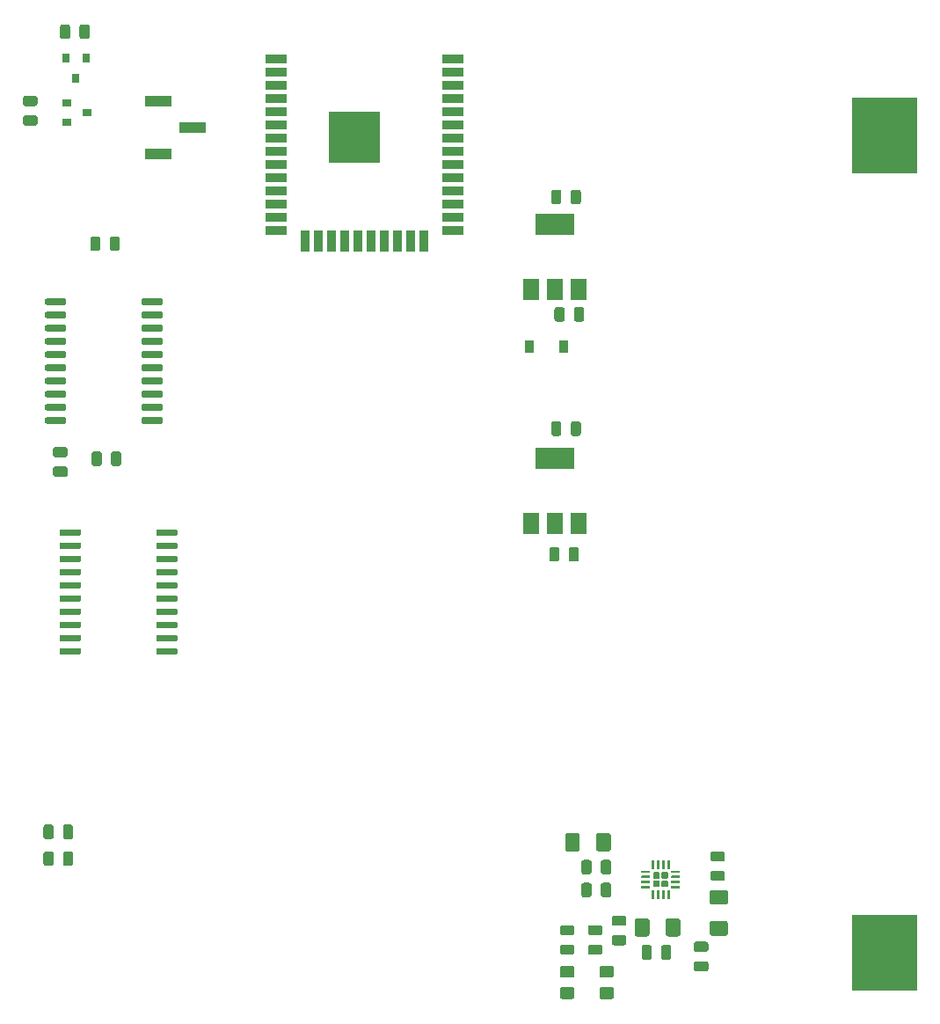
<source format=gbr>
G04 #@! TF.GenerationSoftware,KiCad,Pcbnew,5.1.5+dfsg1-2build2*
G04 #@! TF.CreationDate,2021-12-30T10:18:34+00:00*
G04 #@! TF.ProjectId,psion-org2-bluetooth-adapter,7073696f-6e2d-46f7-9267-322d626c7565,rev?*
G04 #@! TF.SameCoordinates,Original*
G04 #@! TF.FileFunction,Paste,Top*
G04 #@! TF.FilePolarity,Positive*
%FSLAX46Y46*%
G04 Gerber Fmt 4.6, Leading zero omitted, Abs format (unit mm)*
G04 Created by KiCad (PCBNEW 5.1.5+dfsg1-2build2) date 2021-12-30 10:18:34*
%MOMM*%
%LPD*%
G04 APERTURE LIST*
%ADD10C,0.100000*%
%ADD11R,1.500000X2.000000*%
%ADD12R,3.800000X2.000000*%
%ADD13R,0.900000X1.200000*%
%ADD14R,6.350000X7.340000*%
%ADD15R,0.800000X0.900000*%
%ADD16R,0.900000X0.800000*%
%ADD17R,2.000000X0.900000*%
%ADD18R,0.900000X2.000000*%
%ADD19R,5.000000X5.000000*%
%ADD20R,2.510000X1.000000*%
G04 APERTURE END LIST*
D10*
G36*
X173805142Y-138701174D02*
G01*
X173828803Y-138704684D01*
X173852007Y-138710496D01*
X173874529Y-138718554D01*
X173896153Y-138728782D01*
X173916670Y-138741079D01*
X173935883Y-138755329D01*
X173953607Y-138771393D01*
X173969671Y-138789117D01*
X173983921Y-138808330D01*
X173996218Y-138828847D01*
X174006446Y-138850471D01*
X174014504Y-138872993D01*
X174020316Y-138896197D01*
X174023826Y-138919858D01*
X174025000Y-138943750D01*
X174025000Y-139856250D01*
X174023826Y-139880142D01*
X174020316Y-139903803D01*
X174014504Y-139927007D01*
X174006446Y-139949529D01*
X173996218Y-139971153D01*
X173983921Y-139991670D01*
X173969671Y-140010883D01*
X173953607Y-140028607D01*
X173935883Y-140044671D01*
X173916670Y-140058921D01*
X173896153Y-140071218D01*
X173874529Y-140081446D01*
X173852007Y-140089504D01*
X173828803Y-140095316D01*
X173805142Y-140098826D01*
X173781250Y-140100000D01*
X173293750Y-140100000D01*
X173269858Y-140098826D01*
X173246197Y-140095316D01*
X173222993Y-140089504D01*
X173200471Y-140081446D01*
X173178847Y-140071218D01*
X173158330Y-140058921D01*
X173139117Y-140044671D01*
X173121393Y-140028607D01*
X173105329Y-140010883D01*
X173091079Y-139991670D01*
X173078782Y-139971153D01*
X173068554Y-139949529D01*
X173060496Y-139927007D01*
X173054684Y-139903803D01*
X173051174Y-139880142D01*
X173050000Y-139856250D01*
X173050000Y-138943750D01*
X173051174Y-138919858D01*
X173054684Y-138896197D01*
X173060496Y-138872993D01*
X173068554Y-138850471D01*
X173078782Y-138828847D01*
X173091079Y-138808330D01*
X173105329Y-138789117D01*
X173121393Y-138771393D01*
X173139117Y-138755329D01*
X173158330Y-138741079D01*
X173178847Y-138728782D01*
X173200471Y-138718554D01*
X173222993Y-138710496D01*
X173246197Y-138704684D01*
X173269858Y-138701174D01*
X173293750Y-138700000D01*
X173781250Y-138700000D01*
X173805142Y-138701174D01*
G37*
G36*
X171930142Y-138701174D02*
G01*
X171953803Y-138704684D01*
X171977007Y-138710496D01*
X171999529Y-138718554D01*
X172021153Y-138728782D01*
X172041670Y-138741079D01*
X172060883Y-138755329D01*
X172078607Y-138771393D01*
X172094671Y-138789117D01*
X172108921Y-138808330D01*
X172121218Y-138828847D01*
X172131446Y-138850471D01*
X172139504Y-138872993D01*
X172145316Y-138896197D01*
X172148826Y-138919858D01*
X172150000Y-138943750D01*
X172150000Y-139856250D01*
X172148826Y-139880142D01*
X172145316Y-139903803D01*
X172139504Y-139927007D01*
X172131446Y-139949529D01*
X172121218Y-139971153D01*
X172108921Y-139991670D01*
X172094671Y-140010883D01*
X172078607Y-140028607D01*
X172060883Y-140044671D01*
X172041670Y-140058921D01*
X172021153Y-140071218D01*
X171999529Y-140081446D01*
X171977007Y-140089504D01*
X171953803Y-140095316D01*
X171930142Y-140098826D01*
X171906250Y-140100000D01*
X171418750Y-140100000D01*
X171394858Y-140098826D01*
X171371197Y-140095316D01*
X171347993Y-140089504D01*
X171325471Y-140081446D01*
X171303847Y-140071218D01*
X171283330Y-140058921D01*
X171264117Y-140044671D01*
X171246393Y-140028607D01*
X171230329Y-140010883D01*
X171216079Y-139991670D01*
X171203782Y-139971153D01*
X171193554Y-139949529D01*
X171185496Y-139927007D01*
X171179684Y-139903803D01*
X171176174Y-139880142D01*
X171175000Y-139856250D01*
X171175000Y-138943750D01*
X171176174Y-138919858D01*
X171179684Y-138896197D01*
X171185496Y-138872993D01*
X171193554Y-138850471D01*
X171203782Y-138828847D01*
X171216079Y-138808330D01*
X171230329Y-138789117D01*
X171246393Y-138771393D01*
X171264117Y-138755329D01*
X171283330Y-138741079D01*
X171303847Y-138728782D01*
X171325471Y-138718554D01*
X171347993Y-138710496D01*
X171371197Y-138704684D01*
X171394858Y-138701174D01*
X171418750Y-138700000D01*
X171906250Y-138700000D01*
X171930142Y-138701174D01*
G37*
G36*
X169480142Y-137751174D02*
G01*
X169503803Y-137754684D01*
X169527007Y-137760496D01*
X169549529Y-137768554D01*
X169571153Y-137778782D01*
X169591670Y-137791079D01*
X169610883Y-137805329D01*
X169628607Y-137821393D01*
X169644671Y-137839117D01*
X169658921Y-137858330D01*
X169671218Y-137878847D01*
X169681446Y-137900471D01*
X169689504Y-137922993D01*
X169695316Y-137946197D01*
X169698826Y-137969858D01*
X169700000Y-137993750D01*
X169700000Y-138481250D01*
X169698826Y-138505142D01*
X169695316Y-138528803D01*
X169689504Y-138552007D01*
X169681446Y-138574529D01*
X169671218Y-138596153D01*
X169658921Y-138616670D01*
X169644671Y-138635883D01*
X169628607Y-138653607D01*
X169610883Y-138669671D01*
X169591670Y-138683921D01*
X169571153Y-138696218D01*
X169549529Y-138706446D01*
X169527007Y-138714504D01*
X169503803Y-138720316D01*
X169480142Y-138723826D01*
X169456250Y-138725000D01*
X168543750Y-138725000D01*
X168519858Y-138723826D01*
X168496197Y-138720316D01*
X168472993Y-138714504D01*
X168450471Y-138706446D01*
X168428847Y-138696218D01*
X168408330Y-138683921D01*
X168389117Y-138669671D01*
X168371393Y-138653607D01*
X168355329Y-138635883D01*
X168341079Y-138616670D01*
X168328782Y-138596153D01*
X168318554Y-138574529D01*
X168310496Y-138552007D01*
X168304684Y-138528803D01*
X168301174Y-138505142D01*
X168300000Y-138481250D01*
X168300000Y-137993750D01*
X168301174Y-137969858D01*
X168304684Y-137946197D01*
X168310496Y-137922993D01*
X168318554Y-137900471D01*
X168328782Y-137878847D01*
X168341079Y-137858330D01*
X168355329Y-137839117D01*
X168371393Y-137821393D01*
X168389117Y-137805329D01*
X168408330Y-137791079D01*
X168428847Y-137778782D01*
X168450471Y-137768554D01*
X168472993Y-137760496D01*
X168496197Y-137754684D01*
X168519858Y-137751174D01*
X168543750Y-137750000D01*
X169456250Y-137750000D01*
X169480142Y-137751174D01*
G37*
G36*
X169480142Y-135876174D02*
G01*
X169503803Y-135879684D01*
X169527007Y-135885496D01*
X169549529Y-135893554D01*
X169571153Y-135903782D01*
X169591670Y-135916079D01*
X169610883Y-135930329D01*
X169628607Y-135946393D01*
X169644671Y-135964117D01*
X169658921Y-135983330D01*
X169671218Y-136003847D01*
X169681446Y-136025471D01*
X169689504Y-136047993D01*
X169695316Y-136071197D01*
X169698826Y-136094858D01*
X169700000Y-136118750D01*
X169700000Y-136606250D01*
X169698826Y-136630142D01*
X169695316Y-136653803D01*
X169689504Y-136677007D01*
X169681446Y-136699529D01*
X169671218Y-136721153D01*
X169658921Y-136741670D01*
X169644671Y-136760883D01*
X169628607Y-136778607D01*
X169610883Y-136794671D01*
X169591670Y-136808921D01*
X169571153Y-136821218D01*
X169549529Y-136831446D01*
X169527007Y-136839504D01*
X169503803Y-136845316D01*
X169480142Y-136848826D01*
X169456250Y-136850000D01*
X168543750Y-136850000D01*
X168519858Y-136848826D01*
X168496197Y-136845316D01*
X168472993Y-136839504D01*
X168450471Y-136831446D01*
X168428847Y-136821218D01*
X168408330Y-136808921D01*
X168389117Y-136794671D01*
X168371393Y-136778607D01*
X168355329Y-136760883D01*
X168341079Y-136741670D01*
X168328782Y-136721153D01*
X168318554Y-136699529D01*
X168310496Y-136677007D01*
X168304684Y-136653803D01*
X168301174Y-136630142D01*
X168300000Y-136606250D01*
X168300000Y-136118750D01*
X168301174Y-136094858D01*
X168304684Y-136071197D01*
X168310496Y-136047993D01*
X168318554Y-136025471D01*
X168328782Y-136003847D01*
X168341079Y-135983330D01*
X168355329Y-135964117D01*
X168371393Y-135946393D01*
X168389117Y-135930329D01*
X168408330Y-135916079D01*
X168428847Y-135903782D01*
X168450471Y-135893554D01*
X168472993Y-135885496D01*
X168496197Y-135879684D01*
X168519858Y-135876174D01*
X168543750Y-135875000D01*
X169456250Y-135875000D01*
X169480142Y-135876174D01*
G37*
D11*
X160500000Y-75600000D03*
X165100000Y-75600000D03*
X162800000Y-75600000D03*
D12*
X162800000Y-69300000D03*
D11*
X160500000Y-98150000D03*
X165100000Y-98150000D03*
X162800000Y-98150000D03*
D12*
X162800000Y-91850000D03*
D10*
G36*
X173818626Y-133400301D02*
G01*
X173824693Y-133401201D01*
X173830643Y-133402691D01*
X173836418Y-133404758D01*
X173841962Y-133407380D01*
X173847223Y-133410533D01*
X173852150Y-133414187D01*
X173856694Y-133418306D01*
X173860813Y-133422850D01*
X173864467Y-133427777D01*
X173867620Y-133433038D01*
X173870242Y-133438582D01*
X173872309Y-133444357D01*
X173873799Y-133450307D01*
X173874699Y-133456374D01*
X173875000Y-133462500D01*
X173875000Y-134212500D01*
X173874699Y-134218626D01*
X173873799Y-134224693D01*
X173872309Y-134230643D01*
X173870242Y-134236418D01*
X173867620Y-134241962D01*
X173864467Y-134247223D01*
X173860813Y-134252150D01*
X173856694Y-134256694D01*
X173852150Y-134260813D01*
X173847223Y-134264467D01*
X173841962Y-134267620D01*
X173836418Y-134270242D01*
X173830643Y-134272309D01*
X173824693Y-134273799D01*
X173818626Y-134274699D01*
X173812500Y-134275000D01*
X173687500Y-134275000D01*
X173681374Y-134274699D01*
X173675307Y-134273799D01*
X173669357Y-134272309D01*
X173663582Y-134270242D01*
X173658038Y-134267620D01*
X173652777Y-134264467D01*
X173647850Y-134260813D01*
X173643306Y-134256694D01*
X173639187Y-134252150D01*
X173635533Y-134247223D01*
X173632380Y-134241962D01*
X173629758Y-134236418D01*
X173627691Y-134230643D01*
X173626201Y-134224693D01*
X173625301Y-134218626D01*
X173625000Y-134212500D01*
X173625000Y-133462500D01*
X173625301Y-133456374D01*
X173626201Y-133450307D01*
X173627691Y-133444357D01*
X173629758Y-133438582D01*
X173632380Y-133433038D01*
X173635533Y-133427777D01*
X173639187Y-133422850D01*
X173643306Y-133418306D01*
X173647850Y-133414187D01*
X173652777Y-133410533D01*
X173658038Y-133407380D01*
X173663582Y-133404758D01*
X173669357Y-133402691D01*
X173675307Y-133401201D01*
X173681374Y-133400301D01*
X173687500Y-133400000D01*
X173812500Y-133400000D01*
X173818626Y-133400301D01*
G37*
G36*
X173318626Y-133400301D02*
G01*
X173324693Y-133401201D01*
X173330643Y-133402691D01*
X173336418Y-133404758D01*
X173341962Y-133407380D01*
X173347223Y-133410533D01*
X173352150Y-133414187D01*
X173356694Y-133418306D01*
X173360813Y-133422850D01*
X173364467Y-133427777D01*
X173367620Y-133433038D01*
X173370242Y-133438582D01*
X173372309Y-133444357D01*
X173373799Y-133450307D01*
X173374699Y-133456374D01*
X173375000Y-133462500D01*
X173375000Y-134212500D01*
X173374699Y-134218626D01*
X173373799Y-134224693D01*
X173372309Y-134230643D01*
X173370242Y-134236418D01*
X173367620Y-134241962D01*
X173364467Y-134247223D01*
X173360813Y-134252150D01*
X173356694Y-134256694D01*
X173352150Y-134260813D01*
X173347223Y-134264467D01*
X173341962Y-134267620D01*
X173336418Y-134270242D01*
X173330643Y-134272309D01*
X173324693Y-134273799D01*
X173318626Y-134274699D01*
X173312500Y-134275000D01*
X173187500Y-134275000D01*
X173181374Y-134274699D01*
X173175307Y-134273799D01*
X173169357Y-134272309D01*
X173163582Y-134270242D01*
X173158038Y-134267620D01*
X173152777Y-134264467D01*
X173147850Y-134260813D01*
X173143306Y-134256694D01*
X173139187Y-134252150D01*
X173135533Y-134247223D01*
X173132380Y-134241962D01*
X173129758Y-134236418D01*
X173127691Y-134230643D01*
X173126201Y-134224693D01*
X173125301Y-134218626D01*
X173125000Y-134212500D01*
X173125000Y-133462500D01*
X173125301Y-133456374D01*
X173126201Y-133450307D01*
X173127691Y-133444357D01*
X173129758Y-133438582D01*
X173132380Y-133433038D01*
X173135533Y-133427777D01*
X173139187Y-133422850D01*
X173143306Y-133418306D01*
X173147850Y-133414187D01*
X173152777Y-133410533D01*
X173158038Y-133407380D01*
X173163582Y-133404758D01*
X173169357Y-133402691D01*
X173175307Y-133401201D01*
X173181374Y-133400301D01*
X173187500Y-133400000D01*
X173312500Y-133400000D01*
X173318626Y-133400301D01*
G37*
G36*
X172818626Y-133400301D02*
G01*
X172824693Y-133401201D01*
X172830643Y-133402691D01*
X172836418Y-133404758D01*
X172841962Y-133407380D01*
X172847223Y-133410533D01*
X172852150Y-133414187D01*
X172856694Y-133418306D01*
X172860813Y-133422850D01*
X172864467Y-133427777D01*
X172867620Y-133433038D01*
X172870242Y-133438582D01*
X172872309Y-133444357D01*
X172873799Y-133450307D01*
X172874699Y-133456374D01*
X172875000Y-133462500D01*
X172875000Y-134212500D01*
X172874699Y-134218626D01*
X172873799Y-134224693D01*
X172872309Y-134230643D01*
X172870242Y-134236418D01*
X172867620Y-134241962D01*
X172864467Y-134247223D01*
X172860813Y-134252150D01*
X172856694Y-134256694D01*
X172852150Y-134260813D01*
X172847223Y-134264467D01*
X172841962Y-134267620D01*
X172836418Y-134270242D01*
X172830643Y-134272309D01*
X172824693Y-134273799D01*
X172818626Y-134274699D01*
X172812500Y-134275000D01*
X172687500Y-134275000D01*
X172681374Y-134274699D01*
X172675307Y-134273799D01*
X172669357Y-134272309D01*
X172663582Y-134270242D01*
X172658038Y-134267620D01*
X172652777Y-134264467D01*
X172647850Y-134260813D01*
X172643306Y-134256694D01*
X172639187Y-134252150D01*
X172635533Y-134247223D01*
X172632380Y-134241962D01*
X172629758Y-134236418D01*
X172627691Y-134230643D01*
X172626201Y-134224693D01*
X172625301Y-134218626D01*
X172625000Y-134212500D01*
X172625000Y-133462500D01*
X172625301Y-133456374D01*
X172626201Y-133450307D01*
X172627691Y-133444357D01*
X172629758Y-133438582D01*
X172632380Y-133433038D01*
X172635533Y-133427777D01*
X172639187Y-133422850D01*
X172643306Y-133418306D01*
X172647850Y-133414187D01*
X172652777Y-133410533D01*
X172658038Y-133407380D01*
X172663582Y-133404758D01*
X172669357Y-133402691D01*
X172675307Y-133401201D01*
X172681374Y-133400301D01*
X172687500Y-133400000D01*
X172812500Y-133400000D01*
X172818626Y-133400301D01*
G37*
G36*
X172318626Y-133400301D02*
G01*
X172324693Y-133401201D01*
X172330643Y-133402691D01*
X172336418Y-133404758D01*
X172341962Y-133407380D01*
X172347223Y-133410533D01*
X172352150Y-133414187D01*
X172356694Y-133418306D01*
X172360813Y-133422850D01*
X172364467Y-133427777D01*
X172367620Y-133433038D01*
X172370242Y-133438582D01*
X172372309Y-133444357D01*
X172373799Y-133450307D01*
X172374699Y-133456374D01*
X172375000Y-133462500D01*
X172375000Y-134212500D01*
X172374699Y-134218626D01*
X172373799Y-134224693D01*
X172372309Y-134230643D01*
X172370242Y-134236418D01*
X172367620Y-134241962D01*
X172364467Y-134247223D01*
X172360813Y-134252150D01*
X172356694Y-134256694D01*
X172352150Y-134260813D01*
X172347223Y-134264467D01*
X172341962Y-134267620D01*
X172336418Y-134270242D01*
X172330643Y-134272309D01*
X172324693Y-134273799D01*
X172318626Y-134274699D01*
X172312500Y-134275000D01*
X172187500Y-134275000D01*
X172181374Y-134274699D01*
X172175307Y-134273799D01*
X172169357Y-134272309D01*
X172163582Y-134270242D01*
X172158038Y-134267620D01*
X172152777Y-134264467D01*
X172147850Y-134260813D01*
X172143306Y-134256694D01*
X172139187Y-134252150D01*
X172135533Y-134247223D01*
X172132380Y-134241962D01*
X172129758Y-134236418D01*
X172127691Y-134230643D01*
X172126201Y-134224693D01*
X172125301Y-134218626D01*
X172125000Y-134212500D01*
X172125000Y-133462500D01*
X172125301Y-133456374D01*
X172126201Y-133450307D01*
X172127691Y-133444357D01*
X172129758Y-133438582D01*
X172132380Y-133433038D01*
X172135533Y-133427777D01*
X172139187Y-133422850D01*
X172143306Y-133418306D01*
X172147850Y-133414187D01*
X172152777Y-133410533D01*
X172158038Y-133407380D01*
X172163582Y-133404758D01*
X172169357Y-133402691D01*
X172175307Y-133401201D01*
X172181374Y-133400301D01*
X172187500Y-133400000D01*
X172312500Y-133400000D01*
X172318626Y-133400301D01*
G37*
G36*
X171943626Y-133025301D02*
G01*
X171949693Y-133026201D01*
X171955643Y-133027691D01*
X171961418Y-133029758D01*
X171966962Y-133032380D01*
X171972223Y-133035533D01*
X171977150Y-133039187D01*
X171981694Y-133043306D01*
X171985813Y-133047850D01*
X171989467Y-133052777D01*
X171992620Y-133058038D01*
X171995242Y-133063582D01*
X171997309Y-133069357D01*
X171998799Y-133075307D01*
X171999699Y-133081374D01*
X172000000Y-133087500D01*
X172000000Y-133212500D01*
X171999699Y-133218626D01*
X171998799Y-133224693D01*
X171997309Y-133230643D01*
X171995242Y-133236418D01*
X171992620Y-133241962D01*
X171989467Y-133247223D01*
X171985813Y-133252150D01*
X171981694Y-133256694D01*
X171977150Y-133260813D01*
X171972223Y-133264467D01*
X171966962Y-133267620D01*
X171961418Y-133270242D01*
X171955643Y-133272309D01*
X171949693Y-133273799D01*
X171943626Y-133274699D01*
X171937500Y-133275000D01*
X171187500Y-133275000D01*
X171181374Y-133274699D01*
X171175307Y-133273799D01*
X171169357Y-133272309D01*
X171163582Y-133270242D01*
X171158038Y-133267620D01*
X171152777Y-133264467D01*
X171147850Y-133260813D01*
X171143306Y-133256694D01*
X171139187Y-133252150D01*
X171135533Y-133247223D01*
X171132380Y-133241962D01*
X171129758Y-133236418D01*
X171127691Y-133230643D01*
X171126201Y-133224693D01*
X171125301Y-133218626D01*
X171125000Y-133212500D01*
X171125000Y-133087500D01*
X171125301Y-133081374D01*
X171126201Y-133075307D01*
X171127691Y-133069357D01*
X171129758Y-133063582D01*
X171132380Y-133058038D01*
X171135533Y-133052777D01*
X171139187Y-133047850D01*
X171143306Y-133043306D01*
X171147850Y-133039187D01*
X171152777Y-133035533D01*
X171158038Y-133032380D01*
X171163582Y-133029758D01*
X171169357Y-133027691D01*
X171175307Y-133026201D01*
X171181374Y-133025301D01*
X171187500Y-133025000D01*
X171937500Y-133025000D01*
X171943626Y-133025301D01*
G37*
G36*
X171943626Y-132525301D02*
G01*
X171949693Y-132526201D01*
X171955643Y-132527691D01*
X171961418Y-132529758D01*
X171966962Y-132532380D01*
X171972223Y-132535533D01*
X171977150Y-132539187D01*
X171981694Y-132543306D01*
X171985813Y-132547850D01*
X171989467Y-132552777D01*
X171992620Y-132558038D01*
X171995242Y-132563582D01*
X171997309Y-132569357D01*
X171998799Y-132575307D01*
X171999699Y-132581374D01*
X172000000Y-132587500D01*
X172000000Y-132712500D01*
X171999699Y-132718626D01*
X171998799Y-132724693D01*
X171997309Y-132730643D01*
X171995242Y-132736418D01*
X171992620Y-132741962D01*
X171989467Y-132747223D01*
X171985813Y-132752150D01*
X171981694Y-132756694D01*
X171977150Y-132760813D01*
X171972223Y-132764467D01*
X171966962Y-132767620D01*
X171961418Y-132770242D01*
X171955643Y-132772309D01*
X171949693Y-132773799D01*
X171943626Y-132774699D01*
X171937500Y-132775000D01*
X171187500Y-132775000D01*
X171181374Y-132774699D01*
X171175307Y-132773799D01*
X171169357Y-132772309D01*
X171163582Y-132770242D01*
X171158038Y-132767620D01*
X171152777Y-132764467D01*
X171147850Y-132760813D01*
X171143306Y-132756694D01*
X171139187Y-132752150D01*
X171135533Y-132747223D01*
X171132380Y-132741962D01*
X171129758Y-132736418D01*
X171127691Y-132730643D01*
X171126201Y-132724693D01*
X171125301Y-132718626D01*
X171125000Y-132712500D01*
X171125000Y-132587500D01*
X171125301Y-132581374D01*
X171126201Y-132575307D01*
X171127691Y-132569357D01*
X171129758Y-132563582D01*
X171132380Y-132558038D01*
X171135533Y-132552777D01*
X171139187Y-132547850D01*
X171143306Y-132543306D01*
X171147850Y-132539187D01*
X171152777Y-132535533D01*
X171158038Y-132532380D01*
X171163582Y-132529758D01*
X171169357Y-132527691D01*
X171175307Y-132526201D01*
X171181374Y-132525301D01*
X171187500Y-132525000D01*
X171937500Y-132525000D01*
X171943626Y-132525301D01*
G37*
G36*
X171943626Y-132025301D02*
G01*
X171949693Y-132026201D01*
X171955643Y-132027691D01*
X171961418Y-132029758D01*
X171966962Y-132032380D01*
X171972223Y-132035533D01*
X171977150Y-132039187D01*
X171981694Y-132043306D01*
X171985813Y-132047850D01*
X171989467Y-132052777D01*
X171992620Y-132058038D01*
X171995242Y-132063582D01*
X171997309Y-132069357D01*
X171998799Y-132075307D01*
X171999699Y-132081374D01*
X172000000Y-132087500D01*
X172000000Y-132212500D01*
X171999699Y-132218626D01*
X171998799Y-132224693D01*
X171997309Y-132230643D01*
X171995242Y-132236418D01*
X171992620Y-132241962D01*
X171989467Y-132247223D01*
X171985813Y-132252150D01*
X171981694Y-132256694D01*
X171977150Y-132260813D01*
X171972223Y-132264467D01*
X171966962Y-132267620D01*
X171961418Y-132270242D01*
X171955643Y-132272309D01*
X171949693Y-132273799D01*
X171943626Y-132274699D01*
X171937500Y-132275000D01*
X171187500Y-132275000D01*
X171181374Y-132274699D01*
X171175307Y-132273799D01*
X171169357Y-132272309D01*
X171163582Y-132270242D01*
X171158038Y-132267620D01*
X171152777Y-132264467D01*
X171147850Y-132260813D01*
X171143306Y-132256694D01*
X171139187Y-132252150D01*
X171135533Y-132247223D01*
X171132380Y-132241962D01*
X171129758Y-132236418D01*
X171127691Y-132230643D01*
X171126201Y-132224693D01*
X171125301Y-132218626D01*
X171125000Y-132212500D01*
X171125000Y-132087500D01*
X171125301Y-132081374D01*
X171126201Y-132075307D01*
X171127691Y-132069357D01*
X171129758Y-132063582D01*
X171132380Y-132058038D01*
X171135533Y-132052777D01*
X171139187Y-132047850D01*
X171143306Y-132043306D01*
X171147850Y-132039187D01*
X171152777Y-132035533D01*
X171158038Y-132032380D01*
X171163582Y-132029758D01*
X171169357Y-132027691D01*
X171175307Y-132026201D01*
X171181374Y-132025301D01*
X171187500Y-132025000D01*
X171937500Y-132025000D01*
X171943626Y-132025301D01*
G37*
G36*
X171943626Y-131525301D02*
G01*
X171949693Y-131526201D01*
X171955643Y-131527691D01*
X171961418Y-131529758D01*
X171966962Y-131532380D01*
X171972223Y-131535533D01*
X171977150Y-131539187D01*
X171981694Y-131543306D01*
X171985813Y-131547850D01*
X171989467Y-131552777D01*
X171992620Y-131558038D01*
X171995242Y-131563582D01*
X171997309Y-131569357D01*
X171998799Y-131575307D01*
X171999699Y-131581374D01*
X172000000Y-131587500D01*
X172000000Y-131712500D01*
X171999699Y-131718626D01*
X171998799Y-131724693D01*
X171997309Y-131730643D01*
X171995242Y-131736418D01*
X171992620Y-131741962D01*
X171989467Y-131747223D01*
X171985813Y-131752150D01*
X171981694Y-131756694D01*
X171977150Y-131760813D01*
X171972223Y-131764467D01*
X171966962Y-131767620D01*
X171961418Y-131770242D01*
X171955643Y-131772309D01*
X171949693Y-131773799D01*
X171943626Y-131774699D01*
X171937500Y-131775000D01*
X171187500Y-131775000D01*
X171181374Y-131774699D01*
X171175307Y-131773799D01*
X171169357Y-131772309D01*
X171163582Y-131770242D01*
X171158038Y-131767620D01*
X171152777Y-131764467D01*
X171147850Y-131760813D01*
X171143306Y-131756694D01*
X171139187Y-131752150D01*
X171135533Y-131747223D01*
X171132380Y-131741962D01*
X171129758Y-131736418D01*
X171127691Y-131730643D01*
X171126201Y-131724693D01*
X171125301Y-131718626D01*
X171125000Y-131712500D01*
X171125000Y-131587500D01*
X171125301Y-131581374D01*
X171126201Y-131575307D01*
X171127691Y-131569357D01*
X171129758Y-131563582D01*
X171132380Y-131558038D01*
X171135533Y-131552777D01*
X171139187Y-131547850D01*
X171143306Y-131543306D01*
X171147850Y-131539187D01*
X171152777Y-131535533D01*
X171158038Y-131532380D01*
X171163582Y-131529758D01*
X171169357Y-131527691D01*
X171175307Y-131526201D01*
X171181374Y-131525301D01*
X171187500Y-131525000D01*
X171937500Y-131525000D01*
X171943626Y-131525301D01*
G37*
G36*
X172318626Y-130525301D02*
G01*
X172324693Y-130526201D01*
X172330643Y-130527691D01*
X172336418Y-130529758D01*
X172341962Y-130532380D01*
X172347223Y-130535533D01*
X172352150Y-130539187D01*
X172356694Y-130543306D01*
X172360813Y-130547850D01*
X172364467Y-130552777D01*
X172367620Y-130558038D01*
X172370242Y-130563582D01*
X172372309Y-130569357D01*
X172373799Y-130575307D01*
X172374699Y-130581374D01*
X172375000Y-130587500D01*
X172375000Y-131337500D01*
X172374699Y-131343626D01*
X172373799Y-131349693D01*
X172372309Y-131355643D01*
X172370242Y-131361418D01*
X172367620Y-131366962D01*
X172364467Y-131372223D01*
X172360813Y-131377150D01*
X172356694Y-131381694D01*
X172352150Y-131385813D01*
X172347223Y-131389467D01*
X172341962Y-131392620D01*
X172336418Y-131395242D01*
X172330643Y-131397309D01*
X172324693Y-131398799D01*
X172318626Y-131399699D01*
X172312500Y-131400000D01*
X172187500Y-131400000D01*
X172181374Y-131399699D01*
X172175307Y-131398799D01*
X172169357Y-131397309D01*
X172163582Y-131395242D01*
X172158038Y-131392620D01*
X172152777Y-131389467D01*
X172147850Y-131385813D01*
X172143306Y-131381694D01*
X172139187Y-131377150D01*
X172135533Y-131372223D01*
X172132380Y-131366962D01*
X172129758Y-131361418D01*
X172127691Y-131355643D01*
X172126201Y-131349693D01*
X172125301Y-131343626D01*
X172125000Y-131337500D01*
X172125000Y-130587500D01*
X172125301Y-130581374D01*
X172126201Y-130575307D01*
X172127691Y-130569357D01*
X172129758Y-130563582D01*
X172132380Y-130558038D01*
X172135533Y-130552777D01*
X172139187Y-130547850D01*
X172143306Y-130543306D01*
X172147850Y-130539187D01*
X172152777Y-130535533D01*
X172158038Y-130532380D01*
X172163582Y-130529758D01*
X172169357Y-130527691D01*
X172175307Y-130526201D01*
X172181374Y-130525301D01*
X172187500Y-130525000D01*
X172312500Y-130525000D01*
X172318626Y-130525301D01*
G37*
G36*
X172818626Y-130525301D02*
G01*
X172824693Y-130526201D01*
X172830643Y-130527691D01*
X172836418Y-130529758D01*
X172841962Y-130532380D01*
X172847223Y-130535533D01*
X172852150Y-130539187D01*
X172856694Y-130543306D01*
X172860813Y-130547850D01*
X172864467Y-130552777D01*
X172867620Y-130558038D01*
X172870242Y-130563582D01*
X172872309Y-130569357D01*
X172873799Y-130575307D01*
X172874699Y-130581374D01*
X172875000Y-130587500D01*
X172875000Y-131337500D01*
X172874699Y-131343626D01*
X172873799Y-131349693D01*
X172872309Y-131355643D01*
X172870242Y-131361418D01*
X172867620Y-131366962D01*
X172864467Y-131372223D01*
X172860813Y-131377150D01*
X172856694Y-131381694D01*
X172852150Y-131385813D01*
X172847223Y-131389467D01*
X172841962Y-131392620D01*
X172836418Y-131395242D01*
X172830643Y-131397309D01*
X172824693Y-131398799D01*
X172818626Y-131399699D01*
X172812500Y-131400000D01*
X172687500Y-131400000D01*
X172681374Y-131399699D01*
X172675307Y-131398799D01*
X172669357Y-131397309D01*
X172663582Y-131395242D01*
X172658038Y-131392620D01*
X172652777Y-131389467D01*
X172647850Y-131385813D01*
X172643306Y-131381694D01*
X172639187Y-131377150D01*
X172635533Y-131372223D01*
X172632380Y-131366962D01*
X172629758Y-131361418D01*
X172627691Y-131355643D01*
X172626201Y-131349693D01*
X172625301Y-131343626D01*
X172625000Y-131337500D01*
X172625000Y-130587500D01*
X172625301Y-130581374D01*
X172626201Y-130575307D01*
X172627691Y-130569357D01*
X172629758Y-130563582D01*
X172632380Y-130558038D01*
X172635533Y-130552777D01*
X172639187Y-130547850D01*
X172643306Y-130543306D01*
X172647850Y-130539187D01*
X172652777Y-130535533D01*
X172658038Y-130532380D01*
X172663582Y-130529758D01*
X172669357Y-130527691D01*
X172675307Y-130526201D01*
X172681374Y-130525301D01*
X172687500Y-130525000D01*
X172812500Y-130525000D01*
X172818626Y-130525301D01*
G37*
G36*
X173318626Y-130525301D02*
G01*
X173324693Y-130526201D01*
X173330643Y-130527691D01*
X173336418Y-130529758D01*
X173341962Y-130532380D01*
X173347223Y-130535533D01*
X173352150Y-130539187D01*
X173356694Y-130543306D01*
X173360813Y-130547850D01*
X173364467Y-130552777D01*
X173367620Y-130558038D01*
X173370242Y-130563582D01*
X173372309Y-130569357D01*
X173373799Y-130575307D01*
X173374699Y-130581374D01*
X173375000Y-130587500D01*
X173375000Y-131337500D01*
X173374699Y-131343626D01*
X173373799Y-131349693D01*
X173372309Y-131355643D01*
X173370242Y-131361418D01*
X173367620Y-131366962D01*
X173364467Y-131372223D01*
X173360813Y-131377150D01*
X173356694Y-131381694D01*
X173352150Y-131385813D01*
X173347223Y-131389467D01*
X173341962Y-131392620D01*
X173336418Y-131395242D01*
X173330643Y-131397309D01*
X173324693Y-131398799D01*
X173318626Y-131399699D01*
X173312500Y-131400000D01*
X173187500Y-131400000D01*
X173181374Y-131399699D01*
X173175307Y-131398799D01*
X173169357Y-131397309D01*
X173163582Y-131395242D01*
X173158038Y-131392620D01*
X173152777Y-131389467D01*
X173147850Y-131385813D01*
X173143306Y-131381694D01*
X173139187Y-131377150D01*
X173135533Y-131372223D01*
X173132380Y-131366962D01*
X173129758Y-131361418D01*
X173127691Y-131355643D01*
X173126201Y-131349693D01*
X173125301Y-131343626D01*
X173125000Y-131337500D01*
X173125000Y-130587500D01*
X173125301Y-130581374D01*
X173126201Y-130575307D01*
X173127691Y-130569357D01*
X173129758Y-130563582D01*
X173132380Y-130558038D01*
X173135533Y-130552777D01*
X173139187Y-130547850D01*
X173143306Y-130543306D01*
X173147850Y-130539187D01*
X173152777Y-130535533D01*
X173158038Y-130532380D01*
X173163582Y-130529758D01*
X173169357Y-130527691D01*
X173175307Y-130526201D01*
X173181374Y-130525301D01*
X173187500Y-130525000D01*
X173312500Y-130525000D01*
X173318626Y-130525301D01*
G37*
G36*
X173818626Y-130525301D02*
G01*
X173824693Y-130526201D01*
X173830643Y-130527691D01*
X173836418Y-130529758D01*
X173841962Y-130532380D01*
X173847223Y-130535533D01*
X173852150Y-130539187D01*
X173856694Y-130543306D01*
X173860813Y-130547850D01*
X173864467Y-130552777D01*
X173867620Y-130558038D01*
X173870242Y-130563582D01*
X173872309Y-130569357D01*
X173873799Y-130575307D01*
X173874699Y-130581374D01*
X173875000Y-130587500D01*
X173875000Y-131337500D01*
X173874699Y-131343626D01*
X173873799Y-131349693D01*
X173872309Y-131355643D01*
X173870242Y-131361418D01*
X173867620Y-131366962D01*
X173864467Y-131372223D01*
X173860813Y-131377150D01*
X173856694Y-131381694D01*
X173852150Y-131385813D01*
X173847223Y-131389467D01*
X173841962Y-131392620D01*
X173836418Y-131395242D01*
X173830643Y-131397309D01*
X173824693Y-131398799D01*
X173818626Y-131399699D01*
X173812500Y-131400000D01*
X173687500Y-131400000D01*
X173681374Y-131399699D01*
X173675307Y-131398799D01*
X173669357Y-131397309D01*
X173663582Y-131395242D01*
X173658038Y-131392620D01*
X173652777Y-131389467D01*
X173647850Y-131385813D01*
X173643306Y-131381694D01*
X173639187Y-131377150D01*
X173635533Y-131372223D01*
X173632380Y-131366962D01*
X173629758Y-131361418D01*
X173627691Y-131355643D01*
X173626201Y-131349693D01*
X173625301Y-131343626D01*
X173625000Y-131337500D01*
X173625000Y-130587500D01*
X173625301Y-130581374D01*
X173626201Y-130575307D01*
X173627691Y-130569357D01*
X173629758Y-130563582D01*
X173632380Y-130558038D01*
X173635533Y-130552777D01*
X173639187Y-130547850D01*
X173643306Y-130543306D01*
X173647850Y-130539187D01*
X173652777Y-130535533D01*
X173658038Y-130532380D01*
X173663582Y-130529758D01*
X173669357Y-130527691D01*
X173675307Y-130526201D01*
X173681374Y-130525301D01*
X173687500Y-130525000D01*
X173812500Y-130525000D01*
X173818626Y-130525301D01*
G37*
G36*
X174818626Y-131525301D02*
G01*
X174824693Y-131526201D01*
X174830643Y-131527691D01*
X174836418Y-131529758D01*
X174841962Y-131532380D01*
X174847223Y-131535533D01*
X174852150Y-131539187D01*
X174856694Y-131543306D01*
X174860813Y-131547850D01*
X174864467Y-131552777D01*
X174867620Y-131558038D01*
X174870242Y-131563582D01*
X174872309Y-131569357D01*
X174873799Y-131575307D01*
X174874699Y-131581374D01*
X174875000Y-131587500D01*
X174875000Y-131712500D01*
X174874699Y-131718626D01*
X174873799Y-131724693D01*
X174872309Y-131730643D01*
X174870242Y-131736418D01*
X174867620Y-131741962D01*
X174864467Y-131747223D01*
X174860813Y-131752150D01*
X174856694Y-131756694D01*
X174852150Y-131760813D01*
X174847223Y-131764467D01*
X174841962Y-131767620D01*
X174836418Y-131770242D01*
X174830643Y-131772309D01*
X174824693Y-131773799D01*
X174818626Y-131774699D01*
X174812500Y-131775000D01*
X174062500Y-131775000D01*
X174056374Y-131774699D01*
X174050307Y-131773799D01*
X174044357Y-131772309D01*
X174038582Y-131770242D01*
X174033038Y-131767620D01*
X174027777Y-131764467D01*
X174022850Y-131760813D01*
X174018306Y-131756694D01*
X174014187Y-131752150D01*
X174010533Y-131747223D01*
X174007380Y-131741962D01*
X174004758Y-131736418D01*
X174002691Y-131730643D01*
X174001201Y-131724693D01*
X174000301Y-131718626D01*
X174000000Y-131712500D01*
X174000000Y-131587500D01*
X174000301Y-131581374D01*
X174001201Y-131575307D01*
X174002691Y-131569357D01*
X174004758Y-131563582D01*
X174007380Y-131558038D01*
X174010533Y-131552777D01*
X174014187Y-131547850D01*
X174018306Y-131543306D01*
X174022850Y-131539187D01*
X174027777Y-131535533D01*
X174033038Y-131532380D01*
X174038582Y-131529758D01*
X174044357Y-131527691D01*
X174050307Y-131526201D01*
X174056374Y-131525301D01*
X174062500Y-131525000D01*
X174812500Y-131525000D01*
X174818626Y-131525301D01*
G37*
G36*
X174818626Y-132025301D02*
G01*
X174824693Y-132026201D01*
X174830643Y-132027691D01*
X174836418Y-132029758D01*
X174841962Y-132032380D01*
X174847223Y-132035533D01*
X174852150Y-132039187D01*
X174856694Y-132043306D01*
X174860813Y-132047850D01*
X174864467Y-132052777D01*
X174867620Y-132058038D01*
X174870242Y-132063582D01*
X174872309Y-132069357D01*
X174873799Y-132075307D01*
X174874699Y-132081374D01*
X174875000Y-132087500D01*
X174875000Y-132212500D01*
X174874699Y-132218626D01*
X174873799Y-132224693D01*
X174872309Y-132230643D01*
X174870242Y-132236418D01*
X174867620Y-132241962D01*
X174864467Y-132247223D01*
X174860813Y-132252150D01*
X174856694Y-132256694D01*
X174852150Y-132260813D01*
X174847223Y-132264467D01*
X174841962Y-132267620D01*
X174836418Y-132270242D01*
X174830643Y-132272309D01*
X174824693Y-132273799D01*
X174818626Y-132274699D01*
X174812500Y-132275000D01*
X174062500Y-132275000D01*
X174056374Y-132274699D01*
X174050307Y-132273799D01*
X174044357Y-132272309D01*
X174038582Y-132270242D01*
X174033038Y-132267620D01*
X174027777Y-132264467D01*
X174022850Y-132260813D01*
X174018306Y-132256694D01*
X174014187Y-132252150D01*
X174010533Y-132247223D01*
X174007380Y-132241962D01*
X174004758Y-132236418D01*
X174002691Y-132230643D01*
X174001201Y-132224693D01*
X174000301Y-132218626D01*
X174000000Y-132212500D01*
X174000000Y-132087500D01*
X174000301Y-132081374D01*
X174001201Y-132075307D01*
X174002691Y-132069357D01*
X174004758Y-132063582D01*
X174007380Y-132058038D01*
X174010533Y-132052777D01*
X174014187Y-132047850D01*
X174018306Y-132043306D01*
X174022850Y-132039187D01*
X174027777Y-132035533D01*
X174033038Y-132032380D01*
X174038582Y-132029758D01*
X174044357Y-132027691D01*
X174050307Y-132026201D01*
X174056374Y-132025301D01*
X174062500Y-132025000D01*
X174812500Y-132025000D01*
X174818626Y-132025301D01*
G37*
G36*
X174818626Y-132525301D02*
G01*
X174824693Y-132526201D01*
X174830643Y-132527691D01*
X174836418Y-132529758D01*
X174841962Y-132532380D01*
X174847223Y-132535533D01*
X174852150Y-132539187D01*
X174856694Y-132543306D01*
X174860813Y-132547850D01*
X174864467Y-132552777D01*
X174867620Y-132558038D01*
X174870242Y-132563582D01*
X174872309Y-132569357D01*
X174873799Y-132575307D01*
X174874699Y-132581374D01*
X174875000Y-132587500D01*
X174875000Y-132712500D01*
X174874699Y-132718626D01*
X174873799Y-132724693D01*
X174872309Y-132730643D01*
X174870242Y-132736418D01*
X174867620Y-132741962D01*
X174864467Y-132747223D01*
X174860813Y-132752150D01*
X174856694Y-132756694D01*
X174852150Y-132760813D01*
X174847223Y-132764467D01*
X174841962Y-132767620D01*
X174836418Y-132770242D01*
X174830643Y-132772309D01*
X174824693Y-132773799D01*
X174818626Y-132774699D01*
X174812500Y-132775000D01*
X174062500Y-132775000D01*
X174056374Y-132774699D01*
X174050307Y-132773799D01*
X174044357Y-132772309D01*
X174038582Y-132770242D01*
X174033038Y-132767620D01*
X174027777Y-132764467D01*
X174022850Y-132760813D01*
X174018306Y-132756694D01*
X174014187Y-132752150D01*
X174010533Y-132747223D01*
X174007380Y-132741962D01*
X174004758Y-132736418D01*
X174002691Y-132730643D01*
X174001201Y-132724693D01*
X174000301Y-132718626D01*
X174000000Y-132712500D01*
X174000000Y-132587500D01*
X174000301Y-132581374D01*
X174001201Y-132575307D01*
X174002691Y-132569357D01*
X174004758Y-132563582D01*
X174007380Y-132558038D01*
X174010533Y-132552777D01*
X174014187Y-132547850D01*
X174018306Y-132543306D01*
X174022850Y-132539187D01*
X174027777Y-132535533D01*
X174033038Y-132532380D01*
X174038582Y-132529758D01*
X174044357Y-132527691D01*
X174050307Y-132526201D01*
X174056374Y-132525301D01*
X174062500Y-132525000D01*
X174812500Y-132525000D01*
X174818626Y-132525301D01*
G37*
G36*
X174818626Y-133025301D02*
G01*
X174824693Y-133026201D01*
X174830643Y-133027691D01*
X174836418Y-133029758D01*
X174841962Y-133032380D01*
X174847223Y-133035533D01*
X174852150Y-133039187D01*
X174856694Y-133043306D01*
X174860813Y-133047850D01*
X174864467Y-133052777D01*
X174867620Y-133058038D01*
X174870242Y-133063582D01*
X174872309Y-133069357D01*
X174873799Y-133075307D01*
X174874699Y-133081374D01*
X174875000Y-133087500D01*
X174875000Y-133212500D01*
X174874699Y-133218626D01*
X174873799Y-133224693D01*
X174872309Y-133230643D01*
X174870242Y-133236418D01*
X174867620Y-133241962D01*
X174864467Y-133247223D01*
X174860813Y-133252150D01*
X174856694Y-133256694D01*
X174852150Y-133260813D01*
X174847223Y-133264467D01*
X174841962Y-133267620D01*
X174836418Y-133270242D01*
X174830643Y-133272309D01*
X174824693Y-133273799D01*
X174818626Y-133274699D01*
X174812500Y-133275000D01*
X174062500Y-133275000D01*
X174056374Y-133274699D01*
X174050307Y-133273799D01*
X174044357Y-133272309D01*
X174038582Y-133270242D01*
X174033038Y-133267620D01*
X174027777Y-133264467D01*
X174022850Y-133260813D01*
X174018306Y-133256694D01*
X174014187Y-133252150D01*
X174010533Y-133247223D01*
X174007380Y-133241962D01*
X174004758Y-133236418D01*
X174002691Y-133230643D01*
X174001201Y-133224693D01*
X174000301Y-133218626D01*
X174000000Y-133212500D01*
X174000000Y-133087500D01*
X174000301Y-133081374D01*
X174001201Y-133075307D01*
X174002691Y-133069357D01*
X174004758Y-133063582D01*
X174007380Y-133058038D01*
X174010533Y-133052777D01*
X174014187Y-133047850D01*
X174018306Y-133043306D01*
X174022850Y-133039187D01*
X174027777Y-133035533D01*
X174033038Y-133032380D01*
X174038582Y-133029758D01*
X174044357Y-133027691D01*
X174050307Y-133026201D01*
X174056374Y-133025301D01*
X174062500Y-133025000D01*
X174812500Y-133025000D01*
X174818626Y-133025301D01*
G37*
G36*
X172775683Y-131680770D02*
G01*
X172791214Y-131683074D01*
X172806446Y-131686890D01*
X172821229Y-131692179D01*
X172835423Y-131698893D01*
X172848891Y-131706965D01*
X172861503Y-131716318D01*
X172873137Y-131726863D01*
X172883682Y-131738497D01*
X172893035Y-131751109D01*
X172901107Y-131764577D01*
X172907821Y-131778771D01*
X172913110Y-131793554D01*
X172916926Y-131808786D01*
X172919230Y-131824317D01*
X172920000Y-131840000D01*
X172920000Y-132160000D01*
X172919230Y-132175683D01*
X172916926Y-132191214D01*
X172913110Y-132206446D01*
X172907821Y-132221229D01*
X172901107Y-132235423D01*
X172893035Y-132248891D01*
X172883682Y-132261503D01*
X172873137Y-132273137D01*
X172861503Y-132283682D01*
X172848891Y-132293035D01*
X172835423Y-132301107D01*
X172821229Y-132307821D01*
X172806446Y-132313110D01*
X172791214Y-132316926D01*
X172775683Y-132319230D01*
X172760000Y-132320000D01*
X172440000Y-132320000D01*
X172424317Y-132319230D01*
X172408786Y-132316926D01*
X172393554Y-132313110D01*
X172378771Y-132307821D01*
X172364577Y-132301107D01*
X172351109Y-132293035D01*
X172338497Y-132283682D01*
X172326863Y-132273137D01*
X172316318Y-132261503D01*
X172306965Y-132248891D01*
X172298893Y-132235423D01*
X172292179Y-132221229D01*
X172286890Y-132206446D01*
X172283074Y-132191214D01*
X172280770Y-132175683D01*
X172280000Y-132160000D01*
X172280000Y-131840000D01*
X172280770Y-131824317D01*
X172283074Y-131808786D01*
X172286890Y-131793554D01*
X172292179Y-131778771D01*
X172298893Y-131764577D01*
X172306965Y-131751109D01*
X172316318Y-131738497D01*
X172326863Y-131726863D01*
X172338497Y-131716318D01*
X172351109Y-131706965D01*
X172364577Y-131698893D01*
X172378771Y-131692179D01*
X172393554Y-131686890D01*
X172408786Y-131683074D01*
X172424317Y-131680770D01*
X172440000Y-131680000D01*
X172760000Y-131680000D01*
X172775683Y-131680770D01*
G37*
G36*
X172775683Y-132480770D02*
G01*
X172791214Y-132483074D01*
X172806446Y-132486890D01*
X172821229Y-132492179D01*
X172835423Y-132498893D01*
X172848891Y-132506965D01*
X172861503Y-132516318D01*
X172873137Y-132526863D01*
X172883682Y-132538497D01*
X172893035Y-132551109D01*
X172901107Y-132564577D01*
X172907821Y-132578771D01*
X172913110Y-132593554D01*
X172916926Y-132608786D01*
X172919230Y-132624317D01*
X172920000Y-132640000D01*
X172920000Y-132960000D01*
X172919230Y-132975683D01*
X172916926Y-132991214D01*
X172913110Y-133006446D01*
X172907821Y-133021229D01*
X172901107Y-133035423D01*
X172893035Y-133048891D01*
X172883682Y-133061503D01*
X172873137Y-133073137D01*
X172861503Y-133083682D01*
X172848891Y-133093035D01*
X172835423Y-133101107D01*
X172821229Y-133107821D01*
X172806446Y-133113110D01*
X172791214Y-133116926D01*
X172775683Y-133119230D01*
X172760000Y-133120000D01*
X172440000Y-133120000D01*
X172424317Y-133119230D01*
X172408786Y-133116926D01*
X172393554Y-133113110D01*
X172378771Y-133107821D01*
X172364577Y-133101107D01*
X172351109Y-133093035D01*
X172338497Y-133083682D01*
X172326863Y-133073137D01*
X172316318Y-133061503D01*
X172306965Y-133048891D01*
X172298893Y-133035423D01*
X172292179Y-133021229D01*
X172286890Y-133006446D01*
X172283074Y-132991214D01*
X172280770Y-132975683D01*
X172280000Y-132960000D01*
X172280000Y-132640000D01*
X172280770Y-132624317D01*
X172283074Y-132608786D01*
X172286890Y-132593554D01*
X172292179Y-132578771D01*
X172298893Y-132564577D01*
X172306965Y-132551109D01*
X172316318Y-132538497D01*
X172326863Y-132526863D01*
X172338497Y-132516318D01*
X172351109Y-132506965D01*
X172364577Y-132498893D01*
X172378771Y-132492179D01*
X172393554Y-132486890D01*
X172408786Y-132483074D01*
X172424317Y-132480770D01*
X172440000Y-132480000D01*
X172760000Y-132480000D01*
X172775683Y-132480770D01*
G37*
G36*
X173575683Y-131680770D02*
G01*
X173591214Y-131683074D01*
X173606446Y-131686890D01*
X173621229Y-131692179D01*
X173635423Y-131698893D01*
X173648891Y-131706965D01*
X173661503Y-131716318D01*
X173673137Y-131726863D01*
X173683682Y-131738497D01*
X173693035Y-131751109D01*
X173701107Y-131764577D01*
X173707821Y-131778771D01*
X173713110Y-131793554D01*
X173716926Y-131808786D01*
X173719230Y-131824317D01*
X173720000Y-131840000D01*
X173720000Y-132160000D01*
X173719230Y-132175683D01*
X173716926Y-132191214D01*
X173713110Y-132206446D01*
X173707821Y-132221229D01*
X173701107Y-132235423D01*
X173693035Y-132248891D01*
X173683682Y-132261503D01*
X173673137Y-132273137D01*
X173661503Y-132283682D01*
X173648891Y-132293035D01*
X173635423Y-132301107D01*
X173621229Y-132307821D01*
X173606446Y-132313110D01*
X173591214Y-132316926D01*
X173575683Y-132319230D01*
X173560000Y-132320000D01*
X173240000Y-132320000D01*
X173224317Y-132319230D01*
X173208786Y-132316926D01*
X173193554Y-132313110D01*
X173178771Y-132307821D01*
X173164577Y-132301107D01*
X173151109Y-132293035D01*
X173138497Y-132283682D01*
X173126863Y-132273137D01*
X173116318Y-132261503D01*
X173106965Y-132248891D01*
X173098893Y-132235423D01*
X173092179Y-132221229D01*
X173086890Y-132206446D01*
X173083074Y-132191214D01*
X173080770Y-132175683D01*
X173080000Y-132160000D01*
X173080000Y-131840000D01*
X173080770Y-131824317D01*
X173083074Y-131808786D01*
X173086890Y-131793554D01*
X173092179Y-131778771D01*
X173098893Y-131764577D01*
X173106965Y-131751109D01*
X173116318Y-131738497D01*
X173126863Y-131726863D01*
X173138497Y-131716318D01*
X173151109Y-131706965D01*
X173164577Y-131698893D01*
X173178771Y-131692179D01*
X173193554Y-131686890D01*
X173208786Y-131683074D01*
X173224317Y-131680770D01*
X173240000Y-131680000D01*
X173560000Y-131680000D01*
X173575683Y-131680770D01*
G37*
G36*
X173575683Y-132480770D02*
G01*
X173591214Y-132483074D01*
X173606446Y-132486890D01*
X173621229Y-132492179D01*
X173635423Y-132498893D01*
X173648891Y-132506965D01*
X173661503Y-132516318D01*
X173673137Y-132526863D01*
X173683682Y-132538497D01*
X173693035Y-132551109D01*
X173701107Y-132564577D01*
X173707821Y-132578771D01*
X173713110Y-132593554D01*
X173716926Y-132608786D01*
X173719230Y-132624317D01*
X173720000Y-132640000D01*
X173720000Y-132960000D01*
X173719230Y-132975683D01*
X173716926Y-132991214D01*
X173713110Y-133006446D01*
X173707821Y-133021229D01*
X173701107Y-133035423D01*
X173693035Y-133048891D01*
X173683682Y-133061503D01*
X173673137Y-133073137D01*
X173661503Y-133083682D01*
X173648891Y-133093035D01*
X173635423Y-133101107D01*
X173621229Y-133107821D01*
X173606446Y-133113110D01*
X173591214Y-133116926D01*
X173575683Y-133119230D01*
X173560000Y-133120000D01*
X173240000Y-133120000D01*
X173224317Y-133119230D01*
X173208786Y-133116926D01*
X173193554Y-133113110D01*
X173178771Y-133107821D01*
X173164577Y-133101107D01*
X173151109Y-133093035D01*
X173138497Y-133083682D01*
X173126863Y-133073137D01*
X173116318Y-133061503D01*
X173106965Y-133048891D01*
X173098893Y-133035423D01*
X173092179Y-133021229D01*
X173086890Y-133006446D01*
X173083074Y-132991214D01*
X173080770Y-132975683D01*
X173080000Y-132960000D01*
X173080000Y-132640000D01*
X173080770Y-132624317D01*
X173083074Y-132608786D01*
X173086890Y-132593554D01*
X173092179Y-132578771D01*
X173098893Y-132564577D01*
X173106965Y-132551109D01*
X173116318Y-132538497D01*
X173126863Y-132526863D01*
X173138497Y-132516318D01*
X173151109Y-132506965D01*
X173164577Y-132498893D01*
X173178771Y-132492179D01*
X173193554Y-132486890D01*
X173208786Y-132483074D01*
X173224317Y-132480770D01*
X173240000Y-132480000D01*
X173560000Y-132480000D01*
X173575683Y-132480770D01*
G37*
G36*
X164480142Y-136776174D02*
G01*
X164503803Y-136779684D01*
X164527007Y-136785496D01*
X164549529Y-136793554D01*
X164571153Y-136803782D01*
X164591670Y-136816079D01*
X164610883Y-136830329D01*
X164628607Y-136846393D01*
X164644671Y-136864117D01*
X164658921Y-136883330D01*
X164671218Y-136903847D01*
X164681446Y-136925471D01*
X164689504Y-136947993D01*
X164695316Y-136971197D01*
X164698826Y-136994858D01*
X164700000Y-137018750D01*
X164700000Y-137506250D01*
X164698826Y-137530142D01*
X164695316Y-137553803D01*
X164689504Y-137577007D01*
X164681446Y-137599529D01*
X164671218Y-137621153D01*
X164658921Y-137641670D01*
X164644671Y-137660883D01*
X164628607Y-137678607D01*
X164610883Y-137694671D01*
X164591670Y-137708921D01*
X164571153Y-137721218D01*
X164549529Y-137731446D01*
X164527007Y-137739504D01*
X164503803Y-137745316D01*
X164480142Y-137748826D01*
X164456250Y-137750000D01*
X163543750Y-137750000D01*
X163519858Y-137748826D01*
X163496197Y-137745316D01*
X163472993Y-137739504D01*
X163450471Y-137731446D01*
X163428847Y-137721218D01*
X163408330Y-137708921D01*
X163389117Y-137694671D01*
X163371393Y-137678607D01*
X163355329Y-137660883D01*
X163341079Y-137641670D01*
X163328782Y-137621153D01*
X163318554Y-137599529D01*
X163310496Y-137577007D01*
X163304684Y-137553803D01*
X163301174Y-137530142D01*
X163300000Y-137506250D01*
X163300000Y-137018750D01*
X163301174Y-136994858D01*
X163304684Y-136971197D01*
X163310496Y-136947993D01*
X163318554Y-136925471D01*
X163328782Y-136903847D01*
X163341079Y-136883330D01*
X163355329Y-136864117D01*
X163371393Y-136846393D01*
X163389117Y-136830329D01*
X163408330Y-136816079D01*
X163428847Y-136803782D01*
X163450471Y-136793554D01*
X163472993Y-136785496D01*
X163496197Y-136779684D01*
X163519858Y-136776174D01*
X163543750Y-136775000D01*
X164456250Y-136775000D01*
X164480142Y-136776174D01*
G37*
G36*
X164480142Y-138651174D02*
G01*
X164503803Y-138654684D01*
X164527007Y-138660496D01*
X164549529Y-138668554D01*
X164571153Y-138678782D01*
X164591670Y-138691079D01*
X164610883Y-138705329D01*
X164628607Y-138721393D01*
X164644671Y-138739117D01*
X164658921Y-138758330D01*
X164671218Y-138778847D01*
X164681446Y-138800471D01*
X164689504Y-138822993D01*
X164695316Y-138846197D01*
X164698826Y-138869858D01*
X164700000Y-138893750D01*
X164700000Y-139381250D01*
X164698826Y-139405142D01*
X164695316Y-139428803D01*
X164689504Y-139452007D01*
X164681446Y-139474529D01*
X164671218Y-139496153D01*
X164658921Y-139516670D01*
X164644671Y-139535883D01*
X164628607Y-139553607D01*
X164610883Y-139569671D01*
X164591670Y-139583921D01*
X164571153Y-139596218D01*
X164549529Y-139606446D01*
X164527007Y-139614504D01*
X164503803Y-139620316D01*
X164480142Y-139623826D01*
X164456250Y-139625000D01*
X163543750Y-139625000D01*
X163519858Y-139623826D01*
X163496197Y-139620316D01*
X163472993Y-139614504D01*
X163450471Y-139606446D01*
X163428847Y-139596218D01*
X163408330Y-139583921D01*
X163389117Y-139569671D01*
X163371393Y-139553607D01*
X163355329Y-139535883D01*
X163341079Y-139516670D01*
X163328782Y-139496153D01*
X163318554Y-139474529D01*
X163310496Y-139452007D01*
X163304684Y-139428803D01*
X163301174Y-139405142D01*
X163300000Y-139381250D01*
X163300000Y-138893750D01*
X163301174Y-138869858D01*
X163304684Y-138846197D01*
X163310496Y-138822993D01*
X163318554Y-138800471D01*
X163328782Y-138778847D01*
X163341079Y-138758330D01*
X163355329Y-138739117D01*
X163371393Y-138721393D01*
X163389117Y-138705329D01*
X163408330Y-138691079D01*
X163428847Y-138678782D01*
X163450471Y-138668554D01*
X163472993Y-138660496D01*
X163496197Y-138654684D01*
X163519858Y-138651174D01*
X163543750Y-138650000D01*
X164456250Y-138650000D01*
X164480142Y-138651174D01*
G37*
G36*
X167180142Y-136776174D02*
G01*
X167203803Y-136779684D01*
X167227007Y-136785496D01*
X167249529Y-136793554D01*
X167271153Y-136803782D01*
X167291670Y-136816079D01*
X167310883Y-136830329D01*
X167328607Y-136846393D01*
X167344671Y-136864117D01*
X167358921Y-136883330D01*
X167371218Y-136903847D01*
X167381446Y-136925471D01*
X167389504Y-136947993D01*
X167395316Y-136971197D01*
X167398826Y-136994858D01*
X167400000Y-137018750D01*
X167400000Y-137506250D01*
X167398826Y-137530142D01*
X167395316Y-137553803D01*
X167389504Y-137577007D01*
X167381446Y-137599529D01*
X167371218Y-137621153D01*
X167358921Y-137641670D01*
X167344671Y-137660883D01*
X167328607Y-137678607D01*
X167310883Y-137694671D01*
X167291670Y-137708921D01*
X167271153Y-137721218D01*
X167249529Y-137731446D01*
X167227007Y-137739504D01*
X167203803Y-137745316D01*
X167180142Y-137748826D01*
X167156250Y-137750000D01*
X166243750Y-137750000D01*
X166219858Y-137748826D01*
X166196197Y-137745316D01*
X166172993Y-137739504D01*
X166150471Y-137731446D01*
X166128847Y-137721218D01*
X166108330Y-137708921D01*
X166089117Y-137694671D01*
X166071393Y-137678607D01*
X166055329Y-137660883D01*
X166041079Y-137641670D01*
X166028782Y-137621153D01*
X166018554Y-137599529D01*
X166010496Y-137577007D01*
X166004684Y-137553803D01*
X166001174Y-137530142D01*
X166000000Y-137506250D01*
X166000000Y-137018750D01*
X166001174Y-136994858D01*
X166004684Y-136971197D01*
X166010496Y-136947993D01*
X166018554Y-136925471D01*
X166028782Y-136903847D01*
X166041079Y-136883330D01*
X166055329Y-136864117D01*
X166071393Y-136846393D01*
X166089117Y-136830329D01*
X166108330Y-136816079D01*
X166128847Y-136803782D01*
X166150471Y-136793554D01*
X166172993Y-136785496D01*
X166196197Y-136779684D01*
X166219858Y-136776174D01*
X166243750Y-136775000D01*
X167156250Y-136775000D01*
X167180142Y-136776174D01*
G37*
G36*
X167180142Y-138651174D02*
G01*
X167203803Y-138654684D01*
X167227007Y-138660496D01*
X167249529Y-138668554D01*
X167271153Y-138678782D01*
X167291670Y-138691079D01*
X167310883Y-138705329D01*
X167328607Y-138721393D01*
X167344671Y-138739117D01*
X167358921Y-138758330D01*
X167371218Y-138778847D01*
X167381446Y-138800471D01*
X167389504Y-138822993D01*
X167395316Y-138846197D01*
X167398826Y-138869858D01*
X167400000Y-138893750D01*
X167400000Y-139381250D01*
X167398826Y-139405142D01*
X167395316Y-139428803D01*
X167389504Y-139452007D01*
X167381446Y-139474529D01*
X167371218Y-139496153D01*
X167358921Y-139516670D01*
X167344671Y-139535883D01*
X167328607Y-139553607D01*
X167310883Y-139569671D01*
X167291670Y-139583921D01*
X167271153Y-139596218D01*
X167249529Y-139606446D01*
X167227007Y-139614504D01*
X167203803Y-139620316D01*
X167180142Y-139623826D01*
X167156250Y-139625000D01*
X166243750Y-139625000D01*
X166219858Y-139623826D01*
X166196197Y-139620316D01*
X166172993Y-139614504D01*
X166150471Y-139606446D01*
X166128847Y-139596218D01*
X166108330Y-139583921D01*
X166089117Y-139569671D01*
X166071393Y-139553607D01*
X166055329Y-139535883D01*
X166041079Y-139516670D01*
X166028782Y-139496153D01*
X166018554Y-139474529D01*
X166010496Y-139452007D01*
X166004684Y-139428803D01*
X166001174Y-139405142D01*
X166000000Y-139381250D01*
X166000000Y-138893750D01*
X166001174Y-138869858D01*
X166004684Y-138846197D01*
X166010496Y-138822993D01*
X166018554Y-138800471D01*
X166028782Y-138778847D01*
X166041079Y-138758330D01*
X166055329Y-138739117D01*
X166071393Y-138721393D01*
X166089117Y-138705329D01*
X166108330Y-138691079D01*
X166128847Y-138678782D01*
X166150471Y-138668554D01*
X166172993Y-138660496D01*
X166196197Y-138654684D01*
X166219858Y-138651174D01*
X166243750Y-138650000D01*
X167156250Y-138650000D01*
X167180142Y-138651174D01*
G37*
G36*
X178980142Y-129676174D02*
G01*
X179003803Y-129679684D01*
X179027007Y-129685496D01*
X179049529Y-129693554D01*
X179071153Y-129703782D01*
X179091670Y-129716079D01*
X179110883Y-129730329D01*
X179128607Y-129746393D01*
X179144671Y-129764117D01*
X179158921Y-129783330D01*
X179171218Y-129803847D01*
X179181446Y-129825471D01*
X179189504Y-129847993D01*
X179195316Y-129871197D01*
X179198826Y-129894858D01*
X179200000Y-129918750D01*
X179200000Y-130406250D01*
X179198826Y-130430142D01*
X179195316Y-130453803D01*
X179189504Y-130477007D01*
X179181446Y-130499529D01*
X179171218Y-130521153D01*
X179158921Y-130541670D01*
X179144671Y-130560883D01*
X179128607Y-130578607D01*
X179110883Y-130594671D01*
X179091670Y-130608921D01*
X179071153Y-130621218D01*
X179049529Y-130631446D01*
X179027007Y-130639504D01*
X179003803Y-130645316D01*
X178980142Y-130648826D01*
X178956250Y-130650000D01*
X178043750Y-130650000D01*
X178019858Y-130648826D01*
X177996197Y-130645316D01*
X177972993Y-130639504D01*
X177950471Y-130631446D01*
X177928847Y-130621218D01*
X177908330Y-130608921D01*
X177889117Y-130594671D01*
X177871393Y-130578607D01*
X177855329Y-130560883D01*
X177841079Y-130541670D01*
X177828782Y-130521153D01*
X177818554Y-130499529D01*
X177810496Y-130477007D01*
X177804684Y-130453803D01*
X177801174Y-130430142D01*
X177800000Y-130406250D01*
X177800000Y-129918750D01*
X177801174Y-129894858D01*
X177804684Y-129871197D01*
X177810496Y-129847993D01*
X177818554Y-129825471D01*
X177828782Y-129803847D01*
X177841079Y-129783330D01*
X177855329Y-129764117D01*
X177871393Y-129746393D01*
X177889117Y-129730329D01*
X177908330Y-129716079D01*
X177928847Y-129703782D01*
X177950471Y-129693554D01*
X177972993Y-129685496D01*
X177996197Y-129679684D01*
X178019858Y-129676174D01*
X178043750Y-129675000D01*
X178956250Y-129675000D01*
X178980142Y-129676174D01*
G37*
G36*
X178980142Y-131551174D02*
G01*
X179003803Y-131554684D01*
X179027007Y-131560496D01*
X179049529Y-131568554D01*
X179071153Y-131578782D01*
X179091670Y-131591079D01*
X179110883Y-131605329D01*
X179128607Y-131621393D01*
X179144671Y-131639117D01*
X179158921Y-131658330D01*
X179171218Y-131678847D01*
X179181446Y-131700471D01*
X179189504Y-131722993D01*
X179195316Y-131746197D01*
X179198826Y-131769858D01*
X179200000Y-131793750D01*
X179200000Y-132281250D01*
X179198826Y-132305142D01*
X179195316Y-132328803D01*
X179189504Y-132352007D01*
X179181446Y-132374529D01*
X179171218Y-132396153D01*
X179158921Y-132416670D01*
X179144671Y-132435883D01*
X179128607Y-132453607D01*
X179110883Y-132469671D01*
X179091670Y-132483921D01*
X179071153Y-132496218D01*
X179049529Y-132506446D01*
X179027007Y-132514504D01*
X179003803Y-132520316D01*
X178980142Y-132523826D01*
X178956250Y-132525000D01*
X178043750Y-132525000D01*
X178019858Y-132523826D01*
X177996197Y-132520316D01*
X177972993Y-132514504D01*
X177950471Y-132506446D01*
X177928847Y-132496218D01*
X177908330Y-132483921D01*
X177889117Y-132469671D01*
X177871393Y-132453607D01*
X177855329Y-132435883D01*
X177841079Y-132416670D01*
X177828782Y-132396153D01*
X177818554Y-132374529D01*
X177810496Y-132352007D01*
X177804684Y-132328803D01*
X177801174Y-132305142D01*
X177800000Y-132281250D01*
X177800000Y-131793750D01*
X177801174Y-131769858D01*
X177804684Y-131746197D01*
X177810496Y-131722993D01*
X177818554Y-131700471D01*
X177828782Y-131678847D01*
X177841079Y-131658330D01*
X177855329Y-131639117D01*
X177871393Y-131621393D01*
X177889117Y-131605329D01*
X177908330Y-131591079D01*
X177928847Y-131578782D01*
X177950471Y-131568554D01*
X177972993Y-131560496D01*
X177996197Y-131554684D01*
X178019858Y-131551174D01*
X178043750Y-131550000D01*
X178956250Y-131550000D01*
X178980142Y-131551174D01*
G37*
G36*
X177380142Y-140251174D02*
G01*
X177403803Y-140254684D01*
X177427007Y-140260496D01*
X177449529Y-140268554D01*
X177471153Y-140278782D01*
X177491670Y-140291079D01*
X177510883Y-140305329D01*
X177528607Y-140321393D01*
X177544671Y-140339117D01*
X177558921Y-140358330D01*
X177571218Y-140378847D01*
X177581446Y-140400471D01*
X177589504Y-140422993D01*
X177595316Y-140446197D01*
X177598826Y-140469858D01*
X177600000Y-140493750D01*
X177600000Y-140981250D01*
X177598826Y-141005142D01*
X177595316Y-141028803D01*
X177589504Y-141052007D01*
X177581446Y-141074529D01*
X177571218Y-141096153D01*
X177558921Y-141116670D01*
X177544671Y-141135883D01*
X177528607Y-141153607D01*
X177510883Y-141169671D01*
X177491670Y-141183921D01*
X177471153Y-141196218D01*
X177449529Y-141206446D01*
X177427007Y-141214504D01*
X177403803Y-141220316D01*
X177380142Y-141223826D01*
X177356250Y-141225000D01*
X176443750Y-141225000D01*
X176419858Y-141223826D01*
X176396197Y-141220316D01*
X176372993Y-141214504D01*
X176350471Y-141206446D01*
X176328847Y-141196218D01*
X176308330Y-141183921D01*
X176289117Y-141169671D01*
X176271393Y-141153607D01*
X176255329Y-141135883D01*
X176241079Y-141116670D01*
X176228782Y-141096153D01*
X176218554Y-141074529D01*
X176210496Y-141052007D01*
X176204684Y-141028803D01*
X176201174Y-141005142D01*
X176200000Y-140981250D01*
X176200000Y-140493750D01*
X176201174Y-140469858D01*
X176204684Y-140446197D01*
X176210496Y-140422993D01*
X176218554Y-140400471D01*
X176228782Y-140378847D01*
X176241079Y-140358330D01*
X176255329Y-140339117D01*
X176271393Y-140321393D01*
X176289117Y-140305329D01*
X176308330Y-140291079D01*
X176328847Y-140278782D01*
X176350471Y-140268554D01*
X176372993Y-140260496D01*
X176396197Y-140254684D01*
X176419858Y-140251174D01*
X176443750Y-140250000D01*
X177356250Y-140250000D01*
X177380142Y-140251174D01*
G37*
G36*
X177380142Y-138376174D02*
G01*
X177403803Y-138379684D01*
X177427007Y-138385496D01*
X177449529Y-138393554D01*
X177471153Y-138403782D01*
X177491670Y-138416079D01*
X177510883Y-138430329D01*
X177528607Y-138446393D01*
X177544671Y-138464117D01*
X177558921Y-138483330D01*
X177571218Y-138503847D01*
X177581446Y-138525471D01*
X177589504Y-138547993D01*
X177595316Y-138571197D01*
X177598826Y-138594858D01*
X177600000Y-138618750D01*
X177600000Y-139106250D01*
X177598826Y-139130142D01*
X177595316Y-139153803D01*
X177589504Y-139177007D01*
X177581446Y-139199529D01*
X177571218Y-139221153D01*
X177558921Y-139241670D01*
X177544671Y-139260883D01*
X177528607Y-139278607D01*
X177510883Y-139294671D01*
X177491670Y-139308921D01*
X177471153Y-139321218D01*
X177449529Y-139331446D01*
X177427007Y-139339504D01*
X177403803Y-139345316D01*
X177380142Y-139348826D01*
X177356250Y-139350000D01*
X176443750Y-139350000D01*
X176419858Y-139348826D01*
X176396197Y-139345316D01*
X176372993Y-139339504D01*
X176350471Y-139331446D01*
X176328847Y-139321218D01*
X176308330Y-139308921D01*
X176289117Y-139294671D01*
X176271393Y-139278607D01*
X176255329Y-139260883D01*
X176241079Y-139241670D01*
X176228782Y-139221153D01*
X176218554Y-139199529D01*
X176210496Y-139177007D01*
X176204684Y-139153803D01*
X176201174Y-139130142D01*
X176200000Y-139106250D01*
X176200000Y-138618750D01*
X176201174Y-138594858D01*
X176204684Y-138571197D01*
X176210496Y-138547993D01*
X176218554Y-138525471D01*
X176228782Y-138503847D01*
X176241079Y-138483330D01*
X176255329Y-138464117D01*
X176271393Y-138446393D01*
X176289117Y-138430329D01*
X176308330Y-138416079D01*
X176328847Y-138403782D01*
X176350471Y-138393554D01*
X176372993Y-138385496D01*
X176396197Y-138379684D01*
X176419858Y-138376174D01*
X176443750Y-138375000D01*
X177356250Y-138375000D01*
X177380142Y-138376174D01*
G37*
G36*
X166130142Y-132701174D02*
G01*
X166153803Y-132704684D01*
X166177007Y-132710496D01*
X166199529Y-132718554D01*
X166221153Y-132728782D01*
X166241670Y-132741079D01*
X166260883Y-132755329D01*
X166278607Y-132771393D01*
X166294671Y-132789117D01*
X166308921Y-132808330D01*
X166321218Y-132828847D01*
X166331446Y-132850471D01*
X166339504Y-132872993D01*
X166345316Y-132896197D01*
X166348826Y-132919858D01*
X166350000Y-132943750D01*
X166350000Y-133856250D01*
X166348826Y-133880142D01*
X166345316Y-133903803D01*
X166339504Y-133927007D01*
X166331446Y-133949529D01*
X166321218Y-133971153D01*
X166308921Y-133991670D01*
X166294671Y-134010883D01*
X166278607Y-134028607D01*
X166260883Y-134044671D01*
X166241670Y-134058921D01*
X166221153Y-134071218D01*
X166199529Y-134081446D01*
X166177007Y-134089504D01*
X166153803Y-134095316D01*
X166130142Y-134098826D01*
X166106250Y-134100000D01*
X165618750Y-134100000D01*
X165594858Y-134098826D01*
X165571197Y-134095316D01*
X165547993Y-134089504D01*
X165525471Y-134081446D01*
X165503847Y-134071218D01*
X165483330Y-134058921D01*
X165464117Y-134044671D01*
X165446393Y-134028607D01*
X165430329Y-134010883D01*
X165416079Y-133991670D01*
X165403782Y-133971153D01*
X165393554Y-133949529D01*
X165385496Y-133927007D01*
X165379684Y-133903803D01*
X165376174Y-133880142D01*
X165375000Y-133856250D01*
X165375000Y-132943750D01*
X165376174Y-132919858D01*
X165379684Y-132896197D01*
X165385496Y-132872993D01*
X165393554Y-132850471D01*
X165403782Y-132828847D01*
X165416079Y-132808330D01*
X165430329Y-132789117D01*
X165446393Y-132771393D01*
X165464117Y-132755329D01*
X165483330Y-132741079D01*
X165503847Y-132728782D01*
X165525471Y-132718554D01*
X165547993Y-132710496D01*
X165571197Y-132704684D01*
X165594858Y-132701174D01*
X165618750Y-132700000D01*
X166106250Y-132700000D01*
X166130142Y-132701174D01*
G37*
G36*
X168005142Y-132701174D02*
G01*
X168028803Y-132704684D01*
X168052007Y-132710496D01*
X168074529Y-132718554D01*
X168096153Y-132728782D01*
X168116670Y-132741079D01*
X168135883Y-132755329D01*
X168153607Y-132771393D01*
X168169671Y-132789117D01*
X168183921Y-132808330D01*
X168196218Y-132828847D01*
X168206446Y-132850471D01*
X168214504Y-132872993D01*
X168220316Y-132896197D01*
X168223826Y-132919858D01*
X168225000Y-132943750D01*
X168225000Y-133856250D01*
X168223826Y-133880142D01*
X168220316Y-133903803D01*
X168214504Y-133927007D01*
X168206446Y-133949529D01*
X168196218Y-133971153D01*
X168183921Y-133991670D01*
X168169671Y-134010883D01*
X168153607Y-134028607D01*
X168135883Y-134044671D01*
X168116670Y-134058921D01*
X168096153Y-134071218D01*
X168074529Y-134081446D01*
X168052007Y-134089504D01*
X168028803Y-134095316D01*
X168005142Y-134098826D01*
X167981250Y-134100000D01*
X167493750Y-134100000D01*
X167469858Y-134098826D01*
X167446197Y-134095316D01*
X167422993Y-134089504D01*
X167400471Y-134081446D01*
X167378847Y-134071218D01*
X167358330Y-134058921D01*
X167339117Y-134044671D01*
X167321393Y-134028607D01*
X167305329Y-134010883D01*
X167291079Y-133991670D01*
X167278782Y-133971153D01*
X167268554Y-133949529D01*
X167260496Y-133927007D01*
X167254684Y-133903803D01*
X167251174Y-133880142D01*
X167250000Y-133856250D01*
X167250000Y-132943750D01*
X167251174Y-132919858D01*
X167254684Y-132896197D01*
X167260496Y-132872993D01*
X167268554Y-132850471D01*
X167278782Y-132828847D01*
X167291079Y-132808330D01*
X167305329Y-132789117D01*
X167321393Y-132771393D01*
X167339117Y-132755329D01*
X167358330Y-132741079D01*
X167378847Y-132728782D01*
X167400471Y-132718554D01*
X167422993Y-132710496D01*
X167446197Y-132704684D01*
X167469858Y-132701174D01*
X167493750Y-132700000D01*
X167981250Y-132700000D01*
X168005142Y-132701174D01*
G37*
G36*
X164474505Y-142751204D02*
G01*
X164498773Y-142754804D01*
X164522572Y-142760765D01*
X164545671Y-142769030D01*
X164567850Y-142779520D01*
X164588893Y-142792132D01*
X164608599Y-142806747D01*
X164626777Y-142823223D01*
X164643253Y-142841401D01*
X164657868Y-142861107D01*
X164670480Y-142882150D01*
X164680970Y-142904329D01*
X164689235Y-142927428D01*
X164695196Y-142951227D01*
X164698796Y-142975495D01*
X164700000Y-142999999D01*
X164700000Y-143650001D01*
X164698796Y-143674505D01*
X164695196Y-143698773D01*
X164689235Y-143722572D01*
X164680970Y-143745671D01*
X164670480Y-143767850D01*
X164657868Y-143788893D01*
X164643253Y-143808599D01*
X164626777Y-143826777D01*
X164608599Y-143843253D01*
X164588893Y-143857868D01*
X164567850Y-143870480D01*
X164545671Y-143880970D01*
X164522572Y-143889235D01*
X164498773Y-143895196D01*
X164474505Y-143898796D01*
X164450001Y-143900000D01*
X163549999Y-143900000D01*
X163525495Y-143898796D01*
X163501227Y-143895196D01*
X163477428Y-143889235D01*
X163454329Y-143880970D01*
X163432150Y-143870480D01*
X163411107Y-143857868D01*
X163391401Y-143843253D01*
X163373223Y-143826777D01*
X163356747Y-143808599D01*
X163342132Y-143788893D01*
X163329520Y-143767850D01*
X163319030Y-143745671D01*
X163310765Y-143722572D01*
X163304804Y-143698773D01*
X163301204Y-143674505D01*
X163300000Y-143650001D01*
X163300000Y-142999999D01*
X163301204Y-142975495D01*
X163304804Y-142951227D01*
X163310765Y-142927428D01*
X163319030Y-142904329D01*
X163329520Y-142882150D01*
X163342132Y-142861107D01*
X163356747Y-142841401D01*
X163373223Y-142823223D01*
X163391401Y-142806747D01*
X163411107Y-142792132D01*
X163432150Y-142779520D01*
X163454329Y-142769030D01*
X163477428Y-142760765D01*
X163501227Y-142754804D01*
X163525495Y-142751204D01*
X163549999Y-142750000D01*
X164450001Y-142750000D01*
X164474505Y-142751204D01*
G37*
G36*
X164474505Y-140701204D02*
G01*
X164498773Y-140704804D01*
X164522572Y-140710765D01*
X164545671Y-140719030D01*
X164567850Y-140729520D01*
X164588893Y-140742132D01*
X164608599Y-140756747D01*
X164626777Y-140773223D01*
X164643253Y-140791401D01*
X164657868Y-140811107D01*
X164670480Y-140832150D01*
X164680970Y-140854329D01*
X164689235Y-140877428D01*
X164695196Y-140901227D01*
X164698796Y-140925495D01*
X164700000Y-140949999D01*
X164700000Y-141600001D01*
X164698796Y-141624505D01*
X164695196Y-141648773D01*
X164689235Y-141672572D01*
X164680970Y-141695671D01*
X164670480Y-141717850D01*
X164657868Y-141738893D01*
X164643253Y-141758599D01*
X164626777Y-141776777D01*
X164608599Y-141793253D01*
X164588893Y-141807868D01*
X164567850Y-141820480D01*
X164545671Y-141830970D01*
X164522572Y-141839235D01*
X164498773Y-141845196D01*
X164474505Y-141848796D01*
X164450001Y-141850000D01*
X163549999Y-141850000D01*
X163525495Y-141848796D01*
X163501227Y-141845196D01*
X163477428Y-141839235D01*
X163454329Y-141830970D01*
X163432150Y-141820480D01*
X163411107Y-141807868D01*
X163391401Y-141793253D01*
X163373223Y-141776777D01*
X163356747Y-141758599D01*
X163342132Y-141738893D01*
X163329520Y-141717850D01*
X163319030Y-141695671D01*
X163310765Y-141672572D01*
X163304804Y-141648773D01*
X163301204Y-141624505D01*
X163300000Y-141600001D01*
X163300000Y-140949999D01*
X163301204Y-140925495D01*
X163304804Y-140901227D01*
X163310765Y-140877428D01*
X163319030Y-140854329D01*
X163329520Y-140832150D01*
X163342132Y-140811107D01*
X163356747Y-140791401D01*
X163373223Y-140773223D01*
X163391401Y-140756747D01*
X163411107Y-140742132D01*
X163432150Y-140729520D01*
X163454329Y-140719030D01*
X163477428Y-140710765D01*
X163501227Y-140704804D01*
X163525495Y-140701204D01*
X163549999Y-140700000D01*
X164450001Y-140700000D01*
X164474505Y-140701204D01*
G37*
G36*
X168274505Y-142751204D02*
G01*
X168298773Y-142754804D01*
X168322572Y-142760765D01*
X168345671Y-142769030D01*
X168367850Y-142779520D01*
X168388893Y-142792132D01*
X168408599Y-142806747D01*
X168426777Y-142823223D01*
X168443253Y-142841401D01*
X168457868Y-142861107D01*
X168470480Y-142882150D01*
X168480970Y-142904329D01*
X168489235Y-142927428D01*
X168495196Y-142951227D01*
X168498796Y-142975495D01*
X168500000Y-142999999D01*
X168500000Y-143650001D01*
X168498796Y-143674505D01*
X168495196Y-143698773D01*
X168489235Y-143722572D01*
X168480970Y-143745671D01*
X168470480Y-143767850D01*
X168457868Y-143788893D01*
X168443253Y-143808599D01*
X168426777Y-143826777D01*
X168408599Y-143843253D01*
X168388893Y-143857868D01*
X168367850Y-143870480D01*
X168345671Y-143880970D01*
X168322572Y-143889235D01*
X168298773Y-143895196D01*
X168274505Y-143898796D01*
X168250001Y-143900000D01*
X167349999Y-143900000D01*
X167325495Y-143898796D01*
X167301227Y-143895196D01*
X167277428Y-143889235D01*
X167254329Y-143880970D01*
X167232150Y-143870480D01*
X167211107Y-143857868D01*
X167191401Y-143843253D01*
X167173223Y-143826777D01*
X167156747Y-143808599D01*
X167142132Y-143788893D01*
X167129520Y-143767850D01*
X167119030Y-143745671D01*
X167110765Y-143722572D01*
X167104804Y-143698773D01*
X167101204Y-143674505D01*
X167100000Y-143650001D01*
X167100000Y-142999999D01*
X167101204Y-142975495D01*
X167104804Y-142951227D01*
X167110765Y-142927428D01*
X167119030Y-142904329D01*
X167129520Y-142882150D01*
X167142132Y-142861107D01*
X167156747Y-142841401D01*
X167173223Y-142823223D01*
X167191401Y-142806747D01*
X167211107Y-142792132D01*
X167232150Y-142779520D01*
X167254329Y-142769030D01*
X167277428Y-142760765D01*
X167301227Y-142754804D01*
X167325495Y-142751204D01*
X167349999Y-142750000D01*
X168250001Y-142750000D01*
X168274505Y-142751204D01*
G37*
G36*
X168274505Y-140701204D02*
G01*
X168298773Y-140704804D01*
X168322572Y-140710765D01*
X168345671Y-140719030D01*
X168367850Y-140729520D01*
X168388893Y-140742132D01*
X168408599Y-140756747D01*
X168426777Y-140773223D01*
X168443253Y-140791401D01*
X168457868Y-140811107D01*
X168470480Y-140832150D01*
X168480970Y-140854329D01*
X168489235Y-140877428D01*
X168495196Y-140901227D01*
X168498796Y-140925495D01*
X168500000Y-140949999D01*
X168500000Y-141600001D01*
X168498796Y-141624505D01*
X168495196Y-141648773D01*
X168489235Y-141672572D01*
X168480970Y-141695671D01*
X168470480Y-141717850D01*
X168457868Y-141738893D01*
X168443253Y-141758599D01*
X168426777Y-141776777D01*
X168408599Y-141793253D01*
X168388893Y-141807868D01*
X168367850Y-141820480D01*
X168345671Y-141830970D01*
X168322572Y-141839235D01*
X168298773Y-141845196D01*
X168274505Y-141848796D01*
X168250001Y-141850000D01*
X167349999Y-141850000D01*
X167325495Y-141848796D01*
X167301227Y-141845196D01*
X167277428Y-141839235D01*
X167254329Y-141830970D01*
X167232150Y-141820480D01*
X167211107Y-141807868D01*
X167191401Y-141793253D01*
X167173223Y-141776777D01*
X167156747Y-141758599D01*
X167142132Y-141738893D01*
X167129520Y-141717850D01*
X167119030Y-141695671D01*
X167110765Y-141672572D01*
X167104804Y-141648773D01*
X167101204Y-141624505D01*
X167100000Y-141600001D01*
X167100000Y-140949999D01*
X167101204Y-140925495D01*
X167104804Y-140901227D01*
X167110765Y-140877428D01*
X167119030Y-140854329D01*
X167129520Y-140832150D01*
X167142132Y-140811107D01*
X167156747Y-140791401D01*
X167173223Y-140773223D01*
X167191401Y-140756747D01*
X167211107Y-140742132D01*
X167232150Y-140729520D01*
X167254329Y-140719030D01*
X167277428Y-140710765D01*
X167301227Y-140704804D01*
X167325495Y-140701204D01*
X167349999Y-140700000D01*
X168250001Y-140700000D01*
X168274505Y-140701204D01*
G37*
D13*
X163650000Y-81100000D03*
X160350000Y-81100000D03*
D10*
G36*
X165105142Y-66001174D02*
G01*
X165128803Y-66004684D01*
X165152007Y-66010496D01*
X165174529Y-66018554D01*
X165196153Y-66028782D01*
X165216670Y-66041079D01*
X165235883Y-66055329D01*
X165253607Y-66071393D01*
X165269671Y-66089117D01*
X165283921Y-66108330D01*
X165296218Y-66128847D01*
X165306446Y-66150471D01*
X165314504Y-66172993D01*
X165320316Y-66196197D01*
X165323826Y-66219858D01*
X165325000Y-66243750D01*
X165325000Y-67156250D01*
X165323826Y-67180142D01*
X165320316Y-67203803D01*
X165314504Y-67227007D01*
X165306446Y-67249529D01*
X165296218Y-67271153D01*
X165283921Y-67291670D01*
X165269671Y-67310883D01*
X165253607Y-67328607D01*
X165235883Y-67344671D01*
X165216670Y-67358921D01*
X165196153Y-67371218D01*
X165174529Y-67381446D01*
X165152007Y-67389504D01*
X165128803Y-67395316D01*
X165105142Y-67398826D01*
X165081250Y-67400000D01*
X164593750Y-67400000D01*
X164569858Y-67398826D01*
X164546197Y-67395316D01*
X164522993Y-67389504D01*
X164500471Y-67381446D01*
X164478847Y-67371218D01*
X164458330Y-67358921D01*
X164439117Y-67344671D01*
X164421393Y-67328607D01*
X164405329Y-67310883D01*
X164391079Y-67291670D01*
X164378782Y-67271153D01*
X164368554Y-67249529D01*
X164360496Y-67227007D01*
X164354684Y-67203803D01*
X164351174Y-67180142D01*
X164350000Y-67156250D01*
X164350000Y-66243750D01*
X164351174Y-66219858D01*
X164354684Y-66196197D01*
X164360496Y-66172993D01*
X164368554Y-66150471D01*
X164378782Y-66128847D01*
X164391079Y-66108330D01*
X164405329Y-66089117D01*
X164421393Y-66071393D01*
X164439117Y-66055329D01*
X164458330Y-66041079D01*
X164478847Y-66028782D01*
X164500471Y-66018554D01*
X164522993Y-66010496D01*
X164546197Y-66004684D01*
X164569858Y-66001174D01*
X164593750Y-66000000D01*
X165081250Y-66000000D01*
X165105142Y-66001174D01*
G37*
G36*
X163230142Y-66001174D02*
G01*
X163253803Y-66004684D01*
X163277007Y-66010496D01*
X163299529Y-66018554D01*
X163321153Y-66028782D01*
X163341670Y-66041079D01*
X163360883Y-66055329D01*
X163378607Y-66071393D01*
X163394671Y-66089117D01*
X163408921Y-66108330D01*
X163421218Y-66128847D01*
X163431446Y-66150471D01*
X163439504Y-66172993D01*
X163445316Y-66196197D01*
X163448826Y-66219858D01*
X163450000Y-66243750D01*
X163450000Y-67156250D01*
X163448826Y-67180142D01*
X163445316Y-67203803D01*
X163439504Y-67227007D01*
X163431446Y-67249529D01*
X163421218Y-67271153D01*
X163408921Y-67291670D01*
X163394671Y-67310883D01*
X163378607Y-67328607D01*
X163360883Y-67344671D01*
X163341670Y-67358921D01*
X163321153Y-67371218D01*
X163299529Y-67381446D01*
X163277007Y-67389504D01*
X163253803Y-67395316D01*
X163230142Y-67398826D01*
X163206250Y-67400000D01*
X162718750Y-67400000D01*
X162694858Y-67398826D01*
X162671197Y-67395316D01*
X162647993Y-67389504D01*
X162625471Y-67381446D01*
X162603847Y-67371218D01*
X162583330Y-67358921D01*
X162564117Y-67344671D01*
X162546393Y-67328607D01*
X162530329Y-67310883D01*
X162516079Y-67291670D01*
X162503782Y-67271153D01*
X162493554Y-67249529D01*
X162485496Y-67227007D01*
X162479684Y-67203803D01*
X162476174Y-67180142D01*
X162475000Y-67156250D01*
X162475000Y-66243750D01*
X162476174Y-66219858D01*
X162479684Y-66196197D01*
X162485496Y-66172993D01*
X162493554Y-66150471D01*
X162503782Y-66128847D01*
X162516079Y-66108330D01*
X162530329Y-66089117D01*
X162546393Y-66071393D01*
X162564117Y-66055329D01*
X162583330Y-66041079D01*
X162603847Y-66028782D01*
X162625471Y-66018554D01*
X162647993Y-66010496D01*
X162671197Y-66004684D01*
X162694858Y-66001174D01*
X162718750Y-66000000D01*
X163206250Y-66000000D01*
X163230142Y-66001174D01*
G37*
G36*
X165105142Y-88301174D02*
G01*
X165128803Y-88304684D01*
X165152007Y-88310496D01*
X165174529Y-88318554D01*
X165196153Y-88328782D01*
X165216670Y-88341079D01*
X165235883Y-88355329D01*
X165253607Y-88371393D01*
X165269671Y-88389117D01*
X165283921Y-88408330D01*
X165296218Y-88428847D01*
X165306446Y-88450471D01*
X165314504Y-88472993D01*
X165320316Y-88496197D01*
X165323826Y-88519858D01*
X165325000Y-88543750D01*
X165325000Y-89456250D01*
X165323826Y-89480142D01*
X165320316Y-89503803D01*
X165314504Y-89527007D01*
X165306446Y-89549529D01*
X165296218Y-89571153D01*
X165283921Y-89591670D01*
X165269671Y-89610883D01*
X165253607Y-89628607D01*
X165235883Y-89644671D01*
X165216670Y-89658921D01*
X165196153Y-89671218D01*
X165174529Y-89681446D01*
X165152007Y-89689504D01*
X165128803Y-89695316D01*
X165105142Y-89698826D01*
X165081250Y-89700000D01*
X164593750Y-89700000D01*
X164569858Y-89698826D01*
X164546197Y-89695316D01*
X164522993Y-89689504D01*
X164500471Y-89681446D01*
X164478847Y-89671218D01*
X164458330Y-89658921D01*
X164439117Y-89644671D01*
X164421393Y-89628607D01*
X164405329Y-89610883D01*
X164391079Y-89591670D01*
X164378782Y-89571153D01*
X164368554Y-89549529D01*
X164360496Y-89527007D01*
X164354684Y-89503803D01*
X164351174Y-89480142D01*
X164350000Y-89456250D01*
X164350000Y-88543750D01*
X164351174Y-88519858D01*
X164354684Y-88496197D01*
X164360496Y-88472993D01*
X164368554Y-88450471D01*
X164378782Y-88428847D01*
X164391079Y-88408330D01*
X164405329Y-88389117D01*
X164421393Y-88371393D01*
X164439117Y-88355329D01*
X164458330Y-88341079D01*
X164478847Y-88328782D01*
X164500471Y-88318554D01*
X164522993Y-88310496D01*
X164546197Y-88304684D01*
X164569858Y-88301174D01*
X164593750Y-88300000D01*
X165081250Y-88300000D01*
X165105142Y-88301174D01*
G37*
G36*
X163230142Y-88301174D02*
G01*
X163253803Y-88304684D01*
X163277007Y-88310496D01*
X163299529Y-88318554D01*
X163321153Y-88328782D01*
X163341670Y-88341079D01*
X163360883Y-88355329D01*
X163378607Y-88371393D01*
X163394671Y-88389117D01*
X163408921Y-88408330D01*
X163421218Y-88428847D01*
X163431446Y-88450471D01*
X163439504Y-88472993D01*
X163445316Y-88496197D01*
X163448826Y-88519858D01*
X163450000Y-88543750D01*
X163450000Y-89456250D01*
X163448826Y-89480142D01*
X163445316Y-89503803D01*
X163439504Y-89527007D01*
X163431446Y-89549529D01*
X163421218Y-89571153D01*
X163408921Y-89591670D01*
X163394671Y-89610883D01*
X163378607Y-89628607D01*
X163360883Y-89644671D01*
X163341670Y-89658921D01*
X163321153Y-89671218D01*
X163299529Y-89681446D01*
X163277007Y-89689504D01*
X163253803Y-89695316D01*
X163230142Y-89698826D01*
X163206250Y-89700000D01*
X162718750Y-89700000D01*
X162694858Y-89698826D01*
X162671197Y-89695316D01*
X162647993Y-89689504D01*
X162625471Y-89681446D01*
X162603847Y-89671218D01*
X162583330Y-89658921D01*
X162564117Y-89644671D01*
X162546393Y-89628607D01*
X162530329Y-89610883D01*
X162516079Y-89591670D01*
X162503782Y-89571153D01*
X162493554Y-89549529D01*
X162485496Y-89527007D01*
X162479684Y-89503803D01*
X162476174Y-89480142D01*
X162475000Y-89456250D01*
X162475000Y-88543750D01*
X162476174Y-88519858D01*
X162479684Y-88496197D01*
X162485496Y-88472993D01*
X162493554Y-88450471D01*
X162503782Y-88428847D01*
X162516079Y-88408330D01*
X162530329Y-88389117D01*
X162546393Y-88371393D01*
X162564117Y-88355329D01*
X162583330Y-88341079D01*
X162603847Y-88328782D01*
X162625471Y-88318554D01*
X162647993Y-88310496D01*
X162671197Y-88304684D01*
X162694858Y-88301174D01*
X162718750Y-88300000D01*
X163206250Y-88300000D01*
X163230142Y-88301174D01*
G37*
G36*
X163530142Y-77301174D02*
G01*
X163553803Y-77304684D01*
X163577007Y-77310496D01*
X163599529Y-77318554D01*
X163621153Y-77328782D01*
X163641670Y-77341079D01*
X163660883Y-77355329D01*
X163678607Y-77371393D01*
X163694671Y-77389117D01*
X163708921Y-77408330D01*
X163721218Y-77428847D01*
X163731446Y-77450471D01*
X163739504Y-77472993D01*
X163745316Y-77496197D01*
X163748826Y-77519858D01*
X163750000Y-77543750D01*
X163750000Y-78456250D01*
X163748826Y-78480142D01*
X163745316Y-78503803D01*
X163739504Y-78527007D01*
X163731446Y-78549529D01*
X163721218Y-78571153D01*
X163708921Y-78591670D01*
X163694671Y-78610883D01*
X163678607Y-78628607D01*
X163660883Y-78644671D01*
X163641670Y-78658921D01*
X163621153Y-78671218D01*
X163599529Y-78681446D01*
X163577007Y-78689504D01*
X163553803Y-78695316D01*
X163530142Y-78698826D01*
X163506250Y-78700000D01*
X163018750Y-78700000D01*
X162994858Y-78698826D01*
X162971197Y-78695316D01*
X162947993Y-78689504D01*
X162925471Y-78681446D01*
X162903847Y-78671218D01*
X162883330Y-78658921D01*
X162864117Y-78644671D01*
X162846393Y-78628607D01*
X162830329Y-78610883D01*
X162816079Y-78591670D01*
X162803782Y-78571153D01*
X162793554Y-78549529D01*
X162785496Y-78527007D01*
X162779684Y-78503803D01*
X162776174Y-78480142D01*
X162775000Y-78456250D01*
X162775000Y-77543750D01*
X162776174Y-77519858D01*
X162779684Y-77496197D01*
X162785496Y-77472993D01*
X162793554Y-77450471D01*
X162803782Y-77428847D01*
X162816079Y-77408330D01*
X162830329Y-77389117D01*
X162846393Y-77371393D01*
X162864117Y-77355329D01*
X162883330Y-77341079D01*
X162903847Y-77328782D01*
X162925471Y-77318554D01*
X162947993Y-77310496D01*
X162971197Y-77304684D01*
X162994858Y-77301174D01*
X163018750Y-77300000D01*
X163506250Y-77300000D01*
X163530142Y-77301174D01*
G37*
G36*
X165405142Y-77301174D02*
G01*
X165428803Y-77304684D01*
X165452007Y-77310496D01*
X165474529Y-77318554D01*
X165496153Y-77328782D01*
X165516670Y-77341079D01*
X165535883Y-77355329D01*
X165553607Y-77371393D01*
X165569671Y-77389117D01*
X165583921Y-77408330D01*
X165596218Y-77428847D01*
X165606446Y-77450471D01*
X165614504Y-77472993D01*
X165620316Y-77496197D01*
X165623826Y-77519858D01*
X165625000Y-77543750D01*
X165625000Y-78456250D01*
X165623826Y-78480142D01*
X165620316Y-78503803D01*
X165614504Y-78527007D01*
X165606446Y-78549529D01*
X165596218Y-78571153D01*
X165583921Y-78591670D01*
X165569671Y-78610883D01*
X165553607Y-78628607D01*
X165535883Y-78644671D01*
X165516670Y-78658921D01*
X165496153Y-78671218D01*
X165474529Y-78681446D01*
X165452007Y-78689504D01*
X165428803Y-78695316D01*
X165405142Y-78698826D01*
X165381250Y-78700000D01*
X164893750Y-78700000D01*
X164869858Y-78698826D01*
X164846197Y-78695316D01*
X164822993Y-78689504D01*
X164800471Y-78681446D01*
X164778847Y-78671218D01*
X164758330Y-78658921D01*
X164739117Y-78644671D01*
X164721393Y-78628607D01*
X164705329Y-78610883D01*
X164691079Y-78591670D01*
X164678782Y-78571153D01*
X164668554Y-78549529D01*
X164660496Y-78527007D01*
X164654684Y-78503803D01*
X164651174Y-78480142D01*
X164650000Y-78456250D01*
X164650000Y-77543750D01*
X164651174Y-77519858D01*
X164654684Y-77496197D01*
X164660496Y-77472993D01*
X164668554Y-77450471D01*
X164678782Y-77428847D01*
X164691079Y-77408330D01*
X164705329Y-77389117D01*
X164721393Y-77371393D01*
X164739117Y-77355329D01*
X164758330Y-77341079D01*
X164778847Y-77328782D01*
X164800471Y-77318554D01*
X164822993Y-77310496D01*
X164846197Y-77304684D01*
X164869858Y-77301174D01*
X164893750Y-77300000D01*
X165381250Y-77300000D01*
X165405142Y-77301174D01*
G37*
G36*
X163030142Y-100401174D02*
G01*
X163053803Y-100404684D01*
X163077007Y-100410496D01*
X163099529Y-100418554D01*
X163121153Y-100428782D01*
X163141670Y-100441079D01*
X163160883Y-100455329D01*
X163178607Y-100471393D01*
X163194671Y-100489117D01*
X163208921Y-100508330D01*
X163221218Y-100528847D01*
X163231446Y-100550471D01*
X163239504Y-100572993D01*
X163245316Y-100596197D01*
X163248826Y-100619858D01*
X163250000Y-100643750D01*
X163250000Y-101556250D01*
X163248826Y-101580142D01*
X163245316Y-101603803D01*
X163239504Y-101627007D01*
X163231446Y-101649529D01*
X163221218Y-101671153D01*
X163208921Y-101691670D01*
X163194671Y-101710883D01*
X163178607Y-101728607D01*
X163160883Y-101744671D01*
X163141670Y-101758921D01*
X163121153Y-101771218D01*
X163099529Y-101781446D01*
X163077007Y-101789504D01*
X163053803Y-101795316D01*
X163030142Y-101798826D01*
X163006250Y-101800000D01*
X162518750Y-101800000D01*
X162494858Y-101798826D01*
X162471197Y-101795316D01*
X162447993Y-101789504D01*
X162425471Y-101781446D01*
X162403847Y-101771218D01*
X162383330Y-101758921D01*
X162364117Y-101744671D01*
X162346393Y-101728607D01*
X162330329Y-101710883D01*
X162316079Y-101691670D01*
X162303782Y-101671153D01*
X162293554Y-101649529D01*
X162285496Y-101627007D01*
X162279684Y-101603803D01*
X162276174Y-101580142D01*
X162275000Y-101556250D01*
X162275000Y-100643750D01*
X162276174Y-100619858D01*
X162279684Y-100596197D01*
X162285496Y-100572993D01*
X162293554Y-100550471D01*
X162303782Y-100528847D01*
X162316079Y-100508330D01*
X162330329Y-100489117D01*
X162346393Y-100471393D01*
X162364117Y-100455329D01*
X162383330Y-100441079D01*
X162403847Y-100428782D01*
X162425471Y-100418554D01*
X162447993Y-100410496D01*
X162471197Y-100404684D01*
X162494858Y-100401174D01*
X162518750Y-100400000D01*
X163006250Y-100400000D01*
X163030142Y-100401174D01*
G37*
G36*
X164905142Y-100401174D02*
G01*
X164928803Y-100404684D01*
X164952007Y-100410496D01*
X164974529Y-100418554D01*
X164996153Y-100428782D01*
X165016670Y-100441079D01*
X165035883Y-100455329D01*
X165053607Y-100471393D01*
X165069671Y-100489117D01*
X165083921Y-100508330D01*
X165096218Y-100528847D01*
X165106446Y-100550471D01*
X165114504Y-100572993D01*
X165120316Y-100596197D01*
X165123826Y-100619858D01*
X165125000Y-100643750D01*
X165125000Y-101556250D01*
X165123826Y-101580142D01*
X165120316Y-101603803D01*
X165114504Y-101627007D01*
X165106446Y-101649529D01*
X165096218Y-101671153D01*
X165083921Y-101691670D01*
X165069671Y-101710883D01*
X165053607Y-101728607D01*
X165035883Y-101744671D01*
X165016670Y-101758921D01*
X164996153Y-101771218D01*
X164974529Y-101781446D01*
X164952007Y-101789504D01*
X164928803Y-101795316D01*
X164905142Y-101798826D01*
X164881250Y-101800000D01*
X164393750Y-101800000D01*
X164369858Y-101798826D01*
X164346197Y-101795316D01*
X164322993Y-101789504D01*
X164300471Y-101781446D01*
X164278847Y-101771218D01*
X164258330Y-101758921D01*
X164239117Y-101744671D01*
X164221393Y-101728607D01*
X164205329Y-101710883D01*
X164191079Y-101691670D01*
X164178782Y-101671153D01*
X164168554Y-101649529D01*
X164160496Y-101627007D01*
X164154684Y-101603803D01*
X164151174Y-101580142D01*
X164150000Y-101556250D01*
X164150000Y-100643750D01*
X164151174Y-100619858D01*
X164154684Y-100596197D01*
X164160496Y-100572993D01*
X164168554Y-100550471D01*
X164178782Y-100528847D01*
X164191079Y-100508330D01*
X164205329Y-100489117D01*
X164221393Y-100471393D01*
X164239117Y-100455329D01*
X164258330Y-100441079D01*
X164278847Y-100428782D01*
X164300471Y-100418554D01*
X164322993Y-100410496D01*
X164346197Y-100404684D01*
X164369858Y-100401174D01*
X164393750Y-100400000D01*
X164881250Y-100400000D01*
X164905142Y-100401174D01*
G37*
G36*
X166130142Y-130501174D02*
G01*
X166153803Y-130504684D01*
X166177007Y-130510496D01*
X166199529Y-130518554D01*
X166221153Y-130528782D01*
X166241670Y-130541079D01*
X166260883Y-130555329D01*
X166278607Y-130571393D01*
X166294671Y-130589117D01*
X166308921Y-130608330D01*
X166321218Y-130628847D01*
X166331446Y-130650471D01*
X166339504Y-130672993D01*
X166345316Y-130696197D01*
X166348826Y-130719858D01*
X166350000Y-130743750D01*
X166350000Y-131656250D01*
X166348826Y-131680142D01*
X166345316Y-131703803D01*
X166339504Y-131727007D01*
X166331446Y-131749529D01*
X166321218Y-131771153D01*
X166308921Y-131791670D01*
X166294671Y-131810883D01*
X166278607Y-131828607D01*
X166260883Y-131844671D01*
X166241670Y-131858921D01*
X166221153Y-131871218D01*
X166199529Y-131881446D01*
X166177007Y-131889504D01*
X166153803Y-131895316D01*
X166130142Y-131898826D01*
X166106250Y-131900000D01*
X165618750Y-131900000D01*
X165594858Y-131898826D01*
X165571197Y-131895316D01*
X165547993Y-131889504D01*
X165525471Y-131881446D01*
X165503847Y-131871218D01*
X165483330Y-131858921D01*
X165464117Y-131844671D01*
X165446393Y-131828607D01*
X165430329Y-131810883D01*
X165416079Y-131791670D01*
X165403782Y-131771153D01*
X165393554Y-131749529D01*
X165385496Y-131727007D01*
X165379684Y-131703803D01*
X165376174Y-131680142D01*
X165375000Y-131656250D01*
X165375000Y-130743750D01*
X165376174Y-130719858D01*
X165379684Y-130696197D01*
X165385496Y-130672993D01*
X165393554Y-130650471D01*
X165403782Y-130628847D01*
X165416079Y-130608330D01*
X165430329Y-130589117D01*
X165446393Y-130571393D01*
X165464117Y-130555329D01*
X165483330Y-130541079D01*
X165503847Y-130528782D01*
X165525471Y-130518554D01*
X165547993Y-130510496D01*
X165571197Y-130504684D01*
X165594858Y-130501174D01*
X165618750Y-130500000D01*
X166106250Y-130500000D01*
X166130142Y-130501174D01*
G37*
G36*
X168005142Y-130501174D02*
G01*
X168028803Y-130504684D01*
X168052007Y-130510496D01*
X168074529Y-130518554D01*
X168096153Y-130528782D01*
X168116670Y-130541079D01*
X168135883Y-130555329D01*
X168153607Y-130571393D01*
X168169671Y-130589117D01*
X168183921Y-130608330D01*
X168196218Y-130628847D01*
X168206446Y-130650471D01*
X168214504Y-130672993D01*
X168220316Y-130696197D01*
X168223826Y-130719858D01*
X168225000Y-130743750D01*
X168225000Y-131656250D01*
X168223826Y-131680142D01*
X168220316Y-131703803D01*
X168214504Y-131727007D01*
X168206446Y-131749529D01*
X168196218Y-131771153D01*
X168183921Y-131791670D01*
X168169671Y-131810883D01*
X168153607Y-131828607D01*
X168135883Y-131844671D01*
X168116670Y-131858921D01*
X168096153Y-131871218D01*
X168074529Y-131881446D01*
X168052007Y-131889504D01*
X168028803Y-131895316D01*
X168005142Y-131898826D01*
X167981250Y-131900000D01*
X167493750Y-131900000D01*
X167469858Y-131898826D01*
X167446197Y-131895316D01*
X167422993Y-131889504D01*
X167400471Y-131881446D01*
X167378847Y-131871218D01*
X167358330Y-131858921D01*
X167339117Y-131844671D01*
X167321393Y-131828607D01*
X167305329Y-131810883D01*
X167291079Y-131791670D01*
X167278782Y-131771153D01*
X167268554Y-131749529D01*
X167260496Y-131727007D01*
X167254684Y-131703803D01*
X167251174Y-131680142D01*
X167250000Y-131656250D01*
X167250000Y-130743750D01*
X167251174Y-130719858D01*
X167254684Y-130696197D01*
X167260496Y-130672993D01*
X167268554Y-130650471D01*
X167278782Y-130628847D01*
X167291079Y-130608330D01*
X167305329Y-130589117D01*
X167321393Y-130571393D01*
X167339117Y-130555329D01*
X167358330Y-130541079D01*
X167378847Y-130528782D01*
X167400471Y-130518554D01*
X167422993Y-130510496D01*
X167446197Y-130504684D01*
X167469858Y-130501174D01*
X167493750Y-130500000D01*
X167981250Y-130500000D01*
X168005142Y-130501174D01*
G37*
G36*
X164999504Y-127926204D02*
G01*
X165023773Y-127929804D01*
X165047571Y-127935765D01*
X165070671Y-127944030D01*
X165092849Y-127954520D01*
X165113893Y-127967133D01*
X165133598Y-127981747D01*
X165151777Y-127998223D01*
X165168253Y-128016402D01*
X165182867Y-128036107D01*
X165195480Y-128057151D01*
X165205970Y-128079329D01*
X165214235Y-128102429D01*
X165220196Y-128126227D01*
X165223796Y-128150496D01*
X165225000Y-128175000D01*
X165225000Y-129425000D01*
X165223796Y-129449504D01*
X165220196Y-129473773D01*
X165214235Y-129497571D01*
X165205970Y-129520671D01*
X165195480Y-129542849D01*
X165182867Y-129563893D01*
X165168253Y-129583598D01*
X165151777Y-129601777D01*
X165133598Y-129618253D01*
X165113893Y-129632867D01*
X165092849Y-129645480D01*
X165070671Y-129655970D01*
X165047571Y-129664235D01*
X165023773Y-129670196D01*
X164999504Y-129673796D01*
X164975000Y-129675000D01*
X164050000Y-129675000D01*
X164025496Y-129673796D01*
X164001227Y-129670196D01*
X163977429Y-129664235D01*
X163954329Y-129655970D01*
X163932151Y-129645480D01*
X163911107Y-129632867D01*
X163891402Y-129618253D01*
X163873223Y-129601777D01*
X163856747Y-129583598D01*
X163842133Y-129563893D01*
X163829520Y-129542849D01*
X163819030Y-129520671D01*
X163810765Y-129497571D01*
X163804804Y-129473773D01*
X163801204Y-129449504D01*
X163800000Y-129425000D01*
X163800000Y-128175000D01*
X163801204Y-128150496D01*
X163804804Y-128126227D01*
X163810765Y-128102429D01*
X163819030Y-128079329D01*
X163829520Y-128057151D01*
X163842133Y-128036107D01*
X163856747Y-128016402D01*
X163873223Y-127998223D01*
X163891402Y-127981747D01*
X163911107Y-127967133D01*
X163932151Y-127954520D01*
X163954329Y-127944030D01*
X163977429Y-127935765D01*
X164001227Y-127929804D01*
X164025496Y-127926204D01*
X164050000Y-127925000D01*
X164975000Y-127925000D01*
X164999504Y-127926204D01*
G37*
G36*
X167974504Y-127926204D02*
G01*
X167998773Y-127929804D01*
X168022571Y-127935765D01*
X168045671Y-127944030D01*
X168067849Y-127954520D01*
X168088893Y-127967133D01*
X168108598Y-127981747D01*
X168126777Y-127998223D01*
X168143253Y-128016402D01*
X168157867Y-128036107D01*
X168170480Y-128057151D01*
X168180970Y-128079329D01*
X168189235Y-128102429D01*
X168195196Y-128126227D01*
X168198796Y-128150496D01*
X168200000Y-128175000D01*
X168200000Y-129425000D01*
X168198796Y-129449504D01*
X168195196Y-129473773D01*
X168189235Y-129497571D01*
X168180970Y-129520671D01*
X168170480Y-129542849D01*
X168157867Y-129563893D01*
X168143253Y-129583598D01*
X168126777Y-129601777D01*
X168108598Y-129618253D01*
X168088893Y-129632867D01*
X168067849Y-129645480D01*
X168045671Y-129655970D01*
X168022571Y-129664235D01*
X167998773Y-129670196D01*
X167974504Y-129673796D01*
X167950000Y-129675000D01*
X167025000Y-129675000D01*
X167000496Y-129673796D01*
X166976227Y-129670196D01*
X166952429Y-129664235D01*
X166929329Y-129655970D01*
X166907151Y-129645480D01*
X166886107Y-129632867D01*
X166866402Y-129618253D01*
X166848223Y-129601777D01*
X166831747Y-129583598D01*
X166817133Y-129563893D01*
X166804520Y-129542849D01*
X166794030Y-129520671D01*
X166785765Y-129497571D01*
X166779804Y-129473773D01*
X166776204Y-129449504D01*
X166775000Y-129425000D01*
X166775000Y-128175000D01*
X166776204Y-128150496D01*
X166779804Y-128126227D01*
X166785765Y-128102429D01*
X166794030Y-128079329D01*
X166804520Y-128057151D01*
X166817133Y-128036107D01*
X166831747Y-128016402D01*
X166848223Y-127998223D01*
X166866402Y-127981747D01*
X166886107Y-127967133D01*
X166907151Y-127954520D01*
X166929329Y-127944030D01*
X166952429Y-127935765D01*
X166976227Y-127929804D01*
X167000496Y-127926204D01*
X167025000Y-127925000D01*
X167950000Y-127925000D01*
X167974504Y-127926204D01*
G37*
G36*
X179249504Y-136376204D02*
G01*
X179273773Y-136379804D01*
X179297571Y-136385765D01*
X179320671Y-136394030D01*
X179342849Y-136404520D01*
X179363893Y-136417133D01*
X179383598Y-136431747D01*
X179401777Y-136448223D01*
X179418253Y-136466402D01*
X179432867Y-136486107D01*
X179445480Y-136507151D01*
X179455970Y-136529329D01*
X179464235Y-136552429D01*
X179470196Y-136576227D01*
X179473796Y-136600496D01*
X179475000Y-136625000D01*
X179475000Y-137550000D01*
X179473796Y-137574504D01*
X179470196Y-137598773D01*
X179464235Y-137622571D01*
X179455970Y-137645671D01*
X179445480Y-137667849D01*
X179432867Y-137688893D01*
X179418253Y-137708598D01*
X179401777Y-137726777D01*
X179383598Y-137743253D01*
X179363893Y-137757867D01*
X179342849Y-137770480D01*
X179320671Y-137780970D01*
X179297571Y-137789235D01*
X179273773Y-137795196D01*
X179249504Y-137798796D01*
X179225000Y-137800000D01*
X177975000Y-137800000D01*
X177950496Y-137798796D01*
X177926227Y-137795196D01*
X177902429Y-137789235D01*
X177879329Y-137780970D01*
X177857151Y-137770480D01*
X177836107Y-137757867D01*
X177816402Y-137743253D01*
X177798223Y-137726777D01*
X177781747Y-137708598D01*
X177767133Y-137688893D01*
X177754520Y-137667849D01*
X177744030Y-137645671D01*
X177735765Y-137622571D01*
X177729804Y-137598773D01*
X177726204Y-137574504D01*
X177725000Y-137550000D01*
X177725000Y-136625000D01*
X177726204Y-136600496D01*
X177729804Y-136576227D01*
X177735765Y-136552429D01*
X177744030Y-136529329D01*
X177754520Y-136507151D01*
X177767133Y-136486107D01*
X177781747Y-136466402D01*
X177798223Y-136448223D01*
X177816402Y-136431747D01*
X177836107Y-136417133D01*
X177857151Y-136404520D01*
X177879329Y-136394030D01*
X177902429Y-136385765D01*
X177926227Y-136379804D01*
X177950496Y-136376204D01*
X177975000Y-136375000D01*
X179225000Y-136375000D01*
X179249504Y-136376204D01*
G37*
G36*
X179249504Y-133401204D02*
G01*
X179273773Y-133404804D01*
X179297571Y-133410765D01*
X179320671Y-133419030D01*
X179342849Y-133429520D01*
X179363893Y-133442133D01*
X179383598Y-133456747D01*
X179401777Y-133473223D01*
X179418253Y-133491402D01*
X179432867Y-133511107D01*
X179445480Y-133532151D01*
X179455970Y-133554329D01*
X179464235Y-133577429D01*
X179470196Y-133601227D01*
X179473796Y-133625496D01*
X179475000Y-133650000D01*
X179475000Y-134575000D01*
X179473796Y-134599504D01*
X179470196Y-134623773D01*
X179464235Y-134647571D01*
X179455970Y-134670671D01*
X179445480Y-134692849D01*
X179432867Y-134713893D01*
X179418253Y-134733598D01*
X179401777Y-134751777D01*
X179383598Y-134768253D01*
X179363893Y-134782867D01*
X179342849Y-134795480D01*
X179320671Y-134805970D01*
X179297571Y-134814235D01*
X179273773Y-134820196D01*
X179249504Y-134823796D01*
X179225000Y-134825000D01*
X177975000Y-134825000D01*
X177950496Y-134823796D01*
X177926227Y-134820196D01*
X177902429Y-134814235D01*
X177879329Y-134805970D01*
X177857151Y-134795480D01*
X177836107Y-134782867D01*
X177816402Y-134768253D01*
X177798223Y-134751777D01*
X177781747Y-134733598D01*
X177767133Y-134713893D01*
X177754520Y-134692849D01*
X177744030Y-134670671D01*
X177735765Y-134647571D01*
X177729804Y-134623773D01*
X177726204Y-134599504D01*
X177725000Y-134575000D01*
X177725000Y-133650000D01*
X177726204Y-133625496D01*
X177729804Y-133601227D01*
X177735765Y-133577429D01*
X177744030Y-133554329D01*
X177754520Y-133532151D01*
X177767133Y-133511107D01*
X177781747Y-133491402D01*
X177798223Y-133473223D01*
X177816402Y-133456747D01*
X177836107Y-133442133D01*
X177857151Y-133429520D01*
X177879329Y-133419030D01*
X177902429Y-133410765D01*
X177926227Y-133404804D01*
X177950496Y-133401204D01*
X177975000Y-133400000D01*
X179225000Y-133400000D01*
X179249504Y-133401204D01*
G37*
G36*
X174674504Y-136126204D02*
G01*
X174698773Y-136129804D01*
X174722571Y-136135765D01*
X174745671Y-136144030D01*
X174767849Y-136154520D01*
X174788893Y-136167133D01*
X174808598Y-136181747D01*
X174826777Y-136198223D01*
X174843253Y-136216402D01*
X174857867Y-136236107D01*
X174870480Y-136257151D01*
X174880970Y-136279329D01*
X174889235Y-136302429D01*
X174895196Y-136326227D01*
X174898796Y-136350496D01*
X174900000Y-136375000D01*
X174900000Y-137625000D01*
X174898796Y-137649504D01*
X174895196Y-137673773D01*
X174889235Y-137697571D01*
X174880970Y-137720671D01*
X174870480Y-137742849D01*
X174857867Y-137763893D01*
X174843253Y-137783598D01*
X174826777Y-137801777D01*
X174808598Y-137818253D01*
X174788893Y-137832867D01*
X174767849Y-137845480D01*
X174745671Y-137855970D01*
X174722571Y-137864235D01*
X174698773Y-137870196D01*
X174674504Y-137873796D01*
X174650000Y-137875000D01*
X173725000Y-137875000D01*
X173700496Y-137873796D01*
X173676227Y-137870196D01*
X173652429Y-137864235D01*
X173629329Y-137855970D01*
X173607151Y-137845480D01*
X173586107Y-137832867D01*
X173566402Y-137818253D01*
X173548223Y-137801777D01*
X173531747Y-137783598D01*
X173517133Y-137763893D01*
X173504520Y-137742849D01*
X173494030Y-137720671D01*
X173485765Y-137697571D01*
X173479804Y-137673773D01*
X173476204Y-137649504D01*
X173475000Y-137625000D01*
X173475000Y-136375000D01*
X173476204Y-136350496D01*
X173479804Y-136326227D01*
X173485765Y-136302429D01*
X173494030Y-136279329D01*
X173504520Y-136257151D01*
X173517133Y-136236107D01*
X173531747Y-136216402D01*
X173548223Y-136198223D01*
X173566402Y-136181747D01*
X173586107Y-136167133D01*
X173607151Y-136154520D01*
X173629329Y-136144030D01*
X173652429Y-136135765D01*
X173676227Y-136129804D01*
X173700496Y-136126204D01*
X173725000Y-136125000D01*
X174650000Y-136125000D01*
X174674504Y-136126204D01*
G37*
G36*
X171699504Y-136126204D02*
G01*
X171723773Y-136129804D01*
X171747571Y-136135765D01*
X171770671Y-136144030D01*
X171792849Y-136154520D01*
X171813893Y-136167133D01*
X171833598Y-136181747D01*
X171851777Y-136198223D01*
X171868253Y-136216402D01*
X171882867Y-136236107D01*
X171895480Y-136257151D01*
X171905970Y-136279329D01*
X171914235Y-136302429D01*
X171920196Y-136326227D01*
X171923796Y-136350496D01*
X171925000Y-136375000D01*
X171925000Y-137625000D01*
X171923796Y-137649504D01*
X171920196Y-137673773D01*
X171914235Y-137697571D01*
X171905970Y-137720671D01*
X171895480Y-137742849D01*
X171882867Y-137763893D01*
X171868253Y-137783598D01*
X171851777Y-137801777D01*
X171833598Y-137818253D01*
X171813893Y-137832867D01*
X171792849Y-137845480D01*
X171770671Y-137855970D01*
X171747571Y-137864235D01*
X171723773Y-137870196D01*
X171699504Y-137873796D01*
X171675000Y-137875000D01*
X170750000Y-137875000D01*
X170725496Y-137873796D01*
X170701227Y-137870196D01*
X170677429Y-137864235D01*
X170654329Y-137855970D01*
X170632151Y-137845480D01*
X170611107Y-137832867D01*
X170591402Y-137818253D01*
X170573223Y-137801777D01*
X170556747Y-137783598D01*
X170542133Y-137763893D01*
X170529520Y-137742849D01*
X170519030Y-137720671D01*
X170510765Y-137697571D01*
X170504804Y-137673773D01*
X170501204Y-137649504D01*
X170500000Y-137625000D01*
X170500000Y-136375000D01*
X170501204Y-136350496D01*
X170504804Y-136326227D01*
X170510765Y-136302429D01*
X170519030Y-136279329D01*
X170529520Y-136257151D01*
X170542133Y-136236107D01*
X170556747Y-136216402D01*
X170573223Y-136198223D01*
X170591402Y-136181747D01*
X170611107Y-136167133D01*
X170632151Y-136154520D01*
X170654329Y-136144030D01*
X170677429Y-136135765D01*
X170701227Y-136129804D01*
X170725496Y-136126204D01*
X170750000Y-136125000D01*
X171675000Y-136125000D01*
X171699504Y-136126204D01*
G37*
D14*
X194600000Y-60770000D03*
X194600000Y-139430000D03*
D15*
X116700000Y-55300000D03*
X115750000Y-53300000D03*
X117650000Y-53300000D03*
D16*
X117800000Y-58600000D03*
X115800000Y-59550000D03*
X115800000Y-57650000D03*
D17*
X153000000Y-53445000D03*
X153000000Y-54715000D03*
X153000000Y-55985000D03*
X153000000Y-57255000D03*
X153000000Y-58525000D03*
X153000000Y-59795000D03*
X153000000Y-61065000D03*
X153000000Y-62335000D03*
X153000000Y-63605000D03*
X153000000Y-64875000D03*
X153000000Y-66145000D03*
X153000000Y-67415000D03*
X153000000Y-68685000D03*
X153000000Y-69955000D03*
D18*
X150215000Y-70955000D03*
X148945000Y-70955000D03*
X147675000Y-70955000D03*
X146405000Y-70955000D03*
X145135000Y-70955000D03*
X143865000Y-70955000D03*
X142595000Y-70955000D03*
X141325000Y-70955000D03*
X140055000Y-70955000D03*
X138785000Y-70955000D03*
D17*
X136000000Y-69955000D03*
X136000000Y-68685000D03*
X136000000Y-67415000D03*
X136000000Y-66145000D03*
X136000000Y-64875000D03*
X136000000Y-63605000D03*
X136000000Y-62335000D03*
X136000000Y-61065000D03*
X136000000Y-59795000D03*
X136000000Y-58525000D03*
X136000000Y-57255000D03*
X136000000Y-55985000D03*
X136000000Y-54715000D03*
X136000000Y-53445000D03*
D19*
X143500000Y-60945000D03*
D10*
G36*
X126339703Y-98685722D02*
G01*
X126354264Y-98687882D01*
X126368543Y-98691459D01*
X126382403Y-98696418D01*
X126395710Y-98702712D01*
X126408336Y-98710280D01*
X126420159Y-98719048D01*
X126431066Y-98728934D01*
X126440952Y-98739841D01*
X126449720Y-98751664D01*
X126457288Y-98764290D01*
X126463582Y-98777597D01*
X126468541Y-98791457D01*
X126472118Y-98805736D01*
X126474278Y-98820297D01*
X126475000Y-98835000D01*
X126475000Y-99135000D01*
X126474278Y-99149703D01*
X126472118Y-99164264D01*
X126468541Y-99178543D01*
X126463582Y-99192403D01*
X126457288Y-99205710D01*
X126449720Y-99218336D01*
X126440952Y-99230159D01*
X126431066Y-99241066D01*
X126420159Y-99250952D01*
X126408336Y-99259720D01*
X126395710Y-99267288D01*
X126382403Y-99273582D01*
X126368543Y-99278541D01*
X126354264Y-99282118D01*
X126339703Y-99284278D01*
X126325000Y-99285000D01*
X124575000Y-99285000D01*
X124560297Y-99284278D01*
X124545736Y-99282118D01*
X124531457Y-99278541D01*
X124517597Y-99273582D01*
X124504290Y-99267288D01*
X124491664Y-99259720D01*
X124479841Y-99250952D01*
X124468934Y-99241066D01*
X124459048Y-99230159D01*
X124450280Y-99218336D01*
X124442712Y-99205710D01*
X124436418Y-99192403D01*
X124431459Y-99178543D01*
X124427882Y-99164264D01*
X124425722Y-99149703D01*
X124425000Y-99135000D01*
X124425000Y-98835000D01*
X124425722Y-98820297D01*
X124427882Y-98805736D01*
X124431459Y-98791457D01*
X124436418Y-98777597D01*
X124442712Y-98764290D01*
X124450280Y-98751664D01*
X124459048Y-98739841D01*
X124468934Y-98728934D01*
X124479841Y-98719048D01*
X124491664Y-98710280D01*
X124504290Y-98702712D01*
X124517597Y-98696418D01*
X124531457Y-98691459D01*
X124545736Y-98687882D01*
X124560297Y-98685722D01*
X124575000Y-98685000D01*
X126325000Y-98685000D01*
X126339703Y-98685722D01*
G37*
G36*
X126339703Y-99955722D02*
G01*
X126354264Y-99957882D01*
X126368543Y-99961459D01*
X126382403Y-99966418D01*
X126395710Y-99972712D01*
X126408336Y-99980280D01*
X126420159Y-99989048D01*
X126431066Y-99998934D01*
X126440952Y-100009841D01*
X126449720Y-100021664D01*
X126457288Y-100034290D01*
X126463582Y-100047597D01*
X126468541Y-100061457D01*
X126472118Y-100075736D01*
X126474278Y-100090297D01*
X126475000Y-100105000D01*
X126475000Y-100405000D01*
X126474278Y-100419703D01*
X126472118Y-100434264D01*
X126468541Y-100448543D01*
X126463582Y-100462403D01*
X126457288Y-100475710D01*
X126449720Y-100488336D01*
X126440952Y-100500159D01*
X126431066Y-100511066D01*
X126420159Y-100520952D01*
X126408336Y-100529720D01*
X126395710Y-100537288D01*
X126382403Y-100543582D01*
X126368543Y-100548541D01*
X126354264Y-100552118D01*
X126339703Y-100554278D01*
X126325000Y-100555000D01*
X124575000Y-100555000D01*
X124560297Y-100554278D01*
X124545736Y-100552118D01*
X124531457Y-100548541D01*
X124517597Y-100543582D01*
X124504290Y-100537288D01*
X124491664Y-100529720D01*
X124479841Y-100520952D01*
X124468934Y-100511066D01*
X124459048Y-100500159D01*
X124450280Y-100488336D01*
X124442712Y-100475710D01*
X124436418Y-100462403D01*
X124431459Y-100448543D01*
X124427882Y-100434264D01*
X124425722Y-100419703D01*
X124425000Y-100405000D01*
X124425000Y-100105000D01*
X124425722Y-100090297D01*
X124427882Y-100075736D01*
X124431459Y-100061457D01*
X124436418Y-100047597D01*
X124442712Y-100034290D01*
X124450280Y-100021664D01*
X124459048Y-100009841D01*
X124468934Y-99998934D01*
X124479841Y-99989048D01*
X124491664Y-99980280D01*
X124504290Y-99972712D01*
X124517597Y-99966418D01*
X124531457Y-99961459D01*
X124545736Y-99957882D01*
X124560297Y-99955722D01*
X124575000Y-99955000D01*
X126325000Y-99955000D01*
X126339703Y-99955722D01*
G37*
G36*
X126339703Y-101225722D02*
G01*
X126354264Y-101227882D01*
X126368543Y-101231459D01*
X126382403Y-101236418D01*
X126395710Y-101242712D01*
X126408336Y-101250280D01*
X126420159Y-101259048D01*
X126431066Y-101268934D01*
X126440952Y-101279841D01*
X126449720Y-101291664D01*
X126457288Y-101304290D01*
X126463582Y-101317597D01*
X126468541Y-101331457D01*
X126472118Y-101345736D01*
X126474278Y-101360297D01*
X126475000Y-101375000D01*
X126475000Y-101675000D01*
X126474278Y-101689703D01*
X126472118Y-101704264D01*
X126468541Y-101718543D01*
X126463582Y-101732403D01*
X126457288Y-101745710D01*
X126449720Y-101758336D01*
X126440952Y-101770159D01*
X126431066Y-101781066D01*
X126420159Y-101790952D01*
X126408336Y-101799720D01*
X126395710Y-101807288D01*
X126382403Y-101813582D01*
X126368543Y-101818541D01*
X126354264Y-101822118D01*
X126339703Y-101824278D01*
X126325000Y-101825000D01*
X124575000Y-101825000D01*
X124560297Y-101824278D01*
X124545736Y-101822118D01*
X124531457Y-101818541D01*
X124517597Y-101813582D01*
X124504290Y-101807288D01*
X124491664Y-101799720D01*
X124479841Y-101790952D01*
X124468934Y-101781066D01*
X124459048Y-101770159D01*
X124450280Y-101758336D01*
X124442712Y-101745710D01*
X124436418Y-101732403D01*
X124431459Y-101718543D01*
X124427882Y-101704264D01*
X124425722Y-101689703D01*
X124425000Y-101675000D01*
X124425000Y-101375000D01*
X124425722Y-101360297D01*
X124427882Y-101345736D01*
X124431459Y-101331457D01*
X124436418Y-101317597D01*
X124442712Y-101304290D01*
X124450280Y-101291664D01*
X124459048Y-101279841D01*
X124468934Y-101268934D01*
X124479841Y-101259048D01*
X124491664Y-101250280D01*
X124504290Y-101242712D01*
X124517597Y-101236418D01*
X124531457Y-101231459D01*
X124545736Y-101227882D01*
X124560297Y-101225722D01*
X124575000Y-101225000D01*
X126325000Y-101225000D01*
X126339703Y-101225722D01*
G37*
G36*
X126339703Y-102495722D02*
G01*
X126354264Y-102497882D01*
X126368543Y-102501459D01*
X126382403Y-102506418D01*
X126395710Y-102512712D01*
X126408336Y-102520280D01*
X126420159Y-102529048D01*
X126431066Y-102538934D01*
X126440952Y-102549841D01*
X126449720Y-102561664D01*
X126457288Y-102574290D01*
X126463582Y-102587597D01*
X126468541Y-102601457D01*
X126472118Y-102615736D01*
X126474278Y-102630297D01*
X126475000Y-102645000D01*
X126475000Y-102945000D01*
X126474278Y-102959703D01*
X126472118Y-102974264D01*
X126468541Y-102988543D01*
X126463582Y-103002403D01*
X126457288Y-103015710D01*
X126449720Y-103028336D01*
X126440952Y-103040159D01*
X126431066Y-103051066D01*
X126420159Y-103060952D01*
X126408336Y-103069720D01*
X126395710Y-103077288D01*
X126382403Y-103083582D01*
X126368543Y-103088541D01*
X126354264Y-103092118D01*
X126339703Y-103094278D01*
X126325000Y-103095000D01*
X124575000Y-103095000D01*
X124560297Y-103094278D01*
X124545736Y-103092118D01*
X124531457Y-103088541D01*
X124517597Y-103083582D01*
X124504290Y-103077288D01*
X124491664Y-103069720D01*
X124479841Y-103060952D01*
X124468934Y-103051066D01*
X124459048Y-103040159D01*
X124450280Y-103028336D01*
X124442712Y-103015710D01*
X124436418Y-103002403D01*
X124431459Y-102988543D01*
X124427882Y-102974264D01*
X124425722Y-102959703D01*
X124425000Y-102945000D01*
X124425000Y-102645000D01*
X124425722Y-102630297D01*
X124427882Y-102615736D01*
X124431459Y-102601457D01*
X124436418Y-102587597D01*
X124442712Y-102574290D01*
X124450280Y-102561664D01*
X124459048Y-102549841D01*
X124468934Y-102538934D01*
X124479841Y-102529048D01*
X124491664Y-102520280D01*
X124504290Y-102512712D01*
X124517597Y-102506418D01*
X124531457Y-102501459D01*
X124545736Y-102497882D01*
X124560297Y-102495722D01*
X124575000Y-102495000D01*
X126325000Y-102495000D01*
X126339703Y-102495722D01*
G37*
G36*
X126339703Y-103765722D02*
G01*
X126354264Y-103767882D01*
X126368543Y-103771459D01*
X126382403Y-103776418D01*
X126395710Y-103782712D01*
X126408336Y-103790280D01*
X126420159Y-103799048D01*
X126431066Y-103808934D01*
X126440952Y-103819841D01*
X126449720Y-103831664D01*
X126457288Y-103844290D01*
X126463582Y-103857597D01*
X126468541Y-103871457D01*
X126472118Y-103885736D01*
X126474278Y-103900297D01*
X126475000Y-103915000D01*
X126475000Y-104215000D01*
X126474278Y-104229703D01*
X126472118Y-104244264D01*
X126468541Y-104258543D01*
X126463582Y-104272403D01*
X126457288Y-104285710D01*
X126449720Y-104298336D01*
X126440952Y-104310159D01*
X126431066Y-104321066D01*
X126420159Y-104330952D01*
X126408336Y-104339720D01*
X126395710Y-104347288D01*
X126382403Y-104353582D01*
X126368543Y-104358541D01*
X126354264Y-104362118D01*
X126339703Y-104364278D01*
X126325000Y-104365000D01*
X124575000Y-104365000D01*
X124560297Y-104364278D01*
X124545736Y-104362118D01*
X124531457Y-104358541D01*
X124517597Y-104353582D01*
X124504290Y-104347288D01*
X124491664Y-104339720D01*
X124479841Y-104330952D01*
X124468934Y-104321066D01*
X124459048Y-104310159D01*
X124450280Y-104298336D01*
X124442712Y-104285710D01*
X124436418Y-104272403D01*
X124431459Y-104258543D01*
X124427882Y-104244264D01*
X124425722Y-104229703D01*
X124425000Y-104215000D01*
X124425000Y-103915000D01*
X124425722Y-103900297D01*
X124427882Y-103885736D01*
X124431459Y-103871457D01*
X124436418Y-103857597D01*
X124442712Y-103844290D01*
X124450280Y-103831664D01*
X124459048Y-103819841D01*
X124468934Y-103808934D01*
X124479841Y-103799048D01*
X124491664Y-103790280D01*
X124504290Y-103782712D01*
X124517597Y-103776418D01*
X124531457Y-103771459D01*
X124545736Y-103767882D01*
X124560297Y-103765722D01*
X124575000Y-103765000D01*
X126325000Y-103765000D01*
X126339703Y-103765722D01*
G37*
G36*
X126339703Y-105035722D02*
G01*
X126354264Y-105037882D01*
X126368543Y-105041459D01*
X126382403Y-105046418D01*
X126395710Y-105052712D01*
X126408336Y-105060280D01*
X126420159Y-105069048D01*
X126431066Y-105078934D01*
X126440952Y-105089841D01*
X126449720Y-105101664D01*
X126457288Y-105114290D01*
X126463582Y-105127597D01*
X126468541Y-105141457D01*
X126472118Y-105155736D01*
X126474278Y-105170297D01*
X126475000Y-105185000D01*
X126475000Y-105485000D01*
X126474278Y-105499703D01*
X126472118Y-105514264D01*
X126468541Y-105528543D01*
X126463582Y-105542403D01*
X126457288Y-105555710D01*
X126449720Y-105568336D01*
X126440952Y-105580159D01*
X126431066Y-105591066D01*
X126420159Y-105600952D01*
X126408336Y-105609720D01*
X126395710Y-105617288D01*
X126382403Y-105623582D01*
X126368543Y-105628541D01*
X126354264Y-105632118D01*
X126339703Y-105634278D01*
X126325000Y-105635000D01*
X124575000Y-105635000D01*
X124560297Y-105634278D01*
X124545736Y-105632118D01*
X124531457Y-105628541D01*
X124517597Y-105623582D01*
X124504290Y-105617288D01*
X124491664Y-105609720D01*
X124479841Y-105600952D01*
X124468934Y-105591066D01*
X124459048Y-105580159D01*
X124450280Y-105568336D01*
X124442712Y-105555710D01*
X124436418Y-105542403D01*
X124431459Y-105528543D01*
X124427882Y-105514264D01*
X124425722Y-105499703D01*
X124425000Y-105485000D01*
X124425000Y-105185000D01*
X124425722Y-105170297D01*
X124427882Y-105155736D01*
X124431459Y-105141457D01*
X124436418Y-105127597D01*
X124442712Y-105114290D01*
X124450280Y-105101664D01*
X124459048Y-105089841D01*
X124468934Y-105078934D01*
X124479841Y-105069048D01*
X124491664Y-105060280D01*
X124504290Y-105052712D01*
X124517597Y-105046418D01*
X124531457Y-105041459D01*
X124545736Y-105037882D01*
X124560297Y-105035722D01*
X124575000Y-105035000D01*
X126325000Y-105035000D01*
X126339703Y-105035722D01*
G37*
G36*
X126339703Y-106305722D02*
G01*
X126354264Y-106307882D01*
X126368543Y-106311459D01*
X126382403Y-106316418D01*
X126395710Y-106322712D01*
X126408336Y-106330280D01*
X126420159Y-106339048D01*
X126431066Y-106348934D01*
X126440952Y-106359841D01*
X126449720Y-106371664D01*
X126457288Y-106384290D01*
X126463582Y-106397597D01*
X126468541Y-106411457D01*
X126472118Y-106425736D01*
X126474278Y-106440297D01*
X126475000Y-106455000D01*
X126475000Y-106755000D01*
X126474278Y-106769703D01*
X126472118Y-106784264D01*
X126468541Y-106798543D01*
X126463582Y-106812403D01*
X126457288Y-106825710D01*
X126449720Y-106838336D01*
X126440952Y-106850159D01*
X126431066Y-106861066D01*
X126420159Y-106870952D01*
X126408336Y-106879720D01*
X126395710Y-106887288D01*
X126382403Y-106893582D01*
X126368543Y-106898541D01*
X126354264Y-106902118D01*
X126339703Y-106904278D01*
X126325000Y-106905000D01*
X124575000Y-106905000D01*
X124560297Y-106904278D01*
X124545736Y-106902118D01*
X124531457Y-106898541D01*
X124517597Y-106893582D01*
X124504290Y-106887288D01*
X124491664Y-106879720D01*
X124479841Y-106870952D01*
X124468934Y-106861066D01*
X124459048Y-106850159D01*
X124450280Y-106838336D01*
X124442712Y-106825710D01*
X124436418Y-106812403D01*
X124431459Y-106798543D01*
X124427882Y-106784264D01*
X124425722Y-106769703D01*
X124425000Y-106755000D01*
X124425000Y-106455000D01*
X124425722Y-106440297D01*
X124427882Y-106425736D01*
X124431459Y-106411457D01*
X124436418Y-106397597D01*
X124442712Y-106384290D01*
X124450280Y-106371664D01*
X124459048Y-106359841D01*
X124468934Y-106348934D01*
X124479841Y-106339048D01*
X124491664Y-106330280D01*
X124504290Y-106322712D01*
X124517597Y-106316418D01*
X124531457Y-106311459D01*
X124545736Y-106307882D01*
X124560297Y-106305722D01*
X124575000Y-106305000D01*
X126325000Y-106305000D01*
X126339703Y-106305722D01*
G37*
G36*
X126339703Y-107575722D02*
G01*
X126354264Y-107577882D01*
X126368543Y-107581459D01*
X126382403Y-107586418D01*
X126395710Y-107592712D01*
X126408336Y-107600280D01*
X126420159Y-107609048D01*
X126431066Y-107618934D01*
X126440952Y-107629841D01*
X126449720Y-107641664D01*
X126457288Y-107654290D01*
X126463582Y-107667597D01*
X126468541Y-107681457D01*
X126472118Y-107695736D01*
X126474278Y-107710297D01*
X126475000Y-107725000D01*
X126475000Y-108025000D01*
X126474278Y-108039703D01*
X126472118Y-108054264D01*
X126468541Y-108068543D01*
X126463582Y-108082403D01*
X126457288Y-108095710D01*
X126449720Y-108108336D01*
X126440952Y-108120159D01*
X126431066Y-108131066D01*
X126420159Y-108140952D01*
X126408336Y-108149720D01*
X126395710Y-108157288D01*
X126382403Y-108163582D01*
X126368543Y-108168541D01*
X126354264Y-108172118D01*
X126339703Y-108174278D01*
X126325000Y-108175000D01*
X124575000Y-108175000D01*
X124560297Y-108174278D01*
X124545736Y-108172118D01*
X124531457Y-108168541D01*
X124517597Y-108163582D01*
X124504290Y-108157288D01*
X124491664Y-108149720D01*
X124479841Y-108140952D01*
X124468934Y-108131066D01*
X124459048Y-108120159D01*
X124450280Y-108108336D01*
X124442712Y-108095710D01*
X124436418Y-108082403D01*
X124431459Y-108068543D01*
X124427882Y-108054264D01*
X124425722Y-108039703D01*
X124425000Y-108025000D01*
X124425000Y-107725000D01*
X124425722Y-107710297D01*
X124427882Y-107695736D01*
X124431459Y-107681457D01*
X124436418Y-107667597D01*
X124442712Y-107654290D01*
X124450280Y-107641664D01*
X124459048Y-107629841D01*
X124468934Y-107618934D01*
X124479841Y-107609048D01*
X124491664Y-107600280D01*
X124504290Y-107592712D01*
X124517597Y-107586418D01*
X124531457Y-107581459D01*
X124545736Y-107577882D01*
X124560297Y-107575722D01*
X124575000Y-107575000D01*
X126325000Y-107575000D01*
X126339703Y-107575722D01*
G37*
G36*
X126339703Y-108845722D02*
G01*
X126354264Y-108847882D01*
X126368543Y-108851459D01*
X126382403Y-108856418D01*
X126395710Y-108862712D01*
X126408336Y-108870280D01*
X126420159Y-108879048D01*
X126431066Y-108888934D01*
X126440952Y-108899841D01*
X126449720Y-108911664D01*
X126457288Y-108924290D01*
X126463582Y-108937597D01*
X126468541Y-108951457D01*
X126472118Y-108965736D01*
X126474278Y-108980297D01*
X126475000Y-108995000D01*
X126475000Y-109295000D01*
X126474278Y-109309703D01*
X126472118Y-109324264D01*
X126468541Y-109338543D01*
X126463582Y-109352403D01*
X126457288Y-109365710D01*
X126449720Y-109378336D01*
X126440952Y-109390159D01*
X126431066Y-109401066D01*
X126420159Y-109410952D01*
X126408336Y-109419720D01*
X126395710Y-109427288D01*
X126382403Y-109433582D01*
X126368543Y-109438541D01*
X126354264Y-109442118D01*
X126339703Y-109444278D01*
X126325000Y-109445000D01*
X124575000Y-109445000D01*
X124560297Y-109444278D01*
X124545736Y-109442118D01*
X124531457Y-109438541D01*
X124517597Y-109433582D01*
X124504290Y-109427288D01*
X124491664Y-109419720D01*
X124479841Y-109410952D01*
X124468934Y-109401066D01*
X124459048Y-109390159D01*
X124450280Y-109378336D01*
X124442712Y-109365710D01*
X124436418Y-109352403D01*
X124431459Y-109338543D01*
X124427882Y-109324264D01*
X124425722Y-109309703D01*
X124425000Y-109295000D01*
X124425000Y-108995000D01*
X124425722Y-108980297D01*
X124427882Y-108965736D01*
X124431459Y-108951457D01*
X124436418Y-108937597D01*
X124442712Y-108924290D01*
X124450280Y-108911664D01*
X124459048Y-108899841D01*
X124468934Y-108888934D01*
X124479841Y-108879048D01*
X124491664Y-108870280D01*
X124504290Y-108862712D01*
X124517597Y-108856418D01*
X124531457Y-108851459D01*
X124545736Y-108847882D01*
X124560297Y-108845722D01*
X124575000Y-108845000D01*
X126325000Y-108845000D01*
X126339703Y-108845722D01*
G37*
G36*
X126339703Y-110115722D02*
G01*
X126354264Y-110117882D01*
X126368543Y-110121459D01*
X126382403Y-110126418D01*
X126395710Y-110132712D01*
X126408336Y-110140280D01*
X126420159Y-110149048D01*
X126431066Y-110158934D01*
X126440952Y-110169841D01*
X126449720Y-110181664D01*
X126457288Y-110194290D01*
X126463582Y-110207597D01*
X126468541Y-110221457D01*
X126472118Y-110235736D01*
X126474278Y-110250297D01*
X126475000Y-110265000D01*
X126475000Y-110565000D01*
X126474278Y-110579703D01*
X126472118Y-110594264D01*
X126468541Y-110608543D01*
X126463582Y-110622403D01*
X126457288Y-110635710D01*
X126449720Y-110648336D01*
X126440952Y-110660159D01*
X126431066Y-110671066D01*
X126420159Y-110680952D01*
X126408336Y-110689720D01*
X126395710Y-110697288D01*
X126382403Y-110703582D01*
X126368543Y-110708541D01*
X126354264Y-110712118D01*
X126339703Y-110714278D01*
X126325000Y-110715000D01*
X124575000Y-110715000D01*
X124560297Y-110714278D01*
X124545736Y-110712118D01*
X124531457Y-110708541D01*
X124517597Y-110703582D01*
X124504290Y-110697288D01*
X124491664Y-110689720D01*
X124479841Y-110680952D01*
X124468934Y-110671066D01*
X124459048Y-110660159D01*
X124450280Y-110648336D01*
X124442712Y-110635710D01*
X124436418Y-110622403D01*
X124431459Y-110608543D01*
X124427882Y-110594264D01*
X124425722Y-110579703D01*
X124425000Y-110565000D01*
X124425000Y-110265000D01*
X124425722Y-110250297D01*
X124427882Y-110235736D01*
X124431459Y-110221457D01*
X124436418Y-110207597D01*
X124442712Y-110194290D01*
X124450280Y-110181664D01*
X124459048Y-110169841D01*
X124468934Y-110158934D01*
X124479841Y-110149048D01*
X124491664Y-110140280D01*
X124504290Y-110132712D01*
X124517597Y-110126418D01*
X124531457Y-110121459D01*
X124545736Y-110117882D01*
X124560297Y-110115722D01*
X124575000Y-110115000D01*
X126325000Y-110115000D01*
X126339703Y-110115722D01*
G37*
G36*
X117039703Y-110115722D02*
G01*
X117054264Y-110117882D01*
X117068543Y-110121459D01*
X117082403Y-110126418D01*
X117095710Y-110132712D01*
X117108336Y-110140280D01*
X117120159Y-110149048D01*
X117131066Y-110158934D01*
X117140952Y-110169841D01*
X117149720Y-110181664D01*
X117157288Y-110194290D01*
X117163582Y-110207597D01*
X117168541Y-110221457D01*
X117172118Y-110235736D01*
X117174278Y-110250297D01*
X117175000Y-110265000D01*
X117175000Y-110565000D01*
X117174278Y-110579703D01*
X117172118Y-110594264D01*
X117168541Y-110608543D01*
X117163582Y-110622403D01*
X117157288Y-110635710D01*
X117149720Y-110648336D01*
X117140952Y-110660159D01*
X117131066Y-110671066D01*
X117120159Y-110680952D01*
X117108336Y-110689720D01*
X117095710Y-110697288D01*
X117082403Y-110703582D01*
X117068543Y-110708541D01*
X117054264Y-110712118D01*
X117039703Y-110714278D01*
X117025000Y-110715000D01*
X115275000Y-110715000D01*
X115260297Y-110714278D01*
X115245736Y-110712118D01*
X115231457Y-110708541D01*
X115217597Y-110703582D01*
X115204290Y-110697288D01*
X115191664Y-110689720D01*
X115179841Y-110680952D01*
X115168934Y-110671066D01*
X115159048Y-110660159D01*
X115150280Y-110648336D01*
X115142712Y-110635710D01*
X115136418Y-110622403D01*
X115131459Y-110608543D01*
X115127882Y-110594264D01*
X115125722Y-110579703D01*
X115125000Y-110565000D01*
X115125000Y-110265000D01*
X115125722Y-110250297D01*
X115127882Y-110235736D01*
X115131459Y-110221457D01*
X115136418Y-110207597D01*
X115142712Y-110194290D01*
X115150280Y-110181664D01*
X115159048Y-110169841D01*
X115168934Y-110158934D01*
X115179841Y-110149048D01*
X115191664Y-110140280D01*
X115204290Y-110132712D01*
X115217597Y-110126418D01*
X115231457Y-110121459D01*
X115245736Y-110117882D01*
X115260297Y-110115722D01*
X115275000Y-110115000D01*
X117025000Y-110115000D01*
X117039703Y-110115722D01*
G37*
G36*
X117039703Y-108845722D02*
G01*
X117054264Y-108847882D01*
X117068543Y-108851459D01*
X117082403Y-108856418D01*
X117095710Y-108862712D01*
X117108336Y-108870280D01*
X117120159Y-108879048D01*
X117131066Y-108888934D01*
X117140952Y-108899841D01*
X117149720Y-108911664D01*
X117157288Y-108924290D01*
X117163582Y-108937597D01*
X117168541Y-108951457D01*
X117172118Y-108965736D01*
X117174278Y-108980297D01*
X117175000Y-108995000D01*
X117175000Y-109295000D01*
X117174278Y-109309703D01*
X117172118Y-109324264D01*
X117168541Y-109338543D01*
X117163582Y-109352403D01*
X117157288Y-109365710D01*
X117149720Y-109378336D01*
X117140952Y-109390159D01*
X117131066Y-109401066D01*
X117120159Y-109410952D01*
X117108336Y-109419720D01*
X117095710Y-109427288D01*
X117082403Y-109433582D01*
X117068543Y-109438541D01*
X117054264Y-109442118D01*
X117039703Y-109444278D01*
X117025000Y-109445000D01*
X115275000Y-109445000D01*
X115260297Y-109444278D01*
X115245736Y-109442118D01*
X115231457Y-109438541D01*
X115217597Y-109433582D01*
X115204290Y-109427288D01*
X115191664Y-109419720D01*
X115179841Y-109410952D01*
X115168934Y-109401066D01*
X115159048Y-109390159D01*
X115150280Y-109378336D01*
X115142712Y-109365710D01*
X115136418Y-109352403D01*
X115131459Y-109338543D01*
X115127882Y-109324264D01*
X115125722Y-109309703D01*
X115125000Y-109295000D01*
X115125000Y-108995000D01*
X115125722Y-108980297D01*
X115127882Y-108965736D01*
X115131459Y-108951457D01*
X115136418Y-108937597D01*
X115142712Y-108924290D01*
X115150280Y-108911664D01*
X115159048Y-108899841D01*
X115168934Y-108888934D01*
X115179841Y-108879048D01*
X115191664Y-108870280D01*
X115204290Y-108862712D01*
X115217597Y-108856418D01*
X115231457Y-108851459D01*
X115245736Y-108847882D01*
X115260297Y-108845722D01*
X115275000Y-108845000D01*
X117025000Y-108845000D01*
X117039703Y-108845722D01*
G37*
G36*
X117039703Y-107575722D02*
G01*
X117054264Y-107577882D01*
X117068543Y-107581459D01*
X117082403Y-107586418D01*
X117095710Y-107592712D01*
X117108336Y-107600280D01*
X117120159Y-107609048D01*
X117131066Y-107618934D01*
X117140952Y-107629841D01*
X117149720Y-107641664D01*
X117157288Y-107654290D01*
X117163582Y-107667597D01*
X117168541Y-107681457D01*
X117172118Y-107695736D01*
X117174278Y-107710297D01*
X117175000Y-107725000D01*
X117175000Y-108025000D01*
X117174278Y-108039703D01*
X117172118Y-108054264D01*
X117168541Y-108068543D01*
X117163582Y-108082403D01*
X117157288Y-108095710D01*
X117149720Y-108108336D01*
X117140952Y-108120159D01*
X117131066Y-108131066D01*
X117120159Y-108140952D01*
X117108336Y-108149720D01*
X117095710Y-108157288D01*
X117082403Y-108163582D01*
X117068543Y-108168541D01*
X117054264Y-108172118D01*
X117039703Y-108174278D01*
X117025000Y-108175000D01*
X115275000Y-108175000D01*
X115260297Y-108174278D01*
X115245736Y-108172118D01*
X115231457Y-108168541D01*
X115217597Y-108163582D01*
X115204290Y-108157288D01*
X115191664Y-108149720D01*
X115179841Y-108140952D01*
X115168934Y-108131066D01*
X115159048Y-108120159D01*
X115150280Y-108108336D01*
X115142712Y-108095710D01*
X115136418Y-108082403D01*
X115131459Y-108068543D01*
X115127882Y-108054264D01*
X115125722Y-108039703D01*
X115125000Y-108025000D01*
X115125000Y-107725000D01*
X115125722Y-107710297D01*
X115127882Y-107695736D01*
X115131459Y-107681457D01*
X115136418Y-107667597D01*
X115142712Y-107654290D01*
X115150280Y-107641664D01*
X115159048Y-107629841D01*
X115168934Y-107618934D01*
X115179841Y-107609048D01*
X115191664Y-107600280D01*
X115204290Y-107592712D01*
X115217597Y-107586418D01*
X115231457Y-107581459D01*
X115245736Y-107577882D01*
X115260297Y-107575722D01*
X115275000Y-107575000D01*
X117025000Y-107575000D01*
X117039703Y-107575722D01*
G37*
G36*
X117039703Y-106305722D02*
G01*
X117054264Y-106307882D01*
X117068543Y-106311459D01*
X117082403Y-106316418D01*
X117095710Y-106322712D01*
X117108336Y-106330280D01*
X117120159Y-106339048D01*
X117131066Y-106348934D01*
X117140952Y-106359841D01*
X117149720Y-106371664D01*
X117157288Y-106384290D01*
X117163582Y-106397597D01*
X117168541Y-106411457D01*
X117172118Y-106425736D01*
X117174278Y-106440297D01*
X117175000Y-106455000D01*
X117175000Y-106755000D01*
X117174278Y-106769703D01*
X117172118Y-106784264D01*
X117168541Y-106798543D01*
X117163582Y-106812403D01*
X117157288Y-106825710D01*
X117149720Y-106838336D01*
X117140952Y-106850159D01*
X117131066Y-106861066D01*
X117120159Y-106870952D01*
X117108336Y-106879720D01*
X117095710Y-106887288D01*
X117082403Y-106893582D01*
X117068543Y-106898541D01*
X117054264Y-106902118D01*
X117039703Y-106904278D01*
X117025000Y-106905000D01*
X115275000Y-106905000D01*
X115260297Y-106904278D01*
X115245736Y-106902118D01*
X115231457Y-106898541D01*
X115217597Y-106893582D01*
X115204290Y-106887288D01*
X115191664Y-106879720D01*
X115179841Y-106870952D01*
X115168934Y-106861066D01*
X115159048Y-106850159D01*
X115150280Y-106838336D01*
X115142712Y-106825710D01*
X115136418Y-106812403D01*
X115131459Y-106798543D01*
X115127882Y-106784264D01*
X115125722Y-106769703D01*
X115125000Y-106755000D01*
X115125000Y-106455000D01*
X115125722Y-106440297D01*
X115127882Y-106425736D01*
X115131459Y-106411457D01*
X115136418Y-106397597D01*
X115142712Y-106384290D01*
X115150280Y-106371664D01*
X115159048Y-106359841D01*
X115168934Y-106348934D01*
X115179841Y-106339048D01*
X115191664Y-106330280D01*
X115204290Y-106322712D01*
X115217597Y-106316418D01*
X115231457Y-106311459D01*
X115245736Y-106307882D01*
X115260297Y-106305722D01*
X115275000Y-106305000D01*
X117025000Y-106305000D01*
X117039703Y-106305722D01*
G37*
G36*
X117039703Y-105035722D02*
G01*
X117054264Y-105037882D01*
X117068543Y-105041459D01*
X117082403Y-105046418D01*
X117095710Y-105052712D01*
X117108336Y-105060280D01*
X117120159Y-105069048D01*
X117131066Y-105078934D01*
X117140952Y-105089841D01*
X117149720Y-105101664D01*
X117157288Y-105114290D01*
X117163582Y-105127597D01*
X117168541Y-105141457D01*
X117172118Y-105155736D01*
X117174278Y-105170297D01*
X117175000Y-105185000D01*
X117175000Y-105485000D01*
X117174278Y-105499703D01*
X117172118Y-105514264D01*
X117168541Y-105528543D01*
X117163582Y-105542403D01*
X117157288Y-105555710D01*
X117149720Y-105568336D01*
X117140952Y-105580159D01*
X117131066Y-105591066D01*
X117120159Y-105600952D01*
X117108336Y-105609720D01*
X117095710Y-105617288D01*
X117082403Y-105623582D01*
X117068543Y-105628541D01*
X117054264Y-105632118D01*
X117039703Y-105634278D01*
X117025000Y-105635000D01*
X115275000Y-105635000D01*
X115260297Y-105634278D01*
X115245736Y-105632118D01*
X115231457Y-105628541D01*
X115217597Y-105623582D01*
X115204290Y-105617288D01*
X115191664Y-105609720D01*
X115179841Y-105600952D01*
X115168934Y-105591066D01*
X115159048Y-105580159D01*
X115150280Y-105568336D01*
X115142712Y-105555710D01*
X115136418Y-105542403D01*
X115131459Y-105528543D01*
X115127882Y-105514264D01*
X115125722Y-105499703D01*
X115125000Y-105485000D01*
X115125000Y-105185000D01*
X115125722Y-105170297D01*
X115127882Y-105155736D01*
X115131459Y-105141457D01*
X115136418Y-105127597D01*
X115142712Y-105114290D01*
X115150280Y-105101664D01*
X115159048Y-105089841D01*
X115168934Y-105078934D01*
X115179841Y-105069048D01*
X115191664Y-105060280D01*
X115204290Y-105052712D01*
X115217597Y-105046418D01*
X115231457Y-105041459D01*
X115245736Y-105037882D01*
X115260297Y-105035722D01*
X115275000Y-105035000D01*
X117025000Y-105035000D01*
X117039703Y-105035722D01*
G37*
G36*
X117039703Y-103765722D02*
G01*
X117054264Y-103767882D01*
X117068543Y-103771459D01*
X117082403Y-103776418D01*
X117095710Y-103782712D01*
X117108336Y-103790280D01*
X117120159Y-103799048D01*
X117131066Y-103808934D01*
X117140952Y-103819841D01*
X117149720Y-103831664D01*
X117157288Y-103844290D01*
X117163582Y-103857597D01*
X117168541Y-103871457D01*
X117172118Y-103885736D01*
X117174278Y-103900297D01*
X117175000Y-103915000D01*
X117175000Y-104215000D01*
X117174278Y-104229703D01*
X117172118Y-104244264D01*
X117168541Y-104258543D01*
X117163582Y-104272403D01*
X117157288Y-104285710D01*
X117149720Y-104298336D01*
X117140952Y-104310159D01*
X117131066Y-104321066D01*
X117120159Y-104330952D01*
X117108336Y-104339720D01*
X117095710Y-104347288D01*
X117082403Y-104353582D01*
X117068543Y-104358541D01*
X117054264Y-104362118D01*
X117039703Y-104364278D01*
X117025000Y-104365000D01*
X115275000Y-104365000D01*
X115260297Y-104364278D01*
X115245736Y-104362118D01*
X115231457Y-104358541D01*
X115217597Y-104353582D01*
X115204290Y-104347288D01*
X115191664Y-104339720D01*
X115179841Y-104330952D01*
X115168934Y-104321066D01*
X115159048Y-104310159D01*
X115150280Y-104298336D01*
X115142712Y-104285710D01*
X115136418Y-104272403D01*
X115131459Y-104258543D01*
X115127882Y-104244264D01*
X115125722Y-104229703D01*
X115125000Y-104215000D01*
X115125000Y-103915000D01*
X115125722Y-103900297D01*
X115127882Y-103885736D01*
X115131459Y-103871457D01*
X115136418Y-103857597D01*
X115142712Y-103844290D01*
X115150280Y-103831664D01*
X115159048Y-103819841D01*
X115168934Y-103808934D01*
X115179841Y-103799048D01*
X115191664Y-103790280D01*
X115204290Y-103782712D01*
X115217597Y-103776418D01*
X115231457Y-103771459D01*
X115245736Y-103767882D01*
X115260297Y-103765722D01*
X115275000Y-103765000D01*
X117025000Y-103765000D01*
X117039703Y-103765722D01*
G37*
G36*
X117039703Y-102495722D02*
G01*
X117054264Y-102497882D01*
X117068543Y-102501459D01*
X117082403Y-102506418D01*
X117095710Y-102512712D01*
X117108336Y-102520280D01*
X117120159Y-102529048D01*
X117131066Y-102538934D01*
X117140952Y-102549841D01*
X117149720Y-102561664D01*
X117157288Y-102574290D01*
X117163582Y-102587597D01*
X117168541Y-102601457D01*
X117172118Y-102615736D01*
X117174278Y-102630297D01*
X117175000Y-102645000D01*
X117175000Y-102945000D01*
X117174278Y-102959703D01*
X117172118Y-102974264D01*
X117168541Y-102988543D01*
X117163582Y-103002403D01*
X117157288Y-103015710D01*
X117149720Y-103028336D01*
X117140952Y-103040159D01*
X117131066Y-103051066D01*
X117120159Y-103060952D01*
X117108336Y-103069720D01*
X117095710Y-103077288D01*
X117082403Y-103083582D01*
X117068543Y-103088541D01*
X117054264Y-103092118D01*
X117039703Y-103094278D01*
X117025000Y-103095000D01*
X115275000Y-103095000D01*
X115260297Y-103094278D01*
X115245736Y-103092118D01*
X115231457Y-103088541D01*
X115217597Y-103083582D01*
X115204290Y-103077288D01*
X115191664Y-103069720D01*
X115179841Y-103060952D01*
X115168934Y-103051066D01*
X115159048Y-103040159D01*
X115150280Y-103028336D01*
X115142712Y-103015710D01*
X115136418Y-103002403D01*
X115131459Y-102988543D01*
X115127882Y-102974264D01*
X115125722Y-102959703D01*
X115125000Y-102945000D01*
X115125000Y-102645000D01*
X115125722Y-102630297D01*
X115127882Y-102615736D01*
X115131459Y-102601457D01*
X115136418Y-102587597D01*
X115142712Y-102574290D01*
X115150280Y-102561664D01*
X115159048Y-102549841D01*
X115168934Y-102538934D01*
X115179841Y-102529048D01*
X115191664Y-102520280D01*
X115204290Y-102512712D01*
X115217597Y-102506418D01*
X115231457Y-102501459D01*
X115245736Y-102497882D01*
X115260297Y-102495722D01*
X115275000Y-102495000D01*
X117025000Y-102495000D01*
X117039703Y-102495722D01*
G37*
G36*
X117039703Y-101225722D02*
G01*
X117054264Y-101227882D01*
X117068543Y-101231459D01*
X117082403Y-101236418D01*
X117095710Y-101242712D01*
X117108336Y-101250280D01*
X117120159Y-101259048D01*
X117131066Y-101268934D01*
X117140952Y-101279841D01*
X117149720Y-101291664D01*
X117157288Y-101304290D01*
X117163582Y-101317597D01*
X117168541Y-101331457D01*
X117172118Y-101345736D01*
X117174278Y-101360297D01*
X117175000Y-101375000D01*
X117175000Y-101675000D01*
X117174278Y-101689703D01*
X117172118Y-101704264D01*
X117168541Y-101718543D01*
X117163582Y-101732403D01*
X117157288Y-101745710D01*
X117149720Y-101758336D01*
X117140952Y-101770159D01*
X117131066Y-101781066D01*
X117120159Y-101790952D01*
X117108336Y-101799720D01*
X117095710Y-101807288D01*
X117082403Y-101813582D01*
X117068543Y-101818541D01*
X117054264Y-101822118D01*
X117039703Y-101824278D01*
X117025000Y-101825000D01*
X115275000Y-101825000D01*
X115260297Y-101824278D01*
X115245736Y-101822118D01*
X115231457Y-101818541D01*
X115217597Y-101813582D01*
X115204290Y-101807288D01*
X115191664Y-101799720D01*
X115179841Y-101790952D01*
X115168934Y-101781066D01*
X115159048Y-101770159D01*
X115150280Y-101758336D01*
X115142712Y-101745710D01*
X115136418Y-101732403D01*
X115131459Y-101718543D01*
X115127882Y-101704264D01*
X115125722Y-101689703D01*
X115125000Y-101675000D01*
X115125000Y-101375000D01*
X115125722Y-101360297D01*
X115127882Y-101345736D01*
X115131459Y-101331457D01*
X115136418Y-101317597D01*
X115142712Y-101304290D01*
X115150280Y-101291664D01*
X115159048Y-101279841D01*
X115168934Y-101268934D01*
X115179841Y-101259048D01*
X115191664Y-101250280D01*
X115204290Y-101242712D01*
X115217597Y-101236418D01*
X115231457Y-101231459D01*
X115245736Y-101227882D01*
X115260297Y-101225722D01*
X115275000Y-101225000D01*
X117025000Y-101225000D01*
X117039703Y-101225722D01*
G37*
G36*
X117039703Y-99955722D02*
G01*
X117054264Y-99957882D01*
X117068543Y-99961459D01*
X117082403Y-99966418D01*
X117095710Y-99972712D01*
X117108336Y-99980280D01*
X117120159Y-99989048D01*
X117131066Y-99998934D01*
X117140952Y-100009841D01*
X117149720Y-100021664D01*
X117157288Y-100034290D01*
X117163582Y-100047597D01*
X117168541Y-100061457D01*
X117172118Y-100075736D01*
X117174278Y-100090297D01*
X117175000Y-100105000D01*
X117175000Y-100405000D01*
X117174278Y-100419703D01*
X117172118Y-100434264D01*
X117168541Y-100448543D01*
X117163582Y-100462403D01*
X117157288Y-100475710D01*
X117149720Y-100488336D01*
X117140952Y-100500159D01*
X117131066Y-100511066D01*
X117120159Y-100520952D01*
X117108336Y-100529720D01*
X117095710Y-100537288D01*
X117082403Y-100543582D01*
X117068543Y-100548541D01*
X117054264Y-100552118D01*
X117039703Y-100554278D01*
X117025000Y-100555000D01*
X115275000Y-100555000D01*
X115260297Y-100554278D01*
X115245736Y-100552118D01*
X115231457Y-100548541D01*
X115217597Y-100543582D01*
X115204290Y-100537288D01*
X115191664Y-100529720D01*
X115179841Y-100520952D01*
X115168934Y-100511066D01*
X115159048Y-100500159D01*
X115150280Y-100488336D01*
X115142712Y-100475710D01*
X115136418Y-100462403D01*
X115131459Y-100448543D01*
X115127882Y-100434264D01*
X115125722Y-100419703D01*
X115125000Y-100405000D01*
X115125000Y-100105000D01*
X115125722Y-100090297D01*
X115127882Y-100075736D01*
X115131459Y-100061457D01*
X115136418Y-100047597D01*
X115142712Y-100034290D01*
X115150280Y-100021664D01*
X115159048Y-100009841D01*
X115168934Y-99998934D01*
X115179841Y-99989048D01*
X115191664Y-99980280D01*
X115204290Y-99972712D01*
X115217597Y-99966418D01*
X115231457Y-99961459D01*
X115245736Y-99957882D01*
X115260297Y-99955722D01*
X115275000Y-99955000D01*
X117025000Y-99955000D01*
X117039703Y-99955722D01*
G37*
G36*
X117039703Y-98685722D02*
G01*
X117054264Y-98687882D01*
X117068543Y-98691459D01*
X117082403Y-98696418D01*
X117095710Y-98702712D01*
X117108336Y-98710280D01*
X117120159Y-98719048D01*
X117131066Y-98728934D01*
X117140952Y-98739841D01*
X117149720Y-98751664D01*
X117157288Y-98764290D01*
X117163582Y-98777597D01*
X117168541Y-98791457D01*
X117172118Y-98805736D01*
X117174278Y-98820297D01*
X117175000Y-98835000D01*
X117175000Y-99135000D01*
X117174278Y-99149703D01*
X117172118Y-99164264D01*
X117168541Y-99178543D01*
X117163582Y-99192403D01*
X117157288Y-99205710D01*
X117149720Y-99218336D01*
X117140952Y-99230159D01*
X117131066Y-99241066D01*
X117120159Y-99250952D01*
X117108336Y-99259720D01*
X117095710Y-99267288D01*
X117082403Y-99273582D01*
X117068543Y-99278541D01*
X117054264Y-99282118D01*
X117039703Y-99284278D01*
X117025000Y-99285000D01*
X115275000Y-99285000D01*
X115260297Y-99284278D01*
X115245736Y-99282118D01*
X115231457Y-99278541D01*
X115217597Y-99273582D01*
X115204290Y-99267288D01*
X115191664Y-99259720D01*
X115179841Y-99250952D01*
X115168934Y-99241066D01*
X115159048Y-99230159D01*
X115150280Y-99218336D01*
X115142712Y-99205710D01*
X115136418Y-99192403D01*
X115131459Y-99178543D01*
X115127882Y-99164264D01*
X115125722Y-99149703D01*
X115125000Y-99135000D01*
X115125000Y-98835000D01*
X115125722Y-98820297D01*
X115127882Y-98805736D01*
X115131459Y-98791457D01*
X115136418Y-98777597D01*
X115142712Y-98764290D01*
X115150280Y-98751664D01*
X115159048Y-98739841D01*
X115168934Y-98728934D01*
X115179841Y-98719048D01*
X115191664Y-98710280D01*
X115204290Y-98702712D01*
X115217597Y-98696418D01*
X115231457Y-98691459D01*
X115245736Y-98687882D01*
X115260297Y-98685722D01*
X115275000Y-98685000D01*
X117025000Y-98685000D01*
X117039703Y-98685722D01*
G37*
G36*
X124939703Y-76485722D02*
G01*
X124954264Y-76487882D01*
X124968543Y-76491459D01*
X124982403Y-76496418D01*
X124995710Y-76502712D01*
X125008336Y-76510280D01*
X125020159Y-76519048D01*
X125031066Y-76528934D01*
X125040952Y-76539841D01*
X125049720Y-76551664D01*
X125057288Y-76564290D01*
X125063582Y-76577597D01*
X125068541Y-76591457D01*
X125072118Y-76605736D01*
X125074278Y-76620297D01*
X125075000Y-76635000D01*
X125075000Y-76935000D01*
X125074278Y-76949703D01*
X125072118Y-76964264D01*
X125068541Y-76978543D01*
X125063582Y-76992403D01*
X125057288Y-77005710D01*
X125049720Y-77018336D01*
X125040952Y-77030159D01*
X125031066Y-77041066D01*
X125020159Y-77050952D01*
X125008336Y-77059720D01*
X124995710Y-77067288D01*
X124982403Y-77073582D01*
X124968543Y-77078541D01*
X124954264Y-77082118D01*
X124939703Y-77084278D01*
X124925000Y-77085000D01*
X123175000Y-77085000D01*
X123160297Y-77084278D01*
X123145736Y-77082118D01*
X123131457Y-77078541D01*
X123117597Y-77073582D01*
X123104290Y-77067288D01*
X123091664Y-77059720D01*
X123079841Y-77050952D01*
X123068934Y-77041066D01*
X123059048Y-77030159D01*
X123050280Y-77018336D01*
X123042712Y-77005710D01*
X123036418Y-76992403D01*
X123031459Y-76978543D01*
X123027882Y-76964264D01*
X123025722Y-76949703D01*
X123025000Y-76935000D01*
X123025000Y-76635000D01*
X123025722Y-76620297D01*
X123027882Y-76605736D01*
X123031459Y-76591457D01*
X123036418Y-76577597D01*
X123042712Y-76564290D01*
X123050280Y-76551664D01*
X123059048Y-76539841D01*
X123068934Y-76528934D01*
X123079841Y-76519048D01*
X123091664Y-76510280D01*
X123104290Y-76502712D01*
X123117597Y-76496418D01*
X123131457Y-76491459D01*
X123145736Y-76487882D01*
X123160297Y-76485722D01*
X123175000Y-76485000D01*
X124925000Y-76485000D01*
X124939703Y-76485722D01*
G37*
G36*
X124939703Y-77755722D02*
G01*
X124954264Y-77757882D01*
X124968543Y-77761459D01*
X124982403Y-77766418D01*
X124995710Y-77772712D01*
X125008336Y-77780280D01*
X125020159Y-77789048D01*
X125031066Y-77798934D01*
X125040952Y-77809841D01*
X125049720Y-77821664D01*
X125057288Y-77834290D01*
X125063582Y-77847597D01*
X125068541Y-77861457D01*
X125072118Y-77875736D01*
X125074278Y-77890297D01*
X125075000Y-77905000D01*
X125075000Y-78205000D01*
X125074278Y-78219703D01*
X125072118Y-78234264D01*
X125068541Y-78248543D01*
X125063582Y-78262403D01*
X125057288Y-78275710D01*
X125049720Y-78288336D01*
X125040952Y-78300159D01*
X125031066Y-78311066D01*
X125020159Y-78320952D01*
X125008336Y-78329720D01*
X124995710Y-78337288D01*
X124982403Y-78343582D01*
X124968543Y-78348541D01*
X124954264Y-78352118D01*
X124939703Y-78354278D01*
X124925000Y-78355000D01*
X123175000Y-78355000D01*
X123160297Y-78354278D01*
X123145736Y-78352118D01*
X123131457Y-78348541D01*
X123117597Y-78343582D01*
X123104290Y-78337288D01*
X123091664Y-78329720D01*
X123079841Y-78320952D01*
X123068934Y-78311066D01*
X123059048Y-78300159D01*
X123050280Y-78288336D01*
X123042712Y-78275710D01*
X123036418Y-78262403D01*
X123031459Y-78248543D01*
X123027882Y-78234264D01*
X123025722Y-78219703D01*
X123025000Y-78205000D01*
X123025000Y-77905000D01*
X123025722Y-77890297D01*
X123027882Y-77875736D01*
X123031459Y-77861457D01*
X123036418Y-77847597D01*
X123042712Y-77834290D01*
X123050280Y-77821664D01*
X123059048Y-77809841D01*
X123068934Y-77798934D01*
X123079841Y-77789048D01*
X123091664Y-77780280D01*
X123104290Y-77772712D01*
X123117597Y-77766418D01*
X123131457Y-77761459D01*
X123145736Y-77757882D01*
X123160297Y-77755722D01*
X123175000Y-77755000D01*
X124925000Y-77755000D01*
X124939703Y-77755722D01*
G37*
G36*
X124939703Y-79025722D02*
G01*
X124954264Y-79027882D01*
X124968543Y-79031459D01*
X124982403Y-79036418D01*
X124995710Y-79042712D01*
X125008336Y-79050280D01*
X125020159Y-79059048D01*
X125031066Y-79068934D01*
X125040952Y-79079841D01*
X125049720Y-79091664D01*
X125057288Y-79104290D01*
X125063582Y-79117597D01*
X125068541Y-79131457D01*
X125072118Y-79145736D01*
X125074278Y-79160297D01*
X125075000Y-79175000D01*
X125075000Y-79475000D01*
X125074278Y-79489703D01*
X125072118Y-79504264D01*
X125068541Y-79518543D01*
X125063582Y-79532403D01*
X125057288Y-79545710D01*
X125049720Y-79558336D01*
X125040952Y-79570159D01*
X125031066Y-79581066D01*
X125020159Y-79590952D01*
X125008336Y-79599720D01*
X124995710Y-79607288D01*
X124982403Y-79613582D01*
X124968543Y-79618541D01*
X124954264Y-79622118D01*
X124939703Y-79624278D01*
X124925000Y-79625000D01*
X123175000Y-79625000D01*
X123160297Y-79624278D01*
X123145736Y-79622118D01*
X123131457Y-79618541D01*
X123117597Y-79613582D01*
X123104290Y-79607288D01*
X123091664Y-79599720D01*
X123079841Y-79590952D01*
X123068934Y-79581066D01*
X123059048Y-79570159D01*
X123050280Y-79558336D01*
X123042712Y-79545710D01*
X123036418Y-79532403D01*
X123031459Y-79518543D01*
X123027882Y-79504264D01*
X123025722Y-79489703D01*
X123025000Y-79475000D01*
X123025000Y-79175000D01*
X123025722Y-79160297D01*
X123027882Y-79145736D01*
X123031459Y-79131457D01*
X123036418Y-79117597D01*
X123042712Y-79104290D01*
X123050280Y-79091664D01*
X123059048Y-79079841D01*
X123068934Y-79068934D01*
X123079841Y-79059048D01*
X123091664Y-79050280D01*
X123104290Y-79042712D01*
X123117597Y-79036418D01*
X123131457Y-79031459D01*
X123145736Y-79027882D01*
X123160297Y-79025722D01*
X123175000Y-79025000D01*
X124925000Y-79025000D01*
X124939703Y-79025722D01*
G37*
G36*
X124939703Y-80295722D02*
G01*
X124954264Y-80297882D01*
X124968543Y-80301459D01*
X124982403Y-80306418D01*
X124995710Y-80312712D01*
X125008336Y-80320280D01*
X125020159Y-80329048D01*
X125031066Y-80338934D01*
X125040952Y-80349841D01*
X125049720Y-80361664D01*
X125057288Y-80374290D01*
X125063582Y-80387597D01*
X125068541Y-80401457D01*
X125072118Y-80415736D01*
X125074278Y-80430297D01*
X125075000Y-80445000D01*
X125075000Y-80745000D01*
X125074278Y-80759703D01*
X125072118Y-80774264D01*
X125068541Y-80788543D01*
X125063582Y-80802403D01*
X125057288Y-80815710D01*
X125049720Y-80828336D01*
X125040952Y-80840159D01*
X125031066Y-80851066D01*
X125020159Y-80860952D01*
X125008336Y-80869720D01*
X124995710Y-80877288D01*
X124982403Y-80883582D01*
X124968543Y-80888541D01*
X124954264Y-80892118D01*
X124939703Y-80894278D01*
X124925000Y-80895000D01*
X123175000Y-80895000D01*
X123160297Y-80894278D01*
X123145736Y-80892118D01*
X123131457Y-80888541D01*
X123117597Y-80883582D01*
X123104290Y-80877288D01*
X123091664Y-80869720D01*
X123079841Y-80860952D01*
X123068934Y-80851066D01*
X123059048Y-80840159D01*
X123050280Y-80828336D01*
X123042712Y-80815710D01*
X123036418Y-80802403D01*
X123031459Y-80788543D01*
X123027882Y-80774264D01*
X123025722Y-80759703D01*
X123025000Y-80745000D01*
X123025000Y-80445000D01*
X123025722Y-80430297D01*
X123027882Y-80415736D01*
X123031459Y-80401457D01*
X123036418Y-80387597D01*
X123042712Y-80374290D01*
X123050280Y-80361664D01*
X123059048Y-80349841D01*
X123068934Y-80338934D01*
X123079841Y-80329048D01*
X123091664Y-80320280D01*
X123104290Y-80312712D01*
X123117597Y-80306418D01*
X123131457Y-80301459D01*
X123145736Y-80297882D01*
X123160297Y-80295722D01*
X123175000Y-80295000D01*
X124925000Y-80295000D01*
X124939703Y-80295722D01*
G37*
G36*
X124939703Y-81565722D02*
G01*
X124954264Y-81567882D01*
X124968543Y-81571459D01*
X124982403Y-81576418D01*
X124995710Y-81582712D01*
X125008336Y-81590280D01*
X125020159Y-81599048D01*
X125031066Y-81608934D01*
X125040952Y-81619841D01*
X125049720Y-81631664D01*
X125057288Y-81644290D01*
X125063582Y-81657597D01*
X125068541Y-81671457D01*
X125072118Y-81685736D01*
X125074278Y-81700297D01*
X125075000Y-81715000D01*
X125075000Y-82015000D01*
X125074278Y-82029703D01*
X125072118Y-82044264D01*
X125068541Y-82058543D01*
X125063582Y-82072403D01*
X125057288Y-82085710D01*
X125049720Y-82098336D01*
X125040952Y-82110159D01*
X125031066Y-82121066D01*
X125020159Y-82130952D01*
X125008336Y-82139720D01*
X124995710Y-82147288D01*
X124982403Y-82153582D01*
X124968543Y-82158541D01*
X124954264Y-82162118D01*
X124939703Y-82164278D01*
X124925000Y-82165000D01*
X123175000Y-82165000D01*
X123160297Y-82164278D01*
X123145736Y-82162118D01*
X123131457Y-82158541D01*
X123117597Y-82153582D01*
X123104290Y-82147288D01*
X123091664Y-82139720D01*
X123079841Y-82130952D01*
X123068934Y-82121066D01*
X123059048Y-82110159D01*
X123050280Y-82098336D01*
X123042712Y-82085710D01*
X123036418Y-82072403D01*
X123031459Y-82058543D01*
X123027882Y-82044264D01*
X123025722Y-82029703D01*
X123025000Y-82015000D01*
X123025000Y-81715000D01*
X123025722Y-81700297D01*
X123027882Y-81685736D01*
X123031459Y-81671457D01*
X123036418Y-81657597D01*
X123042712Y-81644290D01*
X123050280Y-81631664D01*
X123059048Y-81619841D01*
X123068934Y-81608934D01*
X123079841Y-81599048D01*
X123091664Y-81590280D01*
X123104290Y-81582712D01*
X123117597Y-81576418D01*
X123131457Y-81571459D01*
X123145736Y-81567882D01*
X123160297Y-81565722D01*
X123175000Y-81565000D01*
X124925000Y-81565000D01*
X124939703Y-81565722D01*
G37*
G36*
X124939703Y-82835722D02*
G01*
X124954264Y-82837882D01*
X124968543Y-82841459D01*
X124982403Y-82846418D01*
X124995710Y-82852712D01*
X125008336Y-82860280D01*
X125020159Y-82869048D01*
X125031066Y-82878934D01*
X125040952Y-82889841D01*
X125049720Y-82901664D01*
X125057288Y-82914290D01*
X125063582Y-82927597D01*
X125068541Y-82941457D01*
X125072118Y-82955736D01*
X125074278Y-82970297D01*
X125075000Y-82985000D01*
X125075000Y-83285000D01*
X125074278Y-83299703D01*
X125072118Y-83314264D01*
X125068541Y-83328543D01*
X125063582Y-83342403D01*
X125057288Y-83355710D01*
X125049720Y-83368336D01*
X125040952Y-83380159D01*
X125031066Y-83391066D01*
X125020159Y-83400952D01*
X125008336Y-83409720D01*
X124995710Y-83417288D01*
X124982403Y-83423582D01*
X124968543Y-83428541D01*
X124954264Y-83432118D01*
X124939703Y-83434278D01*
X124925000Y-83435000D01*
X123175000Y-83435000D01*
X123160297Y-83434278D01*
X123145736Y-83432118D01*
X123131457Y-83428541D01*
X123117597Y-83423582D01*
X123104290Y-83417288D01*
X123091664Y-83409720D01*
X123079841Y-83400952D01*
X123068934Y-83391066D01*
X123059048Y-83380159D01*
X123050280Y-83368336D01*
X123042712Y-83355710D01*
X123036418Y-83342403D01*
X123031459Y-83328543D01*
X123027882Y-83314264D01*
X123025722Y-83299703D01*
X123025000Y-83285000D01*
X123025000Y-82985000D01*
X123025722Y-82970297D01*
X123027882Y-82955736D01*
X123031459Y-82941457D01*
X123036418Y-82927597D01*
X123042712Y-82914290D01*
X123050280Y-82901664D01*
X123059048Y-82889841D01*
X123068934Y-82878934D01*
X123079841Y-82869048D01*
X123091664Y-82860280D01*
X123104290Y-82852712D01*
X123117597Y-82846418D01*
X123131457Y-82841459D01*
X123145736Y-82837882D01*
X123160297Y-82835722D01*
X123175000Y-82835000D01*
X124925000Y-82835000D01*
X124939703Y-82835722D01*
G37*
G36*
X124939703Y-84105722D02*
G01*
X124954264Y-84107882D01*
X124968543Y-84111459D01*
X124982403Y-84116418D01*
X124995710Y-84122712D01*
X125008336Y-84130280D01*
X125020159Y-84139048D01*
X125031066Y-84148934D01*
X125040952Y-84159841D01*
X125049720Y-84171664D01*
X125057288Y-84184290D01*
X125063582Y-84197597D01*
X125068541Y-84211457D01*
X125072118Y-84225736D01*
X125074278Y-84240297D01*
X125075000Y-84255000D01*
X125075000Y-84555000D01*
X125074278Y-84569703D01*
X125072118Y-84584264D01*
X125068541Y-84598543D01*
X125063582Y-84612403D01*
X125057288Y-84625710D01*
X125049720Y-84638336D01*
X125040952Y-84650159D01*
X125031066Y-84661066D01*
X125020159Y-84670952D01*
X125008336Y-84679720D01*
X124995710Y-84687288D01*
X124982403Y-84693582D01*
X124968543Y-84698541D01*
X124954264Y-84702118D01*
X124939703Y-84704278D01*
X124925000Y-84705000D01*
X123175000Y-84705000D01*
X123160297Y-84704278D01*
X123145736Y-84702118D01*
X123131457Y-84698541D01*
X123117597Y-84693582D01*
X123104290Y-84687288D01*
X123091664Y-84679720D01*
X123079841Y-84670952D01*
X123068934Y-84661066D01*
X123059048Y-84650159D01*
X123050280Y-84638336D01*
X123042712Y-84625710D01*
X123036418Y-84612403D01*
X123031459Y-84598543D01*
X123027882Y-84584264D01*
X123025722Y-84569703D01*
X123025000Y-84555000D01*
X123025000Y-84255000D01*
X123025722Y-84240297D01*
X123027882Y-84225736D01*
X123031459Y-84211457D01*
X123036418Y-84197597D01*
X123042712Y-84184290D01*
X123050280Y-84171664D01*
X123059048Y-84159841D01*
X123068934Y-84148934D01*
X123079841Y-84139048D01*
X123091664Y-84130280D01*
X123104290Y-84122712D01*
X123117597Y-84116418D01*
X123131457Y-84111459D01*
X123145736Y-84107882D01*
X123160297Y-84105722D01*
X123175000Y-84105000D01*
X124925000Y-84105000D01*
X124939703Y-84105722D01*
G37*
G36*
X124939703Y-85375722D02*
G01*
X124954264Y-85377882D01*
X124968543Y-85381459D01*
X124982403Y-85386418D01*
X124995710Y-85392712D01*
X125008336Y-85400280D01*
X125020159Y-85409048D01*
X125031066Y-85418934D01*
X125040952Y-85429841D01*
X125049720Y-85441664D01*
X125057288Y-85454290D01*
X125063582Y-85467597D01*
X125068541Y-85481457D01*
X125072118Y-85495736D01*
X125074278Y-85510297D01*
X125075000Y-85525000D01*
X125075000Y-85825000D01*
X125074278Y-85839703D01*
X125072118Y-85854264D01*
X125068541Y-85868543D01*
X125063582Y-85882403D01*
X125057288Y-85895710D01*
X125049720Y-85908336D01*
X125040952Y-85920159D01*
X125031066Y-85931066D01*
X125020159Y-85940952D01*
X125008336Y-85949720D01*
X124995710Y-85957288D01*
X124982403Y-85963582D01*
X124968543Y-85968541D01*
X124954264Y-85972118D01*
X124939703Y-85974278D01*
X124925000Y-85975000D01*
X123175000Y-85975000D01*
X123160297Y-85974278D01*
X123145736Y-85972118D01*
X123131457Y-85968541D01*
X123117597Y-85963582D01*
X123104290Y-85957288D01*
X123091664Y-85949720D01*
X123079841Y-85940952D01*
X123068934Y-85931066D01*
X123059048Y-85920159D01*
X123050280Y-85908336D01*
X123042712Y-85895710D01*
X123036418Y-85882403D01*
X123031459Y-85868543D01*
X123027882Y-85854264D01*
X123025722Y-85839703D01*
X123025000Y-85825000D01*
X123025000Y-85525000D01*
X123025722Y-85510297D01*
X123027882Y-85495736D01*
X123031459Y-85481457D01*
X123036418Y-85467597D01*
X123042712Y-85454290D01*
X123050280Y-85441664D01*
X123059048Y-85429841D01*
X123068934Y-85418934D01*
X123079841Y-85409048D01*
X123091664Y-85400280D01*
X123104290Y-85392712D01*
X123117597Y-85386418D01*
X123131457Y-85381459D01*
X123145736Y-85377882D01*
X123160297Y-85375722D01*
X123175000Y-85375000D01*
X124925000Y-85375000D01*
X124939703Y-85375722D01*
G37*
G36*
X124939703Y-86645722D02*
G01*
X124954264Y-86647882D01*
X124968543Y-86651459D01*
X124982403Y-86656418D01*
X124995710Y-86662712D01*
X125008336Y-86670280D01*
X125020159Y-86679048D01*
X125031066Y-86688934D01*
X125040952Y-86699841D01*
X125049720Y-86711664D01*
X125057288Y-86724290D01*
X125063582Y-86737597D01*
X125068541Y-86751457D01*
X125072118Y-86765736D01*
X125074278Y-86780297D01*
X125075000Y-86795000D01*
X125075000Y-87095000D01*
X125074278Y-87109703D01*
X125072118Y-87124264D01*
X125068541Y-87138543D01*
X125063582Y-87152403D01*
X125057288Y-87165710D01*
X125049720Y-87178336D01*
X125040952Y-87190159D01*
X125031066Y-87201066D01*
X125020159Y-87210952D01*
X125008336Y-87219720D01*
X124995710Y-87227288D01*
X124982403Y-87233582D01*
X124968543Y-87238541D01*
X124954264Y-87242118D01*
X124939703Y-87244278D01*
X124925000Y-87245000D01*
X123175000Y-87245000D01*
X123160297Y-87244278D01*
X123145736Y-87242118D01*
X123131457Y-87238541D01*
X123117597Y-87233582D01*
X123104290Y-87227288D01*
X123091664Y-87219720D01*
X123079841Y-87210952D01*
X123068934Y-87201066D01*
X123059048Y-87190159D01*
X123050280Y-87178336D01*
X123042712Y-87165710D01*
X123036418Y-87152403D01*
X123031459Y-87138543D01*
X123027882Y-87124264D01*
X123025722Y-87109703D01*
X123025000Y-87095000D01*
X123025000Y-86795000D01*
X123025722Y-86780297D01*
X123027882Y-86765736D01*
X123031459Y-86751457D01*
X123036418Y-86737597D01*
X123042712Y-86724290D01*
X123050280Y-86711664D01*
X123059048Y-86699841D01*
X123068934Y-86688934D01*
X123079841Y-86679048D01*
X123091664Y-86670280D01*
X123104290Y-86662712D01*
X123117597Y-86656418D01*
X123131457Y-86651459D01*
X123145736Y-86647882D01*
X123160297Y-86645722D01*
X123175000Y-86645000D01*
X124925000Y-86645000D01*
X124939703Y-86645722D01*
G37*
G36*
X124939703Y-87915722D02*
G01*
X124954264Y-87917882D01*
X124968543Y-87921459D01*
X124982403Y-87926418D01*
X124995710Y-87932712D01*
X125008336Y-87940280D01*
X125020159Y-87949048D01*
X125031066Y-87958934D01*
X125040952Y-87969841D01*
X125049720Y-87981664D01*
X125057288Y-87994290D01*
X125063582Y-88007597D01*
X125068541Y-88021457D01*
X125072118Y-88035736D01*
X125074278Y-88050297D01*
X125075000Y-88065000D01*
X125075000Y-88365000D01*
X125074278Y-88379703D01*
X125072118Y-88394264D01*
X125068541Y-88408543D01*
X125063582Y-88422403D01*
X125057288Y-88435710D01*
X125049720Y-88448336D01*
X125040952Y-88460159D01*
X125031066Y-88471066D01*
X125020159Y-88480952D01*
X125008336Y-88489720D01*
X124995710Y-88497288D01*
X124982403Y-88503582D01*
X124968543Y-88508541D01*
X124954264Y-88512118D01*
X124939703Y-88514278D01*
X124925000Y-88515000D01*
X123175000Y-88515000D01*
X123160297Y-88514278D01*
X123145736Y-88512118D01*
X123131457Y-88508541D01*
X123117597Y-88503582D01*
X123104290Y-88497288D01*
X123091664Y-88489720D01*
X123079841Y-88480952D01*
X123068934Y-88471066D01*
X123059048Y-88460159D01*
X123050280Y-88448336D01*
X123042712Y-88435710D01*
X123036418Y-88422403D01*
X123031459Y-88408543D01*
X123027882Y-88394264D01*
X123025722Y-88379703D01*
X123025000Y-88365000D01*
X123025000Y-88065000D01*
X123025722Y-88050297D01*
X123027882Y-88035736D01*
X123031459Y-88021457D01*
X123036418Y-88007597D01*
X123042712Y-87994290D01*
X123050280Y-87981664D01*
X123059048Y-87969841D01*
X123068934Y-87958934D01*
X123079841Y-87949048D01*
X123091664Y-87940280D01*
X123104290Y-87932712D01*
X123117597Y-87926418D01*
X123131457Y-87921459D01*
X123145736Y-87917882D01*
X123160297Y-87915722D01*
X123175000Y-87915000D01*
X124925000Y-87915000D01*
X124939703Y-87915722D01*
G37*
G36*
X115639703Y-87915722D02*
G01*
X115654264Y-87917882D01*
X115668543Y-87921459D01*
X115682403Y-87926418D01*
X115695710Y-87932712D01*
X115708336Y-87940280D01*
X115720159Y-87949048D01*
X115731066Y-87958934D01*
X115740952Y-87969841D01*
X115749720Y-87981664D01*
X115757288Y-87994290D01*
X115763582Y-88007597D01*
X115768541Y-88021457D01*
X115772118Y-88035736D01*
X115774278Y-88050297D01*
X115775000Y-88065000D01*
X115775000Y-88365000D01*
X115774278Y-88379703D01*
X115772118Y-88394264D01*
X115768541Y-88408543D01*
X115763582Y-88422403D01*
X115757288Y-88435710D01*
X115749720Y-88448336D01*
X115740952Y-88460159D01*
X115731066Y-88471066D01*
X115720159Y-88480952D01*
X115708336Y-88489720D01*
X115695710Y-88497288D01*
X115682403Y-88503582D01*
X115668543Y-88508541D01*
X115654264Y-88512118D01*
X115639703Y-88514278D01*
X115625000Y-88515000D01*
X113875000Y-88515000D01*
X113860297Y-88514278D01*
X113845736Y-88512118D01*
X113831457Y-88508541D01*
X113817597Y-88503582D01*
X113804290Y-88497288D01*
X113791664Y-88489720D01*
X113779841Y-88480952D01*
X113768934Y-88471066D01*
X113759048Y-88460159D01*
X113750280Y-88448336D01*
X113742712Y-88435710D01*
X113736418Y-88422403D01*
X113731459Y-88408543D01*
X113727882Y-88394264D01*
X113725722Y-88379703D01*
X113725000Y-88365000D01*
X113725000Y-88065000D01*
X113725722Y-88050297D01*
X113727882Y-88035736D01*
X113731459Y-88021457D01*
X113736418Y-88007597D01*
X113742712Y-87994290D01*
X113750280Y-87981664D01*
X113759048Y-87969841D01*
X113768934Y-87958934D01*
X113779841Y-87949048D01*
X113791664Y-87940280D01*
X113804290Y-87932712D01*
X113817597Y-87926418D01*
X113831457Y-87921459D01*
X113845736Y-87917882D01*
X113860297Y-87915722D01*
X113875000Y-87915000D01*
X115625000Y-87915000D01*
X115639703Y-87915722D01*
G37*
G36*
X115639703Y-86645722D02*
G01*
X115654264Y-86647882D01*
X115668543Y-86651459D01*
X115682403Y-86656418D01*
X115695710Y-86662712D01*
X115708336Y-86670280D01*
X115720159Y-86679048D01*
X115731066Y-86688934D01*
X115740952Y-86699841D01*
X115749720Y-86711664D01*
X115757288Y-86724290D01*
X115763582Y-86737597D01*
X115768541Y-86751457D01*
X115772118Y-86765736D01*
X115774278Y-86780297D01*
X115775000Y-86795000D01*
X115775000Y-87095000D01*
X115774278Y-87109703D01*
X115772118Y-87124264D01*
X115768541Y-87138543D01*
X115763582Y-87152403D01*
X115757288Y-87165710D01*
X115749720Y-87178336D01*
X115740952Y-87190159D01*
X115731066Y-87201066D01*
X115720159Y-87210952D01*
X115708336Y-87219720D01*
X115695710Y-87227288D01*
X115682403Y-87233582D01*
X115668543Y-87238541D01*
X115654264Y-87242118D01*
X115639703Y-87244278D01*
X115625000Y-87245000D01*
X113875000Y-87245000D01*
X113860297Y-87244278D01*
X113845736Y-87242118D01*
X113831457Y-87238541D01*
X113817597Y-87233582D01*
X113804290Y-87227288D01*
X113791664Y-87219720D01*
X113779841Y-87210952D01*
X113768934Y-87201066D01*
X113759048Y-87190159D01*
X113750280Y-87178336D01*
X113742712Y-87165710D01*
X113736418Y-87152403D01*
X113731459Y-87138543D01*
X113727882Y-87124264D01*
X113725722Y-87109703D01*
X113725000Y-87095000D01*
X113725000Y-86795000D01*
X113725722Y-86780297D01*
X113727882Y-86765736D01*
X113731459Y-86751457D01*
X113736418Y-86737597D01*
X113742712Y-86724290D01*
X113750280Y-86711664D01*
X113759048Y-86699841D01*
X113768934Y-86688934D01*
X113779841Y-86679048D01*
X113791664Y-86670280D01*
X113804290Y-86662712D01*
X113817597Y-86656418D01*
X113831457Y-86651459D01*
X113845736Y-86647882D01*
X113860297Y-86645722D01*
X113875000Y-86645000D01*
X115625000Y-86645000D01*
X115639703Y-86645722D01*
G37*
G36*
X115639703Y-85375722D02*
G01*
X115654264Y-85377882D01*
X115668543Y-85381459D01*
X115682403Y-85386418D01*
X115695710Y-85392712D01*
X115708336Y-85400280D01*
X115720159Y-85409048D01*
X115731066Y-85418934D01*
X115740952Y-85429841D01*
X115749720Y-85441664D01*
X115757288Y-85454290D01*
X115763582Y-85467597D01*
X115768541Y-85481457D01*
X115772118Y-85495736D01*
X115774278Y-85510297D01*
X115775000Y-85525000D01*
X115775000Y-85825000D01*
X115774278Y-85839703D01*
X115772118Y-85854264D01*
X115768541Y-85868543D01*
X115763582Y-85882403D01*
X115757288Y-85895710D01*
X115749720Y-85908336D01*
X115740952Y-85920159D01*
X115731066Y-85931066D01*
X115720159Y-85940952D01*
X115708336Y-85949720D01*
X115695710Y-85957288D01*
X115682403Y-85963582D01*
X115668543Y-85968541D01*
X115654264Y-85972118D01*
X115639703Y-85974278D01*
X115625000Y-85975000D01*
X113875000Y-85975000D01*
X113860297Y-85974278D01*
X113845736Y-85972118D01*
X113831457Y-85968541D01*
X113817597Y-85963582D01*
X113804290Y-85957288D01*
X113791664Y-85949720D01*
X113779841Y-85940952D01*
X113768934Y-85931066D01*
X113759048Y-85920159D01*
X113750280Y-85908336D01*
X113742712Y-85895710D01*
X113736418Y-85882403D01*
X113731459Y-85868543D01*
X113727882Y-85854264D01*
X113725722Y-85839703D01*
X113725000Y-85825000D01*
X113725000Y-85525000D01*
X113725722Y-85510297D01*
X113727882Y-85495736D01*
X113731459Y-85481457D01*
X113736418Y-85467597D01*
X113742712Y-85454290D01*
X113750280Y-85441664D01*
X113759048Y-85429841D01*
X113768934Y-85418934D01*
X113779841Y-85409048D01*
X113791664Y-85400280D01*
X113804290Y-85392712D01*
X113817597Y-85386418D01*
X113831457Y-85381459D01*
X113845736Y-85377882D01*
X113860297Y-85375722D01*
X113875000Y-85375000D01*
X115625000Y-85375000D01*
X115639703Y-85375722D01*
G37*
G36*
X115639703Y-84105722D02*
G01*
X115654264Y-84107882D01*
X115668543Y-84111459D01*
X115682403Y-84116418D01*
X115695710Y-84122712D01*
X115708336Y-84130280D01*
X115720159Y-84139048D01*
X115731066Y-84148934D01*
X115740952Y-84159841D01*
X115749720Y-84171664D01*
X115757288Y-84184290D01*
X115763582Y-84197597D01*
X115768541Y-84211457D01*
X115772118Y-84225736D01*
X115774278Y-84240297D01*
X115775000Y-84255000D01*
X115775000Y-84555000D01*
X115774278Y-84569703D01*
X115772118Y-84584264D01*
X115768541Y-84598543D01*
X115763582Y-84612403D01*
X115757288Y-84625710D01*
X115749720Y-84638336D01*
X115740952Y-84650159D01*
X115731066Y-84661066D01*
X115720159Y-84670952D01*
X115708336Y-84679720D01*
X115695710Y-84687288D01*
X115682403Y-84693582D01*
X115668543Y-84698541D01*
X115654264Y-84702118D01*
X115639703Y-84704278D01*
X115625000Y-84705000D01*
X113875000Y-84705000D01*
X113860297Y-84704278D01*
X113845736Y-84702118D01*
X113831457Y-84698541D01*
X113817597Y-84693582D01*
X113804290Y-84687288D01*
X113791664Y-84679720D01*
X113779841Y-84670952D01*
X113768934Y-84661066D01*
X113759048Y-84650159D01*
X113750280Y-84638336D01*
X113742712Y-84625710D01*
X113736418Y-84612403D01*
X113731459Y-84598543D01*
X113727882Y-84584264D01*
X113725722Y-84569703D01*
X113725000Y-84555000D01*
X113725000Y-84255000D01*
X113725722Y-84240297D01*
X113727882Y-84225736D01*
X113731459Y-84211457D01*
X113736418Y-84197597D01*
X113742712Y-84184290D01*
X113750280Y-84171664D01*
X113759048Y-84159841D01*
X113768934Y-84148934D01*
X113779841Y-84139048D01*
X113791664Y-84130280D01*
X113804290Y-84122712D01*
X113817597Y-84116418D01*
X113831457Y-84111459D01*
X113845736Y-84107882D01*
X113860297Y-84105722D01*
X113875000Y-84105000D01*
X115625000Y-84105000D01*
X115639703Y-84105722D01*
G37*
G36*
X115639703Y-82835722D02*
G01*
X115654264Y-82837882D01*
X115668543Y-82841459D01*
X115682403Y-82846418D01*
X115695710Y-82852712D01*
X115708336Y-82860280D01*
X115720159Y-82869048D01*
X115731066Y-82878934D01*
X115740952Y-82889841D01*
X115749720Y-82901664D01*
X115757288Y-82914290D01*
X115763582Y-82927597D01*
X115768541Y-82941457D01*
X115772118Y-82955736D01*
X115774278Y-82970297D01*
X115775000Y-82985000D01*
X115775000Y-83285000D01*
X115774278Y-83299703D01*
X115772118Y-83314264D01*
X115768541Y-83328543D01*
X115763582Y-83342403D01*
X115757288Y-83355710D01*
X115749720Y-83368336D01*
X115740952Y-83380159D01*
X115731066Y-83391066D01*
X115720159Y-83400952D01*
X115708336Y-83409720D01*
X115695710Y-83417288D01*
X115682403Y-83423582D01*
X115668543Y-83428541D01*
X115654264Y-83432118D01*
X115639703Y-83434278D01*
X115625000Y-83435000D01*
X113875000Y-83435000D01*
X113860297Y-83434278D01*
X113845736Y-83432118D01*
X113831457Y-83428541D01*
X113817597Y-83423582D01*
X113804290Y-83417288D01*
X113791664Y-83409720D01*
X113779841Y-83400952D01*
X113768934Y-83391066D01*
X113759048Y-83380159D01*
X113750280Y-83368336D01*
X113742712Y-83355710D01*
X113736418Y-83342403D01*
X113731459Y-83328543D01*
X113727882Y-83314264D01*
X113725722Y-83299703D01*
X113725000Y-83285000D01*
X113725000Y-82985000D01*
X113725722Y-82970297D01*
X113727882Y-82955736D01*
X113731459Y-82941457D01*
X113736418Y-82927597D01*
X113742712Y-82914290D01*
X113750280Y-82901664D01*
X113759048Y-82889841D01*
X113768934Y-82878934D01*
X113779841Y-82869048D01*
X113791664Y-82860280D01*
X113804290Y-82852712D01*
X113817597Y-82846418D01*
X113831457Y-82841459D01*
X113845736Y-82837882D01*
X113860297Y-82835722D01*
X113875000Y-82835000D01*
X115625000Y-82835000D01*
X115639703Y-82835722D01*
G37*
G36*
X115639703Y-81565722D02*
G01*
X115654264Y-81567882D01*
X115668543Y-81571459D01*
X115682403Y-81576418D01*
X115695710Y-81582712D01*
X115708336Y-81590280D01*
X115720159Y-81599048D01*
X115731066Y-81608934D01*
X115740952Y-81619841D01*
X115749720Y-81631664D01*
X115757288Y-81644290D01*
X115763582Y-81657597D01*
X115768541Y-81671457D01*
X115772118Y-81685736D01*
X115774278Y-81700297D01*
X115775000Y-81715000D01*
X115775000Y-82015000D01*
X115774278Y-82029703D01*
X115772118Y-82044264D01*
X115768541Y-82058543D01*
X115763582Y-82072403D01*
X115757288Y-82085710D01*
X115749720Y-82098336D01*
X115740952Y-82110159D01*
X115731066Y-82121066D01*
X115720159Y-82130952D01*
X115708336Y-82139720D01*
X115695710Y-82147288D01*
X115682403Y-82153582D01*
X115668543Y-82158541D01*
X115654264Y-82162118D01*
X115639703Y-82164278D01*
X115625000Y-82165000D01*
X113875000Y-82165000D01*
X113860297Y-82164278D01*
X113845736Y-82162118D01*
X113831457Y-82158541D01*
X113817597Y-82153582D01*
X113804290Y-82147288D01*
X113791664Y-82139720D01*
X113779841Y-82130952D01*
X113768934Y-82121066D01*
X113759048Y-82110159D01*
X113750280Y-82098336D01*
X113742712Y-82085710D01*
X113736418Y-82072403D01*
X113731459Y-82058543D01*
X113727882Y-82044264D01*
X113725722Y-82029703D01*
X113725000Y-82015000D01*
X113725000Y-81715000D01*
X113725722Y-81700297D01*
X113727882Y-81685736D01*
X113731459Y-81671457D01*
X113736418Y-81657597D01*
X113742712Y-81644290D01*
X113750280Y-81631664D01*
X113759048Y-81619841D01*
X113768934Y-81608934D01*
X113779841Y-81599048D01*
X113791664Y-81590280D01*
X113804290Y-81582712D01*
X113817597Y-81576418D01*
X113831457Y-81571459D01*
X113845736Y-81567882D01*
X113860297Y-81565722D01*
X113875000Y-81565000D01*
X115625000Y-81565000D01*
X115639703Y-81565722D01*
G37*
G36*
X115639703Y-80295722D02*
G01*
X115654264Y-80297882D01*
X115668543Y-80301459D01*
X115682403Y-80306418D01*
X115695710Y-80312712D01*
X115708336Y-80320280D01*
X115720159Y-80329048D01*
X115731066Y-80338934D01*
X115740952Y-80349841D01*
X115749720Y-80361664D01*
X115757288Y-80374290D01*
X115763582Y-80387597D01*
X115768541Y-80401457D01*
X115772118Y-80415736D01*
X115774278Y-80430297D01*
X115775000Y-80445000D01*
X115775000Y-80745000D01*
X115774278Y-80759703D01*
X115772118Y-80774264D01*
X115768541Y-80788543D01*
X115763582Y-80802403D01*
X115757288Y-80815710D01*
X115749720Y-80828336D01*
X115740952Y-80840159D01*
X115731066Y-80851066D01*
X115720159Y-80860952D01*
X115708336Y-80869720D01*
X115695710Y-80877288D01*
X115682403Y-80883582D01*
X115668543Y-80888541D01*
X115654264Y-80892118D01*
X115639703Y-80894278D01*
X115625000Y-80895000D01*
X113875000Y-80895000D01*
X113860297Y-80894278D01*
X113845736Y-80892118D01*
X113831457Y-80888541D01*
X113817597Y-80883582D01*
X113804290Y-80877288D01*
X113791664Y-80869720D01*
X113779841Y-80860952D01*
X113768934Y-80851066D01*
X113759048Y-80840159D01*
X113750280Y-80828336D01*
X113742712Y-80815710D01*
X113736418Y-80802403D01*
X113731459Y-80788543D01*
X113727882Y-80774264D01*
X113725722Y-80759703D01*
X113725000Y-80745000D01*
X113725000Y-80445000D01*
X113725722Y-80430297D01*
X113727882Y-80415736D01*
X113731459Y-80401457D01*
X113736418Y-80387597D01*
X113742712Y-80374290D01*
X113750280Y-80361664D01*
X113759048Y-80349841D01*
X113768934Y-80338934D01*
X113779841Y-80329048D01*
X113791664Y-80320280D01*
X113804290Y-80312712D01*
X113817597Y-80306418D01*
X113831457Y-80301459D01*
X113845736Y-80297882D01*
X113860297Y-80295722D01*
X113875000Y-80295000D01*
X115625000Y-80295000D01*
X115639703Y-80295722D01*
G37*
G36*
X115639703Y-79025722D02*
G01*
X115654264Y-79027882D01*
X115668543Y-79031459D01*
X115682403Y-79036418D01*
X115695710Y-79042712D01*
X115708336Y-79050280D01*
X115720159Y-79059048D01*
X115731066Y-79068934D01*
X115740952Y-79079841D01*
X115749720Y-79091664D01*
X115757288Y-79104290D01*
X115763582Y-79117597D01*
X115768541Y-79131457D01*
X115772118Y-79145736D01*
X115774278Y-79160297D01*
X115775000Y-79175000D01*
X115775000Y-79475000D01*
X115774278Y-79489703D01*
X115772118Y-79504264D01*
X115768541Y-79518543D01*
X115763582Y-79532403D01*
X115757288Y-79545710D01*
X115749720Y-79558336D01*
X115740952Y-79570159D01*
X115731066Y-79581066D01*
X115720159Y-79590952D01*
X115708336Y-79599720D01*
X115695710Y-79607288D01*
X115682403Y-79613582D01*
X115668543Y-79618541D01*
X115654264Y-79622118D01*
X115639703Y-79624278D01*
X115625000Y-79625000D01*
X113875000Y-79625000D01*
X113860297Y-79624278D01*
X113845736Y-79622118D01*
X113831457Y-79618541D01*
X113817597Y-79613582D01*
X113804290Y-79607288D01*
X113791664Y-79599720D01*
X113779841Y-79590952D01*
X113768934Y-79581066D01*
X113759048Y-79570159D01*
X113750280Y-79558336D01*
X113742712Y-79545710D01*
X113736418Y-79532403D01*
X113731459Y-79518543D01*
X113727882Y-79504264D01*
X113725722Y-79489703D01*
X113725000Y-79475000D01*
X113725000Y-79175000D01*
X113725722Y-79160297D01*
X113727882Y-79145736D01*
X113731459Y-79131457D01*
X113736418Y-79117597D01*
X113742712Y-79104290D01*
X113750280Y-79091664D01*
X113759048Y-79079841D01*
X113768934Y-79068934D01*
X113779841Y-79059048D01*
X113791664Y-79050280D01*
X113804290Y-79042712D01*
X113817597Y-79036418D01*
X113831457Y-79031459D01*
X113845736Y-79027882D01*
X113860297Y-79025722D01*
X113875000Y-79025000D01*
X115625000Y-79025000D01*
X115639703Y-79025722D01*
G37*
G36*
X115639703Y-77755722D02*
G01*
X115654264Y-77757882D01*
X115668543Y-77761459D01*
X115682403Y-77766418D01*
X115695710Y-77772712D01*
X115708336Y-77780280D01*
X115720159Y-77789048D01*
X115731066Y-77798934D01*
X115740952Y-77809841D01*
X115749720Y-77821664D01*
X115757288Y-77834290D01*
X115763582Y-77847597D01*
X115768541Y-77861457D01*
X115772118Y-77875736D01*
X115774278Y-77890297D01*
X115775000Y-77905000D01*
X115775000Y-78205000D01*
X115774278Y-78219703D01*
X115772118Y-78234264D01*
X115768541Y-78248543D01*
X115763582Y-78262403D01*
X115757288Y-78275710D01*
X115749720Y-78288336D01*
X115740952Y-78300159D01*
X115731066Y-78311066D01*
X115720159Y-78320952D01*
X115708336Y-78329720D01*
X115695710Y-78337288D01*
X115682403Y-78343582D01*
X115668543Y-78348541D01*
X115654264Y-78352118D01*
X115639703Y-78354278D01*
X115625000Y-78355000D01*
X113875000Y-78355000D01*
X113860297Y-78354278D01*
X113845736Y-78352118D01*
X113831457Y-78348541D01*
X113817597Y-78343582D01*
X113804290Y-78337288D01*
X113791664Y-78329720D01*
X113779841Y-78320952D01*
X113768934Y-78311066D01*
X113759048Y-78300159D01*
X113750280Y-78288336D01*
X113742712Y-78275710D01*
X113736418Y-78262403D01*
X113731459Y-78248543D01*
X113727882Y-78234264D01*
X113725722Y-78219703D01*
X113725000Y-78205000D01*
X113725000Y-77905000D01*
X113725722Y-77890297D01*
X113727882Y-77875736D01*
X113731459Y-77861457D01*
X113736418Y-77847597D01*
X113742712Y-77834290D01*
X113750280Y-77821664D01*
X113759048Y-77809841D01*
X113768934Y-77798934D01*
X113779841Y-77789048D01*
X113791664Y-77780280D01*
X113804290Y-77772712D01*
X113817597Y-77766418D01*
X113831457Y-77761459D01*
X113845736Y-77757882D01*
X113860297Y-77755722D01*
X113875000Y-77755000D01*
X115625000Y-77755000D01*
X115639703Y-77755722D01*
G37*
G36*
X115639703Y-76485722D02*
G01*
X115654264Y-76487882D01*
X115668543Y-76491459D01*
X115682403Y-76496418D01*
X115695710Y-76502712D01*
X115708336Y-76510280D01*
X115720159Y-76519048D01*
X115731066Y-76528934D01*
X115740952Y-76539841D01*
X115749720Y-76551664D01*
X115757288Y-76564290D01*
X115763582Y-76577597D01*
X115768541Y-76591457D01*
X115772118Y-76605736D01*
X115774278Y-76620297D01*
X115775000Y-76635000D01*
X115775000Y-76935000D01*
X115774278Y-76949703D01*
X115772118Y-76964264D01*
X115768541Y-76978543D01*
X115763582Y-76992403D01*
X115757288Y-77005710D01*
X115749720Y-77018336D01*
X115740952Y-77030159D01*
X115731066Y-77041066D01*
X115720159Y-77050952D01*
X115708336Y-77059720D01*
X115695710Y-77067288D01*
X115682403Y-77073582D01*
X115668543Y-77078541D01*
X115654264Y-77082118D01*
X115639703Y-77084278D01*
X115625000Y-77085000D01*
X113875000Y-77085000D01*
X113860297Y-77084278D01*
X113845736Y-77082118D01*
X113831457Y-77078541D01*
X113817597Y-77073582D01*
X113804290Y-77067288D01*
X113791664Y-77059720D01*
X113779841Y-77050952D01*
X113768934Y-77041066D01*
X113759048Y-77030159D01*
X113750280Y-77018336D01*
X113742712Y-77005710D01*
X113736418Y-76992403D01*
X113731459Y-76978543D01*
X113727882Y-76964264D01*
X113725722Y-76949703D01*
X113725000Y-76935000D01*
X113725000Y-76635000D01*
X113725722Y-76620297D01*
X113727882Y-76605736D01*
X113731459Y-76591457D01*
X113736418Y-76577597D01*
X113742712Y-76564290D01*
X113750280Y-76551664D01*
X113759048Y-76539841D01*
X113768934Y-76528934D01*
X113779841Y-76519048D01*
X113791664Y-76510280D01*
X113804290Y-76502712D01*
X113817597Y-76496418D01*
X113831457Y-76491459D01*
X113845736Y-76487882D01*
X113860297Y-76485722D01*
X113875000Y-76485000D01*
X115625000Y-76485000D01*
X115639703Y-76485722D01*
G37*
G36*
X116205142Y-129701174D02*
G01*
X116228803Y-129704684D01*
X116252007Y-129710496D01*
X116274529Y-129718554D01*
X116296153Y-129728782D01*
X116316670Y-129741079D01*
X116335883Y-129755329D01*
X116353607Y-129771393D01*
X116369671Y-129789117D01*
X116383921Y-129808330D01*
X116396218Y-129828847D01*
X116406446Y-129850471D01*
X116414504Y-129872993D01*
X116420316Y-129896197D01*
X116423826Y-129919858D01*
X116425000Y-129943750D01*
X116425000Y-130856250D01*
X116423826Y-130880142D01*
X116420316Y-130903803D01*
X116414504Y-130927007D01*
X116406446Y-130949529D01*
X116396218Y-130971153D01*
X116383921Y-130991670D01*
X116369671Y-131010883D01*
X116353607Y-131028607D01*
X116335883Y-131044671D01*
X116316670Y-131058921D01*
X116296153Y-131071218D01*
X116274529Y-131081446D01*
X116252007Y-131089504D01*
X116228803Y-131095316D01*
X116205142Y-131098826D01*
X116181250Y-131100000D01*
X115693750Y-131100000D01*
X115669858Y-131098826D01*
X115646197Y-131095316D01*
X115622993Y-131089504D01*
X115600471Y-131081446D01*
X115578847Y-131071218D01*
X115558330Y-131058921D01*
X115539117Y-131044671D01*
X115521393Y-131028607D01*
X115505329Y-131010883D01*
X115491079Y-130991670D01*
X115478782Y-130971153D01*
X115468554Y-130949529D01*
X115460496Y-130927007D01*
X115454684Y-130903803D01*
X115451174Y-130880142D01*
X115450000Y-130856250D01*
X115450000Y-129943750D01*
X115451174Y-129919858D01*
X115454684Y-129896197D01*
X115460496Y-129872993D01*
X115468554Y-129850471D01*
X115478782Y-129828847D01*
X115491079Y-129808330D01*
X115505329Y-129789117D01*
X115521393Y-129771393D01*
X115539117Y-129755329D01*
X115558330Y-129741079D01*
X115578847Y-129728782D01*
X115600471Y-129718554D01*
X115622993Y-129710496D01*
X115646197Y-129704684D01*
X115669858Y-129701174D01*
X115693750Y-129700000D01*
X116181250Y-129700000D01*
X116205142Y-129701174D01*
G37*
G36*
X114330142Y-129701174D02*
G01*
X114353803Y-129704684D01*
X114377007Y-129710496D01*
X114399529Y-129718554D01*
X114421153Y-129728782D01*
X114441670Y-129741079D01*
X114460883Y-129755329D01*
X114478607Y-129771393D01*
X114494671Y-129789117D01*
X114508921Y-129808330D01*
X114521218Y-129828847D01*
X114531446Y-129850471D01*
X114539504Y-129872993D01*
X114545316Y-129896197D01*
X114548826Y-129919858D01*
X114550000Y-129943750D01*
X114550000Y-130856250D01*
X114548826Y-130880142D01*
X114545316Y-130903803D01*
X114539504Y-130927007D01*
X114531446Y-130949529D01*
X114521218Y-130971153D01*
X114508921Y-130991670D01*
X114494671Y-131010883D01*
X114478607Y-131028607D01*
X114460883Y-131044671D01*
X114441670Y-131058921D01*
X114421153Y-131071218D01*
X114399529Y-131081446D01*
X114377007Y-131089504D01*
X114353803Y-131095316D01*
X114330142Y-131098826D01*
X114306250Y-131100000D01*
X113818750Y-131100000D01*
X113794858Y-131098826D01*
X113771197Y-131095316D01*
X113747993Y-131089504D01*
X113725471Y-131081446D01*
X113703847Y-131071218D01*
X113683330Y-131058921D01*
X113664117Y-131044671D01*
X113646393Y-131028607D01*
X113630329Y-131010883D01*
X113616079Y-130991670D01*
X113603782Y-130971153D01*
X113593554Y-130949529D01*
X113585496Y-130927007D01*
X113579684Y-130903803D01*
X113576174Y-130880142D01*
X113575000Y-130856250D01*
X113575000Y-129943750D01*
X113576174Y-129919858D01*
X113579684Y-129896197D01*
X113585496Y-129872993D01*
X113593554Y-129850471D01*
X113603782Y-129828847D01*
X113616079Y-129808330D01*
X113630329Y-129789117D01*
X113646393Y-129771393D01*
X113664117Y-129755329D01*
X113683330Y-129741079D01*
X113703847Y-129728782D01*
X113725471Y-129718554D01*
X113747993Y-129710496D01*
X113771197Y-129704684D01*
X113794858Y-129701174D01*
X113818750Y-129700000D01*
X114306250Y-129700000D01*
X114330142Y-129701174D01*
G37*
G36*
X116205142Y-127101174D02*
G01*
X116228803Y-127104684D01*
X116252007Y-127110496D01*
X116274529Y-127118554D01*
X116296153Y-127128782D01*
X116316670Y-127141079D01*
X116335883Y-127155329D01*
X116353607Y-127171393D01*
X116369671Y-127189117D01*
X116383921Y-127208330D01*
X116396218Y-127228847D01*
X116406446Y-127250471D01*
X116414504Y-127272993D01*
X116420316Y-127296197D01*
X116423826Y-127319858D01*
X116425000Y-127343750D01*
X116425000Y-128256250D01*
X116423826Y-128280142D01*
X116420316Y-128303803D01*
X116414504Y-128327007D01*
X116406446Y-128349529D01*
X116396218Y-128371153D01*
X116383921Y-128391670D01*
X116369671Y-128410883D01*
X116353607Y-128428607D01*
X116335883Y-128444671D01*
X116316670Y-128458921D01*
X116296153Y-128471218D01*
X116274529Y-128481446D01*
X116252007Y-128489504D01*
X116228803Y-128495316D01*
X116205142Y-128498826D01*
X116181250Y-128500000D01*
X115693750Y-128500000D01*
X115669858Y-128498826D01*
X115646197Y-128495316D01*
X115622993Y-128489504D01*
X115600471Y-128481446D01*
X115578847Y-128471218D01*
X115558330Y-128458921D01*
X115539117Y-128444671D01*
X115521393Y-128428607D01*
X115505329Y-128410883D01*
X115491079Y-128391670D01*
X115478782Y-128371153D01*
X115468554Y-128349529D01*
X115460496Y-128327007D01*
X115454684Y-128303803D01*
X115451174Y-128280142D01*
X115450000Y-128256250D01*
X115450000Y-127343750D01*
X115451174Y-127319858D01*
X115454684Y-127296197D01*
X115460496Y-127272993D01*
X115468554Y-127250471D01*
X115478782Y-127228847D01*
X115491079Y-127208330D01*
X115505329Y-127189117D01*
X115521393Y-127171393D01*
X115539117Y-127155329D01*
X115558330Y-127141079D01*
X115578847Y-127128782D01*
X115600471Y-127118554D01*
X115622993Y-127110496D01*
X115646197Y-127104684D01*
X115669858Y-127101174D01*
X115693750Y-127100000D01*
X116181250Y-127100000D01*
X116205142Y-127101174D01*
G37*
G36*
X114330142Y-127101174D02*
G01*
X114353803Y-127104684D01*
X114377007Y-127110496D01*
X114399529Y-127118554D01*
X114421153Y-127128782D01*
X114441670Y-127141079D01*
X114460883Y-127155329D01*
X114478607Y-127171393D01*
X114494671Y-127189117D01*
X114508921Y-127208330D01*
X114521218Y-127228847D01*
X114531446Y-127250471D01*
X114539504Y-127272993D01*
X114545316Y-127296197D01*
X114548826Y-127319858D01*
X114550000Y-127343750D01*
X114550000Y-128256250D01*
X114548826Y-128280142D01*
X114545316Y-128303803D01*
X114539504Y-128327007D01*
X114531446Y-128349529D01*
X114521218Y-128371153D01*
X114508921Y-128391670D01*
X114494671Y-128410883D01*
X114478607Y-128428607D01*
X114460883Y-128444671D01*
X114441670Y-128458921D01*
X114421153Y-128471218D01*
X114399529Y-128481446D01*
X114377007Y-128489504D01*
X114353803Y-128495316D01*
X114330142Y-128498826D01*
X114306250Y-128500000D01*
X113818750Y-128500000D01*
X113794858Y-128498826D01*
X113771197Y-128495316D01*
X113747993Y-128489504D01*
X113725471Y-128481446D01*
X113703847Y-128471218D01*
X113683330Y-128458921D01*
X113664117Y-128444671D01*
X113646393Y-128428607D01*
X113630329Y-128410883D01*
X113616079Y-128391670D01*
X113603782Y-128371153D01*
X113593554Y-128349529D01*
X113585496Y-128327007D01*
X113579684Y-128303803D01*
X113576174Y-128280142D01*
X113575000Y-128256250D01*
X113575000Y-127343750D01*
X113576174Y-127319858D01*
X113579684Y-127296197D01*
X113585496Y-127272993D01*
X113593554Y-127250471D01*
X113603782Y-127228847D01*
X113616079Y-127208330D01*
X113630329Y-127189117D01*
X113646393Y-127171393D01*
X113664117Y-127155329D01*
X113683330Y-127141079D01*
X113703847Y-127128782D01*
X113725471Y-127118554D01*
X113747993Y-127110496D01*
X113771197Y-127104684D01*
X113794858Y-127101174D01*
X113818750Y-127100000D01*
X114306250Y-127100000D01*
X114330142Y-127101174D01*
G37*
G36*
X115680142Y-92651174D02*
G01*
X115703803Y-92654684D01*
X115727007Y-92660496D01*
X115749529Y-92668554D01*
X115771153Y-92678782D01*
X115791670Y-92691079D01*
X115810883Y-92705329D01*
X115828607Y-92721393D01*
X115844671Y-92739117D01*
X115858921Y-92758330D01*
X115871218Y-92778847D01*
X115881446Y-92800471D01*
X115889504Y-92822993D01*
X115895316Y-92846197D01*
X115898826Y-92869858D01*
X115900000Y-92893750D01*
X115900000Y-93381250D01*
X115898826Y-93405142D01*
X115895316Y-93428803D01*
X115889504Y-93452007D01*
X115881446Y-93474529D01*
X115871218Y-93496153D01*
X115858921Y-93516670D01*
X115844671Y-93535883D01*
X115828607Y-93553607D01*
X115810883Y-93569671D01*
X115791670Y-93583921D01*
X115771153Y-93596218D01*
X115749529Y-93606446D01*
X115727007Y-93614504D01*
X115703803Y-93620316D01*
X115680142Y-93623826D01*
X115656250Y-93625000D01*
X114743750Y-93625000D01*
X114719858Y-93623826D01*
X114696197Y-93620316D01*
X114672993Y-93614504D01*
X114650471Y-93606446D01*
X114628847Y-93596218D01*
X114608330Y-93583921D01*
X114589117Y-93569671D01*
X114571393Y-93553607D01*
X114555329Y-93535883D01*
X114541079Y-93516670D01*
X114528782Y-93496153D01*
X114518554Y-93474529D01*
X114510496Y-93452007D01*
X114504684Y-93428803D01*
X114501174Y-93405142D01*
X114500000Y-93381250D01*
X114500000Y-92893750D01*
X114501174Y-92869858D01*
X114504684Y-92846197D01*
X114510496Y-92822993D01*
X114518554Y-92800471D01*
X114528782Y-92778847D01*
X114541079Y-92758330D01*
X114555329Y-92739117D01*
X114571393Y-92721393D01*
X114589117Y-92705329D01*
X114608330Y-92691079D01*
X114628847Y-92678782D01*
X114650471Y-92668554D01*
X114672993Y-92660496D01*
X114696197Y-92654684D01*
X114719858Y-92651174D01*
X114743750Y-92650000D01*
X115656250Y-92650000D01*
X115680142Y-92651174D01*
G37*
G36*
X115680142Y-90776174D02*
G01*
X115703803Y-90779684D01*
X115727007Y-90785496D01*
X115749529Y-90793554D01*
X115771153Y-90803782D01*
X115791670Y-90816079D01*
X115810883Y-90830329D01*
X115828607Y-90846393D01*
X115844671Y-90864117D01*
X115858921Y-90883330D01*
X115871218Y-90903847D01*
X115881446Y-90925471D01*
X115889504Y-90947993D01*
X115895316Y-90971197D01*
X115898826Y-90994858D01*
X115900000Y-91018750D01*
X115900000Y-91506250D01*
X115898826Y-91530142D01*
X115895316Y-91553803D01*
X115889504Y-91577007D01*
X115881446Y-91599529D01*
X115871218Y-91621153D01*
X115858921Y-91641670D01*
X115844671Y-91660883D01*
X115828607Y-91678607D01*
X115810883Y-91694671D01*
X115791670Y-91708921D01*
X115771153Y-91721218D01*
X115749529Y-91731446D01*
X115727007Y-91739504D01*
X115703803Y-91745316D01*
X115680142Y-91748826D01*
X115656250Y-91750000D01*
X114743750Y-91750000D01*
X114719858Y-91748826D01*
X114696197Y-91745316D01*
X114672993Y-91739504D01*
X114650471Y-91731446D01*
X114628847Y-91721218D01*
X114608330Y-91708921D01*
X114589117Y-91694671D01*
X114571393Y-91678607D01*
X114555329Y-91660883D01*
X114541079Y-91641670D01*
X114528782Y-91621153D01*
X114518554Y-91599529D01*
X114510496Y-91577007D01*
X114504684Y-91553803D01*
X114501174Y-91530142D01*
X114500000Y-91506250D01*
X114500000Y-91018750D01*
X114501174Y-90994858D01*
X114504684Y-90971197D01*
X114510496Y-90947993D01*
X114518554Y-90925471D01*
X114528782Y-90903847D01*
X114541079Y-90883330D01*
X114555329Y-90864117D01*
X114571393Y-90846393D01*
X114589117Y-90830329D01*
X114608330Y-90816079D01*
X114628847Y-90803782D01*
X114650471Y-90793554D01*
X114672993Y-90785496D01*
X114696197Y-90779684D01*
X114719858Y-90776174D01*
X114743750Y-90775000D01*
X115656250Y-90775000D01*
X115680142Y-90776174D01*
G37*
G36*
X112780142Y-56976174D02*
G01*
X112803803Y-56979684D01*
X112827007Y-56985496D01*
X112849529Y-56993554D01*
X112871153Y-57003782D01*
X112891670Y-57016079D01*
X112910883Y-57030329D01*
X112928607Y-57046393D01*
X112944671Y-57064117D01*
X112958921Y-57083330D01*
X112971218Y-57103847D01*
X112981446Y-57125471D01*
X112989504Y-57147993D01*
X112995316Y-57171197D01*
X112998826Y-57194858D01*
X113000000Y-57218750D01*
X113000000Y-57706250D01*
X112998826Y-57730142D01*
X112995316Y-57753803D01*
X112989504Y-57777007D01*
X112981446Y-57799529D01*
X112971218Y-57821153D01*
X112958921Y-57841670D01*
X112944671Y-57860883D01*
X112928607Y-57878607D01*
X112910883Y-57894671D01*
X112891670Y-57908921D01*
X112871153Y-57921218D01*
X112849529Y-57931446D01*
X112827007Y-57939504D01*
X112803803Y-57945316D01*
X112780142Y-57948826D01*
X112756250Y-57950000D01*
X111843750Y-57950000D01*
X111819858Y-57948826D01*
X111796197Y-57945316D01*
X111772993Y-57939504D01*
X111750471Y-57931446D01*
X111728847Y-57921218D01*
X111708330Y-57908921D01*
X111689117Y-57894671D01*
X111671393Y-57878607D01*
X111655329Y-57860883D01*
X111641079Y-57841670D01*
X111628782Y-57821153D01*
X111618554Y-57799529D01*
X111610496Y-57777007D01*
X111604684Y-57753803D01*
X111601174Y-57730142D01*
X111600000Y-57706250D01*
X111600000Y-57218750D01*
X111601174Y-57194858D01*
X111604684Y-57171197D01*
X111610496Y-57147993D01*
X111618554Y-57125471D01*
X111628782Y-57103847D01*
X111641079Y-57083330D01*
X111655329Y-57064117D01*
X111671393Y-57046393D01*
X111689117Y-57030329D01*
X111708330Y-57016079D01*
X111728847Y-57003782D01*
X111750471Y-56993554D01*
X111772993Y-56985496D01*
X111796197Y-56979684D01*
X111819858Y-56976174D01*
X111843750Y-56975000D01*
X112756250Y-56975000D01*
X112780142Y-56976174D01*
G37*
G36*
X112780142Y-58851174D02*
G01*
X112803803Y-58854684D01*
X112827007Y-58860496D01*
X112849529Y-58868554D01*
X112871153Y-58878782D01*
X112891670Y-58891079D01*
X112910883Y-58905329D01*
X112928607Y-58921393D01*
X112944671Y-58939117D01*
X112958921Y-58958330D01*
X112971218Y-58978847D01*
X112981446Y-59000471D01*
X112989504Y-59022993D01*
X112995316Y-59046197D01*
X112998826Y-59069858D01*
X113000000Y-59093750D01*
X113000000Y-59581250D01*
X112998826Y-59605142D01*
X112995316Y-59628803D01*
X112989504Y-59652007D01*
X112981446Y-59674529D01*
X112971218Y-59696153D01*
X112958921Y-59716670D01*
X112944671Y-59735883D01*
X112928607Y-59753607D01*
X112910883Y-59769671D01*
X112891670Y-59783921D01*
X112871153Y-59796218D01*
X112849529Y-59806446D01*
X112827007Y-59814504D01*
X112803803Y-59820316D01*
X112780142Y-59823826D01*
X112756250Y-59825000D01*
X111843750Y-59825000D01*
X111819858Y-59823826D01*
X111796197Y-59820316D01*
X111772993Y-59814504D01*
X111750471Y-59806446D01*
X111728847Y-59796218D01*
X111708330Y-59783921D01*
X111689117Y-59769671D01*
X111671393Y-59753607D01*
X111655329Y-59735883D01*
X111641079Y-59716670D01*
X111628782Y-59696153D01*
X111618554Y-59674529D01*
X111610496Y-59652007D01*
X111604684Y-59628803D01*
X111601174Y-59605142D01*
X111600000Y-59581250D01*
X111600000Y-59093750D01*
X111601174Y-59069858D01*
X111604684Y-59046197D01*
X111610496Y-59022993D01*
X111618554Y-59000471D01*
X111628782Y-58978847D01*
X111641079Y-58958330D01*
X111655329Y-58939117D01*
X111671393Y-58921393D01*
X111689117Y-58905329D01*
X111708330Y-58891079D01*
X111728847Y-58878782D01*
X111750471Y-58868554D01*
X111772993Y-58860496D01*
X111796197Y-58854684D01*
X111819858Y-58851174D01*
X111843750Y-58850000D01*
X112756250Y-58850000D01*
X112780142Y-58851174D01*
G37*
G36*
X115930142Y-50101174D02*
G01*
X115953803Y-50104684D01*
X115977007Y-50110496D01*
X115999529Y-50118554D01*
X116021153Y-50128782D01*
X116041670Y-50141079D01*
X116060883Y-50155329D01*
X116078607Y-50171393D01*
X116094671Y-50189117D01*
X116108921Y-50208330D01*
X116121218Y-50228847D01*
X116131446Y-50250471D01*
X116139504Y-50272993D01*
X116145316Y-50296197D01*
X116148826Y-50319858D01*
X116150000Y-50343750D01*
X116150000Y-51256250D01*
X116148826Y-51280142D01*
X116145316Y-51303803D01*
X116139504Y-51327007D01*
X116131446Y-51349529D01*
X116121218Y-51371153D01*
X116108921Y-51391670D01*
X116094671Y-51410883D01*
X116078607Y-51428607D01*
X116060883Y-51444671D01*
X116041670Y-51458921D01*
X116021153Y-51471218D01*
X115999529Y-51481446D01*
X115977007Y-51489504D01*
X115953803Y-51495316D01*
X115930142Y-51498826D01*
X115906250Y-51500000D01*
X115418750Y-51500000D01*
X115394858Y-51498826D01*
X115371197Y-51495316D01*
X115347993Y-51489504D01*
X115325471Y-51481446D01*
X115303847Y-51471218D01*
X115283330Y-51458921D01*
X115264117Y-51444671D01*
X115246393Y-51428607D01*
X115230329Y-51410883D01*
X115216079Y-51391670D01*
X115203782Y-51371153D01*
X115193554Y-51349529D01*
X115185496Y-51327007D01*
X115179684Y-51303803D01*
X115176174Y-51280142D01*
X115175000Y-51256250D01*
X115175000Y-50343750D01*
X115176174Y-50319858D01*
X115179684Y-50296197D01*
X115185496Y-50272993D01*
X115193554Y-50250471D01*
X115203782Y-50228847D01*
X115216079Y-50208330D01*
X115230329Y-50189117D01*
X115246393Y-50171393D01*
X115264117Y-50155329D01*
X115283330Y-50141079D01*
X115303847Y-50128782D01*
X115325471Y-50118554D01*
X115347993Y-50110496D01*
X115371197Y-50104684D01*
X115394858Y-50101174D01*
X115418750Y-50100000D01*
X115906250Y-50100000D01*
X115930142Y-50101174D01*
G37*
G36*
X117805142Y-50101174D02*
G01*
X117828803Y-50104684D01*
X117852007Y-50110496D01*
X117874529Y-50118554D01*
X117896153Y-50128782D01*
X117916670Y-50141079D01*
X117935883Y-50155329D01*
X117953607Y-50171393D01*
X117969671Y-50189117D01*
X117983921Y-50208330D01*
X117996218Y-50228847D01*
X118006446Y-50250471D01*
X118014504Y-50272993D01*
X118020316Y-50296197D01*
X118023826Y-50319858D01*
X118025000Y-50343750D01*
X118025000Y-51256250D01*
X118023826Y-51280142D01*
X118020316Y-51303803D01*
X118014504Y-51327007D01*
X118006446Y-51349529D01*
X117996218Y-51371153D01*
X117983921Y-51391670D01*
X117969671Y-51410883D01*
X117953607Y-51428607D01*
X117935883Y-51444671D01*
X117916670Y-51458921D01*
X117896153Y-51471218D01*
X117874529Y-51481446D01*
X117852007Y-51489504D01*
X117828803Y-51495316D01*
X117805142Y-51498826D01*
X117781250Y-51500000D01*
X117293750Y-51500000D01*
X117269858Y-51498826D01*
X117246197Y-51495316D01*
X117222993Y-51489504D01*
X117200471Y-51481446D01*
X117178847Y-51471218D01*
X117158330Y-51458921D01*
X117139117Y-51444671D01*
X117121393Y-51428607D01*
X117105329Y-51410883D01*
X117091079Y-51391670D01*
X117078782Y-51371153D01*
X117068554Y-51349529D01*
X117060496Y-51327007D01*
X117054684Y-51303803D01*
X117051174Y-51280142D01*
X117050000Y-51256250D01*
X117050000Y-50343750D01*
X117051174Y-50319858D01*
X117054684Y-50296197D01*
X117060496Y-50272993D01*
X117068554Y-50250471D01*
X117078782Y-50228847D01*
X117091079Y-50208330D01*
X117105329Y-50189117D01*
X117121393Y-50171393D01*
X117139117Y-50155329D01*
X117158330Y-50141079D01*
X117178847Y-50128782D01*
X117200471Y-50118554D01*
X117222993Y-50110496D01*
X117246197Y-50104684D01*
X117269858Y-50101174D01*
X117293750Y-50100000D01*
X117781250Y-50100000D01*
X117805142Y-50101174D01*
G37*
D20*
X127955000Y-60000000D03*
X124645000Y-62540000D03*
X124645000Y-57460000D03*
D10*
G36*
X120842642Y-91201174D02*
G01*
X120866303Y-91204684D01*
X120889507Y-91210496D01*
X120912029Y-91218554D01*
X120933653Y-91228782D01*
X120954170Y-91241079D01*
X120973383Y-91255329D01*
X120991107Y-91271393D01*
X121007171Y-91289117D01*
X121021421Y-91308330D01*
X121033718Y-91328847D01*
X121043946Y-91350471D01*
X121052004Y-91372993D01*
X121057816Y-91396197D01*
X121061326Y-91419858D01*
X121062500Y-91443750D01*
X121062500Y-92356250D01*
X121061326Y-92380142D01*
X121057816Y-92403803D01*
X121052004Y-92427007D01*
X121043946Y-92449529D01*
X121033718Y-92471153D01*
X121021421Y-92491670D01*
X121007171Y-92510883D01*
X120991107Y-92528607D01*
X120973383Y-92544671D01*
X120954170Y-92558921D01*
X120933653Y-92571218D01*
X120912029Y-92581446D01*
X120889507Y-92589504D01*
X120866303Y-92595316D01*
X120842642Y-92598826D01*
X120818750Y-92600000D01*
X120331250Y-92600000D01*
X120307358Y-92598826D01*
X120283697Y-92595316D01*
X120260493Y-92589504D01*
X120237971Y-92581446D01*
X120216347Y-92571218D01*
X120195830Y-92558921D01*
X120176617Y-92544671D01*
X120158893Y-92528607D01*
X120142829Y-92510883D01*
X120128579Y-92491670D01*
X120116282Y-92471153D01*
X120106054Y-92449529D01*
X120097996Y-92427007D01*
X120092184Y-92403803D01*
X120088674Y-92380142D01*
X120087500Y-92356250D01*
X120087500Y-91443750D01*
X120088674Y-91419858D01*
X120092184Y-91396197D01*
X120097996Y-91372993D01*
X120106054Y-91350471D01*
X120116282Y-91328847D01*
X120128579Y-91308330D01*
X120142829Y-91289117D01*
X120158893Y-91271393D01*
X120176617Y-91255329D01*
X120195830Y-91241079D01*
X120216347Y-91228782D01*
X120237971Y-91218554D01*
X120260493Y-91210496D01*
X120283697Y-91204684D01*
X120307358Y-91201174D01*
X120331250Y-91200000D01*
X120818750Y-91200000D01*
X120842642Y-91201174D01*
G37*
G36*
X118967642Y-91201174D02*
G01*
X118991303Y-91204684D01*
X119014507Y-91210496D01*
X119037029Y-91218554D01*
X119058653Y-91228782D01*
X119079170Y-91241079D01*
X119098383Y-91255329D01*
X119116107Y-91271393D01*
X119132171Y-91289117D01*
X119146421Y-91308330D01*
X119158718Y-91328847D01*
X119168946Y-91350471D01*
X119177004Y-91372993D01*
X119182816Y-91396197D01*
X119186326Y-91419858D01*
X119187500Y-91443750D01*
X119187500Y-92356250D01*
X119186326Y-92380142D01*
X119182816Y-92403803D01*
X119177004Y-92427007D01*
X119168946Y-92449529D01*
X119158718Y-92471153D01*
X119146421Y-92491670D01*
X119132171Y-92510883D01*
X119116107Y-92528607D01*
X119098383Y-92544671D01*
X119079170Y-92558921D01*
X119058653Y-92571218D01*
X119037029Y-92581446D01*
X119014507Y-92589504D01*
X118991303Y-92595316D01*
X118967642Y-92598826D01*
X118943750Y-92600000D01*
X118456250Y-92600000D01*
X118432358Y-92598826D01*
X118408697Y-92595316D01*
X118385493Y-92589504D01*
X118362971Y-92581446D01*
X118341347Y-92571218D01*
X118320830Y-92558921D01*
X118301617Y-92544671D01*
X118283893Y-92528607D01*
X118267829Y-92510883D01*
X118253579Y-92491670D01*
X118241282Y-92471153D01*
X118231054Y-92449529D01*
X118222996Y-92427007D01*
X118217184Y-92403803D01*
X118213674Y-92380142D01*
X118212500Y-92356250D01*
X118212500Y-91443750D01*
X118213674Y-91419858D01*
X118217184Y-91396197D01*
X118222996Y-91372993D01*
X118231054Y-91350471D01*
X118241282Y-91328847D01*
X118253579Y-91308330D01*
X118267829Y-91289117D01*
X118283893Y-91271393D01*
X118301617Y-91255329D01*
X118320830Y-91241079D01*
X118341347Y-91228782D01*
X118362971Y-91218554D01*
X118385493Y-91210496D01*
X118408697Y-91204684D01*
X118432358Y-91201174D01*
X118456250Y-91200000D01*
X118943750Y-91200000D01*
X118967642Y-91201174D01*
G37*
G36*
X120705142Y-70501174D02*
G01*
X120728803Y-70504684D01*
X120752007Y-70510496D01*
X120774529Y-70518554D01*
X120796153Y-70528782D01*
X120816670Y-70541079D01*
X120835883Y-70555329D01*
X120853607Y-70571393D01*
X120869671Y-70589117D01*
X120883921Y-70608330D01*
X120896218Y-70628847D01*
X120906446Y-70650471D01*
X120914504Y-70672993D01*
X120920316Y-70696197D01*
X120923826Y-70719858D01*
X120925000Y-70743750D01*
X120925000Y-71656250D01*
X120923826Y-71680142D01*
X120920316Y-71703803D01*
X120914504Y-71727007D01*
X120906446Y-71749529D01*
X120896218Y-71771153D01*
X120883921Y-71791670D01*
X120869671Y-71810883D01*
X120853607Y-71828607D01*
X120835883Y-71844671D01*
X120816670Y-71858921D01*
X120796153Y-71871218D01*
X120774529Y-71881446D01*
X120752007Y-71889504D01*
X120728803Y-71895316D01*
X120705142Y-71898826D01*
X120681250Y-71900000D01*
X120193750Y-71900000D01*
X120169858Y-71898826D01*
X120146197Y-71895316D01*
X120122993Y-71889504D01*
X120100471Y-71881446D01*
X120078847Y-71871218D01*
X120058330Y-71858921D01*
X120039117Y-71844671D01*
X120021393Y-71828607D01*
X120005329Y-71810883D01*
X119991079Y-71791670D01*
X119978782Y-71771153D01*
X119968554Y-71749529D01*
X119960496Y-71727007D01*
X119954684Y-71703803D01*
X119951174Y-71680142D01*
X119950000Y-71656250D01*
X119950000Y-70743750D01*
X119951174Y-70719858D01*
X119954684Y-70696197D01*
X119960496Y-70672993D01*
X119968554Y-70650471D01*
X119978782Y-70628847D01*
X119991079Y-70608330D01*
X120005329Y-70589117D01*
X120021393Y-70571393D01*
X120039117Y-70555329D01*
X120058330Y-70541079D01*
X120078847Y-70528782D01*
X120100471Y-70518554D01*
X120122993Y-70510496D01*
X120146197Y-70504684D01*
X120169858Y-70501174D01*
X120193750Y-70500000D01*
X120681250Y-70500000D01*
X120705142Y-70501174D01*
G37*
G36*
X118830142Y-70501174D02*
G01*
X118853803Y-70504684D01*
X118877007Y-70510496D01*
X118899529Y-70518554D01*
X118921153Y-70528782D01*
X118941670Y-70541079D01*
X118960883Y-70555329D01*
X118978607Y-70571393D01*
X118994671Y-70589117D01*
X119008921Y-70608330D01*
X119021218Y-70628847D01*
X119031446Y-70650471D01*
X119039504Y-70672993D01*
X119045316Y-70696197D01*
X119048826Y-70719858D01*
X119050000Y-70743750D01*
X119050000Y-71656250D01*
X119048826Y-71680142D01*
X119045316Y-71703803D01*
X119039504Y-71727007D01*
X119031446Y-71749529D01*
X119021218Y-71771153D01*
X119008921Y-71791670D01*
X118994671Y-71810883D01*
X118978607Y-71828607D01*
X118960883Y-71844671D01*
X118941670Y-71858921D01*
X118921153Y-71871218D01*
X118899529Y-71881446D01*
X118877007Y-71889504D01*
X118853803Y-71895316D01*
X118830142Y-71898826D01*
X118806250Y-71900000D01*
X118318750Y-71900000D01*
X118294858Y-71898826D01*
X118271197Y-71895316D01*
X118247993Y-71889504D01*
X118225471Y-71881446D01*
X118203847Y-71871218D01*
X118183330Y-71858921D01*
X118164117Y-71844671D01*
X118146393Y-71828607D01*
X118130329Y-71810883D01*
X118116079Y-71791670D01*
X118103782Y-71771153D01*
X118093554Y-71749529D01*
X118085496Y-71727007D01*
X118079684Y-71703803D01*
X118076174Y-71680142D01*
X118075000Y-71656250D01*
X118075000Y-70743750D01*
X118076174Y-70719858D01*
X118079684Y-70696197D01*
X118085496Y-70672993D01*
X118093554Y-70650471D01*
X118103782Y-70628847D01*
X118116079Y-70608330D01*
X118130329Y-70589117D01*
X118146393Y-70571393D01*
X118164117Y-70555329D01*
X118183330Y-70541079D01*
X118203847Y-70528782D01*
X118225471Y-70518554D01*
X118247993Y-70510496D01*
X118271197Y-70504684D01*
X118294858Y-70501174D01*
X118318750Y-70500000D01*
X118806250Y-70500000D01*
X118830142Y-70501174D01*
G37*
M02*

</source>
